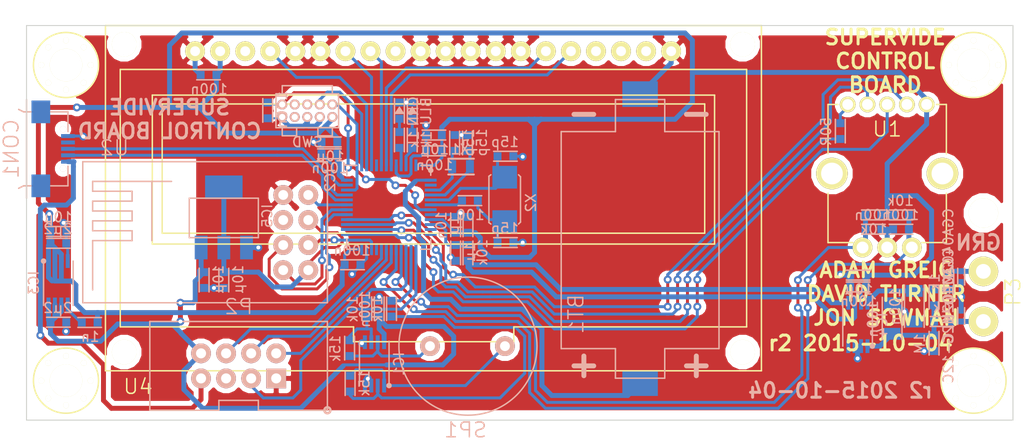
<source format=kicad_pcb>
(kicad_pcb (version 4) (host pcbnew 0.201508100901+6080~28~ubuntu14.04.1-product)

  (general
    (links 167)
    (no_connects 0)
    (area 49.949999 99.949999 150.050001 140.050001)
    (thickness 1.6)
    (drawings 17)
    (tracks 741)
    (zones 0)
    (modules 67)
    (nets 54)
  )

  (page A4)
  (layers
    (0 F.Cu signal)
    (31 B.Cu signal)
    (32 B.Adhes user)
    (33 F.Adhes user)
    (34 B.Paste user)
    (35 F.Paste user)
    (36 B.SilkS user)
    (37 F.SilkS user)
    (38 B.Mask user)
    (39 F.Mask user)
    (40 Dwgs.User user)
    (41 Cmts.User user)
    (42 Eco1.User user)
    (43 Eco2.User user)
    (44 Edge.Cuts user)
    (45 Margin user)
    (46 B.CrtYd user)
    (47 F.CrtYd user)
    (48 B.Fab user)
    (49 F.Fab user)
  )

  (setup
    (last_trace_width 0.5)
    (user_trace_width 0.2)
    (user_trace_width 0.3)
    (user_trace_width 0.4)
    (user_trace_width 0.5)
    (user_trace_width 1)
    (trace_clearance 0.17)
    (zone_clearance 0.5)
    (zone_45_only no)
    (trace_min 0.2)
    (segment_width 0.2)
    (edge_width 0.1)
    (via_size 0.8)
    (via_drill 0.4)
    (via_min_size 0.8)
    (via_min_drill 0.4)
    (user_via 0.8 0.4)
    (user_via 1.2 0.6)
    (user_via 1.4 0.8)
    (uvia_size 0.508)
    (uvia_drill 0.127)
    (uvias_allowed no)
    (uvia_min_size 0.508)
    (uvia_min_drill 0.127)
    (pcb_text_width 0.3)
    (pcb_text_size 1.5 1.5)
    (mod_edge_width 0.15)
    (mod_text_size 1 1)
    (mod_text_width 0.15)
    (pad_size 1.5 1.5)
    (pad_drill 0.6)
    (pad_to_mask_clearance 0)
    (aux_axis_origin 0 0)
    (visible_elements FFFFFF1F)
    (pcbplotparams
      (layerselection 0x010fc_80000001)
      (usegerberextensions true)
      (excludeedgelayer true)
      (linewidth 0.100000)
      (plotframeref false)
      (viasonmask false)
      (mode 1)
      (useauxorigin false)
      (hpglpennumber 1)
      (hpglpenspeed 20)
      (hpglpendiameter 15)
      (hpglpenoverlay 2)
      (psnegative false)
      (psa4output false)
      (plotreference false)
      (plotvalue false)
      (plotinvisibletext false)
      (padsonsilk false)
      (subtractmaskfromsilk true)
      (outputformat 1)
      (mirror false)
      (drillshape 0)
      (scaleselection 1)
      (outputdirectory gerbers/))
  )

  (net 0 "")
  (net 1 "Net-(BT1-Pad1)")
  (net 2 GND)
  (net 3 /ENC_A)
  (net 4 VDD)
  (net 5 /ENC_B)
  (net 6 /nRST)
  (net 7 "Net-(C12-Pad2)")
  (net 8 /THERMO)
  (net 9 VCC)
  (net 10 +5V)
  (net 11 /USB_DM)
  (net 12 /USB_DP)
  (net 13 "Net-(D1-Pad2)")
  (net 14 "Net-(D2-Pad1)")
  (net 15 "Net-(IC1-Pad6)")
  (net 16 /CURRENT)
  (net 17 /ENC_SW)
  (net 18 /OLED_D/C)
  (net 19 /ENC_RED)
  (net 20 /ENC_GRN)
  (net 21 /ENC_BLU)
  (net 22 /WIFI_RX)
  (net 23 /WIFI_TX)
  (net 24 /SWDIO)
  (net 25 /SWDCLK)
  (net 26 /TRIAC)
  (net 27 /~OLED_CS)
  (net 28 /~OLED_RST)
  (net 29 /M_RELAY)
  (net 30 /PH_RELAY)
  (net 31 /OLED_SCLK)
  (net 32 /OLED_MOSI)
  (net 33 "Net-(IC1-Pad2)")
  (net 34 "Net-(C11-Pad2)")
  (net 35 "Net-(C14-Pad1)")
  (net 36 "Net-(C15-Pad1)")
  (net 37 "Net-(C19-Pad2)")
  (net 38 "Net-(C22-Pad2)")
  (net 39 "Net-(C23-Pad2)")
  (net 40 "Net-(IC2-Pad6)")
  (net 41 /PIEZO_A)
  (net 42 /PIEZO_B)
  (net 43 "Net-(IC4-Pad5)")
  (net 44 "Net-(IC1-Pad1)")
  (net 45 "Net-(IC1-Pad7)")
  (net 46 /WIFI_RST)
  (net 47 /WIFI_GP0)
  (net 48 "Net-(R12-Pad2)")
  (net 49 "Net-(C28-Pad1)")
  (net 50 "Net-(D3-Pad2)")
  (net 51 "Net-(D4-Pad2)")
  (net 52 "Net-(IC2-Pad45)")
  (net 53 "Net-(IC2-Pad46)")

  (net_class Default "This is the default net class."
    (clearance 0.17)
    (trace_width 0.2)
    (via_dia 0.8)
    (via_drill 0.4)
    (uvia_dia 0.508)
    (uvia_drill 0.127)
    (add_net +5V)
    (add_net /CURRENT)
    (add_net /ENC_A)
    (add_net /ENC_B)
    (add_net /ENC_BLU)
    (add_net /ENC_GRN)
    (add_net /ENC_RED)
    (add_net /ENC_SW)
    (add_net /M_RELAY)
    (add_net /OLED_D/C)
    (add_net /OLED_MOSI)
    (add_net /OLED_SCLK)
    (add_net /PH_RELAY)
    (add_net /PIEZO_A)
    (add_net /PIEZO_B)
    (add_net /SWDCLK)
    (add_net /SWDIO)
    (add_net /THERMO)
    (add_net /TRIAC)
    (add_net /USB_DM)
    (add_net /USB_DP)
    (add_net /WIFI_GP0)
    (add_net /WIFI_RST)
    (add_net /WIFI_RX)
    (add_net /WIFI_TX)
    (add_net /nRST)
    (add_net /~OLED_CS)
    (add_net /~OLED_RST)
    (add_net GND)
    (add_net "Net-(BT1-Pad1)")
    (add_net "Net-(C11-Pad2)")
    (add_net "Net-(C12-Pad2)")
    (add_net "Net-(C14-Pad1)")
    (add_net "Net-(C15-Pad1)")
    (add_net "Net-(C19-Pad2)")
    (add_net "Net-(C22-Pad2)")
    (add_net "Net-(C23-Pad2)")
    (add_net "Net-(C28-Pad1)")
    (add_net "Net-(D1-Pad2)")
    (add_net "Net-(D2-Pad1)")
    (add_net "Net-(D3-Pad2)")
    (add_net "Net-(D4-Pad2)")
    (add_net "Net-(IC1-Pad1)")
    (add_net "Net-(IC1-Pad2)")
    (add_net "Net-(IC1-Pad6)")
    (add_net "Net-(IC1-Pad7)")
    (add_net "Net-(IC2-Pad45)")
    (add_net "Net-(IC2-Pad46)")
    (add_net "Net-(IC2-Pad6)")
    (add_net "Net-(IC4-Pad5)")
    (add_net "Net-(R12-Pad2)")
    (add_net VCC)
    (add_net VDD)
  )

  (module control:2032HOLDER_KS1060 (layer B.Cu) (tedit 54E67F16) (tstamp 54FF8586)
    (at 112.2 136.25 90)
    (path /54D56B94)
    (fp_text reference BT1 (at 7 -6.5 90) (layer B.SilkS)
      (effects (font (size 1.5 1.5) (thickness 0.15)) (justify mirror))
    )
    (fp_text value BATTERY (at 14.75 9.5 90) (layer B.Fab)
      (effects (font (size 1.5 1.5) (thickness 0.15)) (justify mirror))
    )
    (fp_line (start 3.5 -2.5) (end 0.5 -2.5) (layer B.SilkS) (width 0.15))
    (fp_line (start 25.5 -2.5) (end 28.75 -2.5) (layer B.SilkS) (width 0.15))
    (fp_line (start 25.5 2.5) (end 28.75 2.5) (layer B.SilkS) (width 0.15))
    (fp_line (start 3.5 8) (end 25.5 8) (layer B.SilkS) (width 0.15))
    (fp_line (start 0.5 2.5) (end 3.5 2.5) (layer B.SilkS) (width 0.15))
    (fp_line (start 25.5 8) (end 25.5 2.5) (layer B.SilkS) (width 0.15))
    (fp_line (start 28.75 2.5) (end 28.75 -2.5) (layer B.SilkS) (width 0.15))
    (fp_line (start 25.5 -2.5) (end 25.5 -8) (layer B.SilkS) (width 0.15))
    (fp_line (start 25.5 -8) (end 3.5 -8) (layer B.SilkS) (width 0.15))
    (fp_line (start 3.5 -8) (end 3.5 -2.5) (layer B.SilkS) (width 0.15))
    (fp_line (start 0.5 -2.5) (end 0.5 2.25) (layer B.SilkS) (width 0.15))
    (fp_line (start 0.5 2.25) (end 0.5 2.5) (layer B.SilkS) (width 0.15))
    (fp_line (start 3.5 2.5) (end 3.5 8) (layer B.SilkS) (width 0.15))
    (pad 1 smd rect (at 0 0 90) (size 2.6 3.6) (layers B.Cu B.Paste B.Mask)
      (net 1 "Net-(BT1-Pad1)"))
    (pad 2 smd rect (at 29.3 0 90) (size 2.6 3.6) (layers B.Cu B.Paste B.Mask)
      (net 2 GND))
  )

  (module control:C0603 (layer B.Cu) (tedit 53D8DBFD) (tstamp 54E69BD9)
    (at 135.05 120.65)
    (path /54D2A0F2)
    (fp_text reference C1 (at 0.7 1.35) (layer B.SilkS) hide
      (effects (font (size 1 1) (thickness 0.15)) (justify mirror))
    )
    (fp_text value 100n (at 0.75 -1.45) (layer B.SilkS)
      (effects (font (size 1 1) (thickness 0.15)) (justify mirror))
    )
    (fp_line (start -0.4 -0.5) (end 2 -0.5) (layer B.SilkS) (width 0.15))
    (fp_line (start -0.4 0.5) (end 2 0.5) (layer B.SilkS) (width 0.15))
    (pad 1 smd rect (at 0 0) (size 0.8 0.8) (layers B.Cu B.Paste B.Mask)
      (net 3 /ENC_A))
    (pad 2 smd rect (at 1.6 0) (size 0.8 0.8) (layers B.Cu B.Paste B.Mask)
      (net 2 GND))
  )

  (module control:C0603 (layer B.Cu) (tedit 53D8DBFD) (tstamp 54F8E6B2)
    (at 81.5 111.8 180)
    (path /54D1D963)
    (fp_text reference C3 (at 0.7 1.35 180) (layer B.SilkS) hide
      (effects (font (size 1 1) (thickness 0.15)) (justify mirror))
    )
    (fp_text value 10µ (at 0.75 -1.45 180) (layer B.SilkS)
      (effects (font (size 1 1) (thickness 0.15)) (justify mirror))
    )
    (fp_line (start -0.4 -0.5) (end 2 -0.5) (layer B.SilkS) (width 0.15))
    (fp_line (start -0.4 0.5) (end 2 0.5) (layer B.SilkS) (width 0.15))
    (pad 1 smd rect (at 0 0 180) (size 0.8 0.8) (layers B.Cu B.Paste B.Mask)
      (net 4 VDD))
    (pad 2 smd rect (at 1.6 0 180) (size 0.8 0.8) (layers B.Cu B.Paste B.Mask)
      (net 2 GND))
  )

  (module control:C0603 (layer B.Cu) (tedit 53D8DBFD) (tstamp 54E6AD52)
    (at 92.1 111.1 180)
    (path /54D055AB)
    (fp_text reference C4 (at 0.7 1.35 180) (layer B.SilkS) hide
      (effects (font (size 1 1) (thickness 0.15)) (justify mirror))
    )
    (fp_text value 10µ (at 0.75 -1.45 180) (layer B.SilkS)
      (effects (font (size 1 1) (thickness 0.15)) (justify mirror))
    )
    (fp_line (start -0.4 -0.5) (end 2 -0.5) (layer B.SilkS) (width 0.15))
    (fp_line (start -0.4 0.5) (end 2 0.5) (layer B.SilkS) (width 0.15))
    (pad 1 smd rect (at 0 0 180) (size 0.8 0.8) (layers B.Cu B.Paste B.Mask)
      (net 4 VDD))
    (pad 2 smd rect (at 1.6 0 180) (size 0.8 0.8) (layers B.Cu B.Paste B.Mask)
      (net 2 GND))
  )

  (module control:C0603 (layer B.Cu) (tedit 53D8DBFD) (tstamp 54E6AD49)
    (at 94.75 121 90)
    (path /54D0579F)
    (fp_text reference C5 (at 0.7 1.35 90) (layer B.SilkS) hide
      (effects (font (size 1 1) (thickness 0.15)) (justify mirror))
    )
    (fp_text value 1µ (at 0.75 -1.45 90) (layer B.SilkS)
      (effects (font (size 1 1) (thickness 0.15)) (justify mirror))
    )
    (fp_line (start -0.4 -0.5) (end 2 -0.5) (layer B.SilkS) (width 0.15))
    (fp_line (start -0.4 0.5) (end 2 0.5) (layer B.SilkS) (width 0.15))
    (pad 1 smd rect (at 0 0 90) (size 0.8 0.8) (layers B.Cu B.Paste B.Mask)
      (net 4 VDD))
    (pad 2 smd rect (at 1.6 0 90) (size 0.8 0.8) (layers B.Cu B.Paste B.Mask)
      (net 2 GND))
  )

  (module control:C0603 (layer B.Cu) (tedit 53D8DBFD) (tstamp 54E6AD40)
    (at 92.1 112.7 180)
    (path /54D1E2D0)
    (fp_text reference C7 (at 0.7 1.35 180) (layer B.SilkS) hide
      (effects (font (size 1 1) (thickness 0.15)) (justify mirror))
    )
    (fp_text value 100n (at 0.75 -1.45 180) (layer B.SilkS)
      (effects (font (size 1 1) (thickness 0.15)) (justify mirror))
    )
    (fp_line (start -0.4 -0.5) (end 2 -0.5) (layer B.SilkS) (width 0.15))
    (fp_line (start -0.4 0.5) (end 2 0.5) (layer B.SilkS) (width 0.15))
    (pad 1 smd rect (at 0 0 180) (size 0.8 0.8) (layers B.Cu B.Paste B.Mask)
      (net 4 VDD))
    (pad 2 smd rect (at 1.6 0 180) (size 0.8 0.8) (layers B.Cu B.Paste B.Mask)
      (net 2 GND))
  )

  (module control:C0603 (layer B.Cu) (tedit 53D8DBFD) (tstamp 54F8E6A9)
    (at 81.5 113 180)
    (path /54D057CF)
    (fp_text reference C8 (at 0.7 1.35 180) (layer B.SilkS) hide
      (effects (font (size 1 1) (thickness 0.15)) (justify mirror))
    )
    (fp_text value 100n (at 0.75 -1.45 180) (layer B.SilkS)
      (effects (font (size 1 1) (thickness 0.15)) (justify mirror))
    )
    (fp_line (start -0.4 -0.5) (end 2 -0.5) (layer B.SilkS) (width 0.15))
    (fp_line (start -0.4 0.5) (end 2 0.5) (layer B.SilkS) (width 0.15))
    (pad 1 smd rect (at 0 0 180) (size 0.8 0.8) (layers B.Cu B.Paste B.Mask)
      (net 4 VDD))
    (pad 2 smd rect (at 1.6 0 180) (size 0.8 0.8) (layers B.Cu B.Paste B.Mask)
      (net 2 GND))
  )

  (module control:C0603 (layer B.Cu) (tedit 53D8DBFD) (tstamp 54E6AD2E)
    (at 93.5 121 90)
    (path /54D05800)
    (fp_text reference C9 (at 0.7 1.35 90) (layer B.SilkS) hide
      (effects (font (size 1 1) (thickness 0.15)) (justify mirror))
    )
    (fp_text value 10n (at 0.75 -1.45 90) (layer B.SilkS)
      (effects (font (size 1 1) (thickness 0.15)) (justify mirror))
    )
    (fp_line (start -0.4 -0.5) (end 2 -0.5) (layer B.SilkS) (width 0.15))
    (fp_line (start -0.4 0.5) (end 2 0.5) (layer B.SilkS) (width 0.15))
    (pad 1 smd rect (at 0 0 90) (size 0.8 0.8) (layers B.Cu B.Paste B.Mask)
      (net 4 VDD))
    (pad 2 smd rect (at 1.6 0 90) (size 0.8 0.8) (layers B.Cu B.Paste B.Mask)
      (net 2 GND))
  )

  (module control:C0603 (layer B.Cu) (tedit 53D8DBFD) (tstamp 54E69C03)
    (at 137.85 120.65)
    (path /54D29F7C)
    (fp_text reference C2 (at 0.7 1.35) (layer B.SilkS) hide
      (effects (font (size 1 1) (thickness 0.15)) (justify mirror))
    )
    (fp_text value 100n (at 0.75 -1.45) (layer B.SilkS)
      (effects (font (size 1 1) (thickness 0.15)) (justify mirror))
    )
    (fp_line (start -0.4 -0.5) (end 2 -0.5) (layer B.SilkS) (width 0.15))
    (fp_line (start -0.4 0.5) (end 2 0.5) (layer B.SilkS) (width 0.15))
    (pad 1 smd rect (at 0 0) (size 0.8 0.8) (layers B.Cu B.Paste B.Mask)
      (net 2 GND))
    (pad 2 smd rect (at 1.6 0) (size 0.8 0.8) (layers B.Cu B.Paste B.Mask)
      (net 5 /ENC_B))
  )

  (module control:C0603 (layer B.Cu) (tedit 53D8DBFD) (tstamp 54E6AD25)
    (at 74.45 107.8 270)
    (path /54D064F7)
    (fp_text reference C10 (at 0.7 1.35 270) (layer B.SilkS) hide
      (effects (font (size 1 1) (thickness 0.15)) (justify mirror))
    )
    (fp_text value 100n (at 0.75 -1.45 270) (layer B.SilkS)
      (effects (font (size 1 1) (thickness 0.15)) (justify mirror))
    )
    (fp_line (start -0.4 -0.5) (end 2 -0.5) (layer B.SilkS) (width 0.15))
    (fp_line (start -0.4 0.5) (end 2 0.5) (layer B.SilkS) (width 0.15))
    (pad 1 smd rect (at 0 0 270) (size 0.8 0.8) (layers B.Cu B.Paste B.Mask)
      (net 6 /nRST))
    (pad 2 smd rect (at 1.6 0 270) (size 0.8 0.8) (layers B.Cu B.Paste B.Mask)
      (net 2 GND))
  )

  (module control:C0603 (layer B.Cu) (tedit 53D8DBFD) (tstamp 54E6AD1C)
    (at 97.75 113.25)
    (path /54D06F5C)
    (fp_text reference C14 (at 0.7 1.35) (layer B.SilkS) hide
      (effects (font (size 1 1) (thickness 0.15)) (justify mirror))
    )
    (fp_text value 15p (at 0.75 -1.45) (layer B.SilkS)
      (effects (font (size 1 1) (thickness 0.15)) (justify mirror))
    )
    (fp_line (start -0.4 -0.5) (end 2 -0.5) (layer B.SilkS) (width 0.15))
    (fp_line (start -0.4 0.5) (end 2 0.5) (layer B.SilkS) (width 0.15))
    (pad 1 smd rect (at 0 0) (size 0.8 0.8) (layers B.Cu B.Paste B.Mask)
      (net 35 "Net-(C14-Pad1)"))
    (pad 2 smd rect (at 1.6 0) (size 0.8 0.8) (layers B.Cu B.Paste B.Mask)
      (net 2 GND))
  )

  (module control:C0603 (layer B.Cu) (tedit 53D8DBFD) (tstamp 54E6AD13)
    (at 97.75 122)
    (path /54D06FE0)
    (fp_text reference C15 (at 0.7 1.35) (layer B.SilkS) hide
      (effects (font (size 1 1) (thickness 0.15)) (justify mirror))
    )
    (fp_text value 15p (at 0.75 -1.45) (layer B.SilkS)
      (effects (font (size 1 1) (thickness 0.15)) (justify mirror))
    )
    (fp_line (start -0.4 -0.5) (end 2 -0.5) (layer B.SilkS) (width 0.15))
    (fp_line (start -0.4 0.5) (end 2 0.5) (layer B.SilkS) (width 0.15))
    (pad 1 smd rect (at 0 0) (size 0.8 0.8) (layers B.Cu B.Paste B.Mask)
      (net 36 "Net-(C15-Pad1)"))
    (pad 2 smd rect (at 1.6 0) (size 0.8 0.8) (layers B.Cu B.Paste B.Mask)
      (net 2 GND))
  )

  (module control:C0603 (layer B.Cu) (tedit 53D8DBFD) (tstamp 54E6AD0A)
    (at 93.4 111.1 270)
    (path /54D57653)
    (fp_text reference C11 (at 0.7 1.35 270) (layer B.SilkS) hide
      (effects (font (size 1 1) (thickness 0.15)) (justify mirror))
    )
    (fp_text value 15p (at 0.75 -1.45 270) (layer B.SilkS)
      (effects (font (size 1 1) (thickness 0.15)) (justify mirror))
    )
    (fp_line (start -0.4 -0.5) (end 2 -0.5) (layer B.SilkS) (width 0.15))
    (fp_line (start -0.4 0.5) (end 2 0.5) (layer B.SilkS) (width 0.15))
    (pad 1 smd rect (at 0 0 270) (size 0.8 0.8) (layers B.Cu B.Paste B.Mask)
      (net 2 GND))
    (pad 2 smd rect (at 1.6 0 270) (size 0.8 0.8) (layers B.Cu B.Paste B.Mask)
      (net 34 "Net-(C11-Pad2)"))
  )

  (module control:C0603 (layer B.Cu) (tedit 53D8DBFD) (tstamp 54E6AD01)
    (at 94.7 111.1 270)
    (path /54D575FE)
    (fp_text reference C12 (at 0.7 1.35 270) (layer B.SilkS) hide
      (effects (font (size 1 1) (thickness 0.15)) (justify mirror))
    )
    (fp_text value 15p (at 0.75 -1.45 270) (layer B.SilkS)
      (effects (font (size 1 1) (thickness 0.15)) (justify mirror))
    )
    (fp_line (start -0.4 -0.5) (end 2 -0.5) (layer B.SilkS) (width 0.15))
    (fp_line (start -0.4 0.5) (end 2 0.5) (layer B.SilkS) (width 0.15))
    (pad 1 smd rect (at 0 0 270) (size 0.8 0.8) (layers B.Cu B.Paste B.Mask)
      (net 2 GND))
    (pad 2 smd rect (at 1.6 0 270) (size 0.8 0.8) (layers B.Cu B.Paste B.Mask)
      (net 7 "Net-(C12-Pad2)"))
  )

  (module control:C0603 (layer B.Cu) (tedit 53D8DBFD) (tstamp 54E69C27)
    (at 135.1 126.5 180)
    (path /54D0178D)
    (fp_text reference C16 (at 0.7 1.35 180) (layer B.SilkS) hide
      (effects (font (size 1 1) (thickness 0.15)) (justify mirror))
    )
    (fp_text value 100n (at 0.75 -1.45 180) (layer B.SilkS)
      (effects (font (size 1 1) (thickness 0.15)) (justify mirror))
    )
    (fp_line (start -0.4 -0.5) (end 2 -0.5) (layer B.SilkS) (width 0.15))
    (fp_line (start -0.4 0.5) (end 2 0.5) (layer B.SilkS) (width 0.15))
    (pad 1 smd rect (at 0 0 180) (size 0.8 0.8) (layers B.Cu B.Paste B.Mask)
      (net 4 VDD))
    (pad 2 smd rect (at 1.6 0 180) (size 0.8 0.8) (layers B.Cu B.Paste B.Mask)
      (net 2 GND))
  )

  (module control:C0603 (layer B.Cu) (tedit 53D8DBFD) (tstamp 54E69C2D)
    (at 135.1 125.3 180)
    (path /54D017E2)
    (fp_text reference C17 (at 0.7 1.35 180) (layer B.SilkS) hide
      (effects (font (size 1 1) (thickness 0.15)) (justify mirror))
    )
    (fp_text value 10µ (at 0.75 -1.45 180) (layer B.SilkS)
      (effects (font (size 1 1) (thickness 0.15)) (justify mirror))
    )
    (fp_line (start -0.4 -0.5) (end 2 -0.5) (layer B.SilkS) (width 0.15))
    (fp_line (start -0.4 0.5) (end 2 0.5) (layer B.SilkS) (width 0.15))
    (pad 1 smd rect (at 0 0 180) (size 0.8 0.8) (layers B.Cu B.Paste B.Mask)
      (net 4 VDD))
    (pad 2 smd rect (at 1.6 0 180) (size 0.8 0.8) (layers B.Cu B.Paste B.Mask)
      (net 2 GND))
  )

  (module control:C1206 (layer B.Cu) (tedit 53CD9DEC) (tstamp 54E69C33)
    (at 140 130 90)
    (path /54D0169F)
    (fp_text reference C22 (at 1.4 1.85 90) (layer B.SilkS) hide
      (effects (font (size 1 1) (thickness 0.15)) (justify mirror))
    )
    (fp_text value 100n (at 1.5 -1.95 90) (layer B.SilkS)
      (effects (font (size 1 1) (thickness 0.15)) (justify mirror))
    )
    (fp_line (start -0.6 -1) (end 3.7 -1) (layer B.SilkS) (width 0.15))
    (fp_line (start -0.6 1) (end 3.7 1) (layer B.SilkS) (width 0.15))
    (pad 1 smd rect (at 0 0 90) (size 1.2 1.7) (layers B.Cu B.Paste B.Mask)
      (net 2 GND))
    (pad 2 smd rect (at 3.1 0 90) (size 1.2 1.7) (layers B.Cu B.Paste B.Mask)
      (net 38 "Net-(C22-Pad2)"))
  )

  (module control:C0603 (layer B.Cu) (tedit 53D8DBFD) (tstamp 54E69C39)
    (at 142 126.75 270)
    (path /54D01666)
    (fp_text reference C23 (at 0.7 1.35 270) (layer B.SilkS) hide
      (effects (font (size 1 1) (thickness 0.15)) (justify mirror))
    )
    (fp_text value 1µ (at 0.75 -1.45 270) (layer B.SilkS)
      (effects (font (size 1 1) (thickness 0.15)) (justify mirror))
    )
    (fp_line (start -0.4 -0.5) (end 2 -0.5) (layer B.SilkS) (width 0.15))
    (fp_line (start -0.4 0.5) (end 2 0.5) (layer B.SilkS) (width 0.15))
    (pad 1 smd rect (at 0 0 270) (size 0.8 0.8) (layers B.Cu B.Paste B.Mask)
      (net 38 "Net-(C22-Pad2)"))
    (pad 2 smd rect (at 1.6 0 270) (size 0.8 0.8) (layers B.Cu B.Paste B.Mask)
      (net 39 "Net-(C23-Pad2)"))
  )

  (module control:C0603 (layer B.Cu) (tedit 53D8DBFD) (tstamp 54E69C3F)
    (at 93.5 122.25 270)
    (path /54D033E8)
    (fp_text reference C24 (at 0.7 1.35 270) (layer B.SilkS) hide
      (effects (font (size 1 1) (thickness 0.15)) (justify mirror))
    )
    (fp_text value 1µ (at 0.75 -1.45 270) (layer B.SilkS)
      (effects (font (size 1 1) (thickness 0.15)) (justify mirror))
    )
    (fp_line (start -0.4 -0.5) (end 2 -0.5) (layer B.SilkS) (width 0.15))
    (fp_line (start -0.4 0.5) (end 2 0.5) (layer B.SilkS) (width 0.15))
    (pad 1 smd rect (at 0 0 270) (size 0.8 0.8) (layers B.Cu B.Paste B.Mask)
      (net 8 /THERMO))
    (pad 2 smd rect (at 1.6 0 270) (size 0.8 0.8) (layers B.Cu B.Paste B.Mask)
      (net 2 GND))
  )

  (module control:C0603 (layer B.Cu) (tedit 53D8DBFD) (tstamp 54E69C45)
    (at 69.25 105 180)
    (path /54DF5EF1)
    (fp_text reference C13 (at 0.7 1.35 180) (layer B.SilkS) hide
      (effects (font (size 1 1) (thickness 0.15)) (justify mirror))
    )
    (fp_text value 100n (at 0.75 -1.45 180) (layer B.SilkS)
      (effects (font (size 1 1) (thickness 0.15)) (justify mirror))
    )
    (fp_line (start -0.4 -0.5) (end 2 -0.5) (layer B.SilkS) (width 0.15))
    (fp_line (start -0.4 0.5) (end 2 0.5) (layer B.SilkS) (width 0.15))
    (pad 1 smd rect (at 0 0 180) (size 0.8 0.8) (layers B.Cu B.Paste B.Mask)
      (net 4 VDD))
    (pad 2 smd rect (at 1.6 0 180) (size 0.8 0.8) (layers B.Cu B.Paste B.Mask)
      (net 2 GND))
  )

  (module control:C1206 (layer B.Cu) (tedit 53CD9DEC) (tstamp 54E69C4B)
    (at 137.75 131.25 90)
    (path /54D016D3)
    (fp_text reference C25 (at 1.4 1.85 90) (layer B.SilkS) hide
      (effects (font (size 1 1) (thickness 0.15)) (justify mirror))
    )
    (fp_text value 100n (at 1.5 -1.95 90) (layer B.SilkS)
      (effects (font (size 1 1) (thickness 0.15)) (justify mirror))
    )
    (fp_line (start -0.6 -1) (end 3.7 -1) (layer B.SilkS) (width 0.15))
    (fp_line (start -0.6 1) (end 3.7 1) (layer B.SilkS) (width 0.15))
    (pad 1 smd rect (at 0 0 90) (size 1.2 1.7) (layers B.Cu B.Paste B.Mask)
      (net 39 "Net-(C23-Pad2)"))
    (pad 2 smd rect (at 3.1 0 90) (size 1.2 1.7) (layers B.Cu B.Paste B.Mask)
      (net 2 GND))
  )

  (module control:C0603 (layer B.Cu) (tedit 53D8DBFD) (tstamp 54E7DDBC)
    (at 52.425 130.075)
    (path /54D25C39)
    (fp_text reference C18 (at 0.7 1.35) (layer B.SilkS) hide
      (effects (font (size 1 1) (thickness 0.15)) (justify mirror))
    )
    (fp_text value 2µ2 (at 0.75 -1.45) (layer B.SilkS)
      (effects (font (size 1 1) (thickness 0.15)) (justify mirror))
    )
    (fp_line (start -0.4 -0.5) (end 2 -0.5) (layer B.SilkS) (width 0.15))
    (fp_line (start -0.4 0.5) (end 2 0.5) (layer B.SilkS) (width 0.15))
    (pad 1 smd rect (at 0 0) (size 0.8 0.8) (layers B.Cu B.Paste B.Mask)
      (net 9 VCC))
    (pad 2 smd rect (at 1.6 0) (size 0.8 0.8) (layers B.Cu B.Paste B.Mask)
      (net 2 GND))
  )

  (module control:C0603 (layer B.Cu) (tedit 53D8DBFD) (tstamp 54E7DDB3)
    (at 57.2 130.1 180)
    (path /54D25D98)
    (fp_text reference C19 (at 0.7 1.35 180) (layer B.SilkS) hide
      (effects (font (size 1 1) (thickness 0.15)) (justify mirror))
    )
    (fp_text value 1n (at 0.75 -1.45 180) (layer B.SilkS)
      (effects (font (size 1 1) (thickness 0.15)) (justify mirror))
    )
    (fp_line (start -0.4 -0.5) (end 2 -0.5) (layer B.SilkS) (width 0.15))
    (fp_line (start -0.4 0.5) (end 2 0.5) (layer B.SilkS) (width 0.15))
    (pad 1 smd rect (at 0 0 180) (size 0.8 0.8) (layers B.Cu B.Paste B.Mask)
      (net 4 VDD))
    (pad 2 smd rect (at 1.6 0 180) (size 0.8 0.8) (layers B.Cu B.Paste B.Mask)
      (net 37 "Net-(C19-Pad2)"))
  )

  (module control:C0603 (layer B.Cu) (tedit 53D8DBFD) (tstamp 54E7DDAA)
    (at 52.425 122.075)
    (path /54D25FC3)
    (fp_text reference C20 (at 0.7 1.35) (layer B.SilkS) hide
      (effects (font (size 1 1) (thickness 0.15)) (justify mirror))
    )
    (fp_text value 2µ2 (at 0.75 -1.45) (layer B.SilkS)
      (effects (font (size 1 1) (thickness 0.15)) (justify mirror))
    )
    (fp_line (start -0.4 -0.5) (end 2 -0.5) (layer B.SilkS) (width 0.15))
    (fp_line (start -0.4 0.5) (end 2 0.5) (layer B.SilkS) (width 0.15))
    (pad 1 smd rect (at 0 0) (size 0.8 0.8) (layers B.Cu B.Paste B.Mask)
      (net 4 VDD))
    (pad 2 smd rect (at 1.6 0) (size 0.8 0.8) (layers B.Cu B.Paste B.Mask)
      (net 2 GND))
  )

  (module control:C0603 (layer B.Cu) (tedit 53D8DBFD) (tstamp 54E7DDA1)
    (at 52.425 120.875)
    (path /54D26038)
    (fp_text reference C21 (at 0.7 1.35) (layer B.SilkS) hide
      (effects (font (size 1 1) (thickness 0.15)) (justify mirror))
    )
    (fp_text value 10µ (at 0.75 -1.45) (layer B.SilkS)
      (effects (font (size 1 1) (thickness 0.15)) (justify mirror))
    )
    (fp_line (start -0.4 -0.5) (end 2 -0.5) (layer B.SilkS) (width 0.15))
    (fp_line (start -0.4 0.5) (end 2 0.5) (layer B.SilkS) (width 0.15))
    (pad 1 smd rect (at 0 0) (size 0.8 0.8) (layers B.Cu B.Paste B.Mask)
      (net 4 VDD))
    (pad 2 smd rect (at 1.6 0) (size 0.8 0.8) (layers B.Cu B.Paste B.Mask)
      (net 2 GND))
  )

  (module control:USB3065 (layer B.Cu) (tedit 54E68544) (tstamp 54E69C70)
    (at 51.45 112.5 90)
    (path /54CFFDE1)
    (fp_text reference CON1 (at 0 -3 90) (layer B.SilkS)
      (effects (font (size 1.5 1.5) (thickness 0.15)) (justify mirror))
    )
    (fp_text value USB-MICRO-B (at 0 4.75 90) (layer B.Fab)
      (effects (font (size 1.5 1.5) (thickness 0.15)) (justify mirror))
    )
    (fp_line (start 3.75 -1) (end 3.75 -1.75) (layer B.SilkS) (width 0.15))
    (fp_line (start 3.75 -1.75) (end 4 -2.25) (layer B.SilkS) (width 0.15))
    (fp_line (start -3.75 -1) (end -3.75 -1.75) (layer B.SilkS) (width 0.15))
    (fp_line (start -3.75 -1.75) (end -4 -2.25) (layer B.SilkS) (width 0.15))
    (fp_line (start 1.75 2.75) (end 3.75 2.75) (layer B.SilkS) (width 0.15))
    (fp_line (start 3.75 2.75) (end 3.75 1) (layer B.SilkS) (width 0.15))
    (fp_line (start -3.75 1) (end -3.75 2.75) (layer B.SilkS) (width 0.15))
    (fp_line (start -3.75 2.75) (end -1.75 2.75) (layer B.SilkS) (width 0.15))
    (fp_line (start -5 -1.45) (end 5 -1.45) (layer B.SilkS) (width 0.15))
    (pad 1 smd rect (at -1.3 2.75 90) (size 0.4 1.4) (layers B.Cu B.Paste B.Mask)
      (net 10 +5V))
    (pad 2 smd rect (at -0.65 2.75 90) (size 0.4 1.4) (layers B.Cu B.Paste B.Mask)
      (net 11 /USB_DM))
    (pad 3 smd rect (at 0 2.75 90) (size 0.4 1.4) (layers B.Cu B.Paste B.Mask)
      (net 12 /USB_DP))
    (pad 4 smd rect (at 0.65 2.75 90) (size 0.4 1.4) (layers B.Cu B.Paste B.Mask))
    (pad 5 smd rect (at 1.3 2.75 90) (size 0.4 1.4) (layers B.Cu B.Paste B.Mask)
      (net 2 GND))
    (pad "" np_thru_hole circle (at -2 2.25 90) (size 0.65 0.65) (drill 0.65) (layers *.Cu *.Mask B.SilkS))
    (pad "" np_thru_hole circle (at 2 2.25 90) (size 0.65 0.65) (drill 0.65) (layers *.Cu *.Mask B.SilkS))
    (pad 6 smd rect (at -3.75 0 90) (size 2.3 1.9) (layers B.Cu B.Paste B.Mask))
    (pad 7 smd rect (at 3.75 0 90) (size 2.3 1.9) (layers B.Cu B.Paste B.Mask))
  )

  (module control:R0402 (layer B.Cu) (tedit 53CDA370) (tstamp 54E69C76)
    (at 144.75 126 90)
    (path /54D01279)
    (fp_text reference D1 (at 0.4 1.25 90) (layer B.SilkS) hide
      (effects (font (size 1 1) (thickness 0.15)) (justify mirror))
    )
    (fp_text value CGA0402MLC-12G (at 0.6 -1.3 90) (layer B.SilkS)
      (effects (font (size 1 1) (thickness 0.15)) (justify mirror))
    )
    (fp_line (start -0.3 -0.35) (end 1.4 -0.35) (layer B.SilkS) (width 0.15))
    (fp_line (start -0.3 0.35) (end 1.4 0.35) (layer B.SilkS) (width 0.15))
    (pad 1 smd rect (at 0 0 90) (size 0.6 0.5) (layers B.Cu B.Paste B.Mask)
      (net 2 GND))
    (pad 2 smd rect (at 1.1 0 90) (size 0.6 0.5) (layers B.Cu B.Paste B.Mask)
      (net 13 "Net-(D1-Pad2)"))
  )

  (module control:R0402 (layer B.Cu) (tedit 53CDA370) (tstamp 54E7D9A7)
    (at 144.75 130 90)
    (path /54D013F6)
    (fp_text reference D2 (at 0.4 1.25 90) (layer B.SilkS) hide
      (effects (font (size 1 1) (thickness 0.15)) (justify mirror))
    )
    (fp_text value CGA0402MLC-12G (at 0.6 -1.3 90) (layer B.SilkS)
      (effects (font (size 1 1) (thickness 0.15)) (justify mirror))
    )
    (fp_line (start -0.3 -0.35) (end 1.4 -0.35) (layer B.SilkS) (width 0.15))
    (fp_line (start -0.3 0.35) (end 1.4 0.35) (layer B.SilkS) (width 0.15))
    (pad 1 smd rect (at 0 0 90) (size 0.6 0.5) (layers B.Cu B.Paste B.Mask)
      (net 14 "Net-(D2-Pad1)"))
    (pad 2 smd rect (at 1.1 0 90) (size 0.6 0.5) (layers B.Cu B.Paste B.Mask)
      (net 2 GND))
  )

  (module control:LQFP48 (layer B.Cu) (tedit 53CD8C93) (tstamp 54E6ACF8)
    (at 90.975 115.675 270)
    (path /54CFFCF5)
    (fp_text reference IC2 (at 0 10.2 270) (layer B.SilkS)
      (effects (font (size 1 1) (thickness 0.15)) (justify mirror))
    )
    (fp_text value STM32F072CBT6 (at 3 6.7 270) (layer B.SilkS) hide
      (effects (font (size 1 1) (thickness 0.15)) (justify mirror))
    )
    (fp_circle (center -1 0) (end -1 -0.2) (layer B.SilkS) (width 0.15))
    (fp_circle (center -1 0) (end -1 -0.1) (layer B.SilkS) (width 0.15))
    (fp_line (start -0.5 8.5) (end -1.5 8.5) (layer B.SilkS) (width 0.15))
    (fp_line (start -1.5 8.5) (end -1.5 7.5) (layer B.SilkS) (width 0.15))
    (fp_line (start 6 8.5) (end 7 8.5) (layer B.SilkS) (width 0.15))
    (fp_line (start 7 8.5) (end 7 7.5) (layer B.SilkS) (width 0.15))
    (fp_line (start 6 0) (end 7 0) (layer B.SilkS) (width 0.15))
    (fp_line (start 7 0) (end 7 1) (layer B.SilkS) (width 0.15))
    (fp_line (start -1.5 1) (end -1.5 0) (layer B.SilkS) (width 0.15))
    (fp_line (start -1.5 0) (end -0.5 0) (layer B.SilkS) (width 0.15))
    (pad 1 smd rect (at 0 0 270) (size 0.3 1.2) (layers B.Cu B.Paste B.Mask)
      (net 1 "Net-(BT1-Pad1)"))
    (pad 2 smd rect (at 0.5 0 270) (size 0.3 1.2) (layers B.Cu B.Paste B.Mask))
    (pad 3 smd rect (at 1 0 270) (size 0.3 1.2) (layers B.Cu B.Paste B.Mask)
      (net 34 "Net-(C11-Pad2)"))
    (pad 4 smd rect (at 1.5 0 270) (size 0.3 1.2) (layers B.Cu B.Paste B.Mask)
      (net 7 "Net-(C12-Pad2)"))
    (pad 5 smd rect (at 2 0 270) (size 0.3 1.2) (layers B.Cu B.Paste B.Mask)
      (net 35 "Net-(C14-Pad1)"))
    (pad 6 smd rect (at 2.5 0 270) (size 0.3 1.2) (layers B.Cu B.Paste B.Mask)
      (net 40 "Net-(IC2-Pad6)"))
    (pad 7 smd rect (at 3 0 270) (size 0.3 1.2) (layers B.Cu B.Paste B.Mask)
      (net 6 /nRST))
    (pad 8 smd rect (at 3.5 0 270) (size 0.3 1.2) (layers B.Cu B.Paste B.Mask)
      (net 2 GND))
    (pad 9 smd rect (at 4 0 270) (size 0.3 1.2) (layers B.Cu B.Paste B.Mask)
      (net 4 VDD))
    (pad 10 smd rect (at 4.5 0 270) (size 0.3 1.2) (layers B.Cu B.Paste B.Mask)
      (net 8 /THERMO))
    (pad 11 smd rect (at 5 0 270) (size 0.3 1.2) (layers B.Cu B.Paste B.Mask))
    (pad 12 smd rect (at 5.5 0 270) (size 0.3 1.2) (layers B.Cu B.Paste B.Mask))
    (pad 13 smd rect (at 7 1.5 270) (size 1.2 0.3) (layers B.Cu B.Paste B.Mask)
      (net 16 /CURRENT))
    (pad 14 smd rect (at 7 2 270) (size 1.2 0.3) (layers B.Cu B.Paste B.Mask)
      (net 41 /PIEZO_A))
    (pad 15 smd rect (at 7 2.5 270) (size 1.2 0.3) (layers B.Cu B.Paste B.Mask)
      (net 42 /PIEZO_B))
    (pad 16 smd rect (at 7 3 270) (size 1.2 0.3) (layers B.Cu B.Paste B.Mask)
      (net 3 /ENC_A))
    (pad 17 smd rect (at 7 3.5 270) (size 1.2 0.3) (layers B.Cu B.Paste B.Mask)
      (net 5 /ENC_B))
    (pad 18 smd rect (at 7 4 270) (size 1.2 0.3) (layers B.Cu B.Paste B.Mask)
      (net 29 /M_RELAY))
    (pad 19 smd rect (at 7 4.5 270) (size 1.2 0.3) (layers B.Cu B.Paste B.Mask)
      (net 30 /PH_RELAY))
    (pad 20 smd rect (at 7 5 270) (size 1.2 0.3) (layers B.Cu B.Paste B.Mask)
      (net 26 /TRIAC))
    (pad 21 smd rect (at 7 5.5 270) (size 1.2 0.3) (layers B.Cu B.Paste B.Mask))
    (pad 22 smd rect (at 7 6 270) (size 1.2 0.3) (layers B.Cu B.Paste B.Mask)
      (net 46 /WIFI_RST))
    (pad 23 smd rect (at 7 6.5 270) (size 1.2 0.3) (layers B.Cu B.Paste B.Mask)
      (net 2 GND))
    (pad 24 smd rect (at 7 7 270) (size 1.2 0.3) (layers B.Cu B.Paste B.Mask)
      (net 4 VDD))
    (pad 25 smd rect (at 5.5 8.5 270) (size 0.3 1.2) (layers B.Cu B.Paste B.Mask)
      (net 17 /ENC_SW))
    (pad 26 smd rect (at 5 8.5 270) (size 0.3 1.2) (layers B.Cu B.Paste B.Mask)
      (net 19 /ENC_RED))
    (pad 27 smd rect (at 4.5 8.5 270) (size 0.3 1.2) (layers B.Cu B.Paste B.Mask)
      (net 20 /ENC_GRN))
    (pad 28 smd rect (at 4 8.5 270) (size 0.3 1.2) (layers B.Cu B.Paste B.Mask)
      (net 21 /ENC_BLU))
    (pad 29 smd rect (at 3.5 8.5 270) (size 0.3 1.2) (layers B.Cu B.Paste B.Mask)
      (net 47 /WIFI_GP0))
    (pad 30 smd rect (at 3 8.5 270) (size 0.3 1.2) (layers B.Cu B.Paste B.Mask)
      (net 22 /WIFI_RX))
    (pad 31 smd rect (at 2.5 8.5 270) (size 0.3 1.2) (layers B.Cu B.Paste B.Mask)
      (net 23 /WIFI_TX))
    (pad 32 smd rect (at 2 8.5 270) (size 0.3 1.2) (layers B.Cu B.Paste B.Mask)
      (net 11 /USB_DM))
    (pad 33 smd rect (at 1.5 8.5 270) (size 0.3 1.2) (layers B.Cu B.Paste B.Mask)
      (net 12 /USB_DP))
    (pad 34 smd rect (at 1 8.5 270) (size 0.3 1.2) (layers B.Cu B.Paste B.Mask)
      (net 24 /SWDIO))
    (pad 35 smd rect (at 0.5 8.5 270) (size 0.3 1.2) (layers B.Cu B.Paste B.Mask)
      (net 2 GND))
    (pad 36 smd rect (at 0 8.5 270) (size 0.3 1.2) (layers B.Cu B.Paste B.Mask)
      (net 4 VDD))
    (pad 37 smd rect (at -1.5 7 270) (size 1.2 0.3) (layers B.Cu B.Paste B.Mask)
      (net 25 /SWDCLK))
    (pad 38 smd rect (at -1.5 6.5 270) (size 1.2 0.3) (layers B.Cu B.Paste B.Mask)
      (net 18 /OLED_D/C))
    (pad 39 smd rect (at -1.5 6 270) (size 1.2 0.3) (layers B.Cu B.Paste B.Mask)
      (net 31 /OLED_SCLK))
    (pad 40 smd rect (at -1.5 5.5 270) (size 1.2 0.3) (layers B.Cu B.Paste B.Mask))
    (pad 41 smd rect (at -1.5 5 270) (size 1.2 0.3) (layers B.Cu B.Paste B.Mask)
      (net 32 /OLED_MOSI))
    (pad 42 smd rect (at -1.5 4.5 270) (size 1.2 0.3) (layers B.Cu B.Paste B.Mask)
      (net 27 /~OLED_CS))
    (pad 43 smd rect (at -1.5 4 270) (size 1.2 0.3) (layers B.Cu B.Paste B.Mask)
      (net 28 /~OLED_RST))
    (pad 44 smd rect (at -1.5 3.5 270) (size 1.2 0.3) (layers B.Cu B.Paste B.Mask)
      (net 2 GND))
    (pad 45 smd rect (at -1.5 3 270) (size 1.2 0.3) (layers B.Cu B.Paste B.Mask)
      (net 52 "Net-(IC2-Pad45)"))
    (pad 46 smd rect (at -1.5 2.5 270) (size 1.2 0.3) (layers B.Cu B.Paste B.Mask)
      (net 53 "Net-(IC2-Pad46)"))
    (pad 47 smd rect (at -1.5 2 270) (size 1.2 0.3) (layers B.Cu B.Paste B.Mask)
      (net 2 GND))
    (pad 48 smd rect (at -1.5 1.5 270) (size 1.2 0.3) (layers B.Cu B.Paste B.Mask)
      (net 4 VDD))
  )

  (module control:MSOP8 (layer B.Cu) (tedit 53CD920E) (tstamp 54E69CBC)
    (at 135.25 132.5 90)
    (path /54CFFF5A)
    (fp_text reference IC4 (at 2.2 1.5 90) (layer B.SilkS)
      (effects (font (size 1 1) (thickness 0.15)) (justify mirror))
    )
    (fp_text value AD8495 (at 2.5 -3.5 90) (layer B.SilkS) hide
      (effects (font (size 1 1) (thickness 0.15)) (justify mirror))
    )
    (fp_circle (center 0 0.5) (end 0.2 0.5) (layer B.SilkS) (width 0.15))
    (fp_circle (center 0 0.5) (end 0.1 0.5) (layer B.SilkS) (width 0.15))
    (fp_line (start 0 -2.5) (end 4.5 -2.5) (layer B.SilkS) (width 0.15))
    (fp_line (start 0 0.5) (end 4.5 0.5) (layer B.SilkS) (width 0.15))
    (pad 1 smd rect (at 0 0 90) (size 1.4 0.4) (layers B.Cu B.Paste B.Mask)
      (net 39 "Net-(C23-Pad2)"))
    (pad 2 smd rect (at 0 -0.65 90) (size 1.4 0.4) (layers B.Cu B.Paste B.Mask)
      (net 2 GND))
    (pad 3 smd rect (at 0 -1.3 90) (size 1.4 0.4) (layers B.Cu B.Paste B.Mask)
      (net 2 GND))
    (pad 4 smd rect (at 0 -1.95 90) (size 1.4 0.4) (layers B.Cu B.Paste B.Mask))
    (pad 5 smd rect (at 4.4 -1.95 90) (size 1.4 0.4) (layers B.Cu B.Paste B.Mask)
      (net 43 "Net-(IC4-Pad5)"))
    (pad 6 smd rect (at 4.4 -1.3 90) (size 1.4 0.4) (layers B.Cu B.Paste B.Mask)
      (net 43 "Net-(IC4-Pad5)"))
    (pad 7 smd rect (at 4.4 -0.65 90) (size 1.4 0.4) (layers B.Cu B.Paste B.Mask)
      (net 4 VDD))
    (pad 8 smd rect (at 4.4 0 90) (size 1.4 0.4) (layers B.Cu B.Paste B.Mask)
      (net 38 "Net-(C22-Pad2)"))
  )

  (module control:MSOP8 (layer B.Cu) (tedit 53CD920E) (tstamp 54E7DD98)
    (at 52.225 123.875 270)
    (path /54D25BCE)
    (fp_text reference IC3 (at 2.2 1.5 270) (layer B.SilkS)
      (effects (font (size 1 1) (thickness 0.15)) (justify mirror))
    )
    (fp_text value ADP3335 (at 2.5 -3.5 270) (layer B.SilkS) hide
      (effects (font (size 1 1) (thickness 0.15)) (justify mirror))
    )
    (fp_circle (center 0 0.5) (end 0.2 0.5) (layer B.SilkS) (width 0.15))
    (fp_circle (center 0 0.5) (end 0.1 0.5) (layer B.SilkS) (width 0.15))
    (fp_line (start 0 -2.5) (end 4.5 -2.5) (layer B.SilkS) (width 0.15))
    (fp_line (start 0 0.5) (end 4.5 0.5) (layer B.SilkS) (width 0.15))
    (pad 1 smd rect (at 0 0 270) (size 1.4 0.4) (layers B.Cu B.Paste B.Mask)
      (net 4 VDD))
    (pad 2 smd rect (at 0 -0.65 270) (size 1.4 0.4) (layers B.Cu B.Paste B.Mask)
      (net 4 VDD))
    (pad 3 smd rect (at 0 -1.3 270) (size 1.4 0.4) (layers B.Cu B.Paste B.Mask)
      (net 4 VDD))
    (pad 4 smd rect (at 0 -1.95 270) (size 1.4 0.4) (layers B.Cu B.Paste B.Mask)
      (net 2 GND))
    (pad 5 smd rect (at 4.4 -1.95 270) (size 1.4 0.4) (layers B.Cu B.Paste B.Mask)
      (net 37 "Net-(C19-Pad2)"))
    (pad 6 smd rect (at 4.4 -1.3 270) (size 1.4 0.4) (layers B.Cu B.Paste B.Mask)
      (net 9 VCC))
    (pad 7 smd rect (at 4.4 -0.65 270) (size 1.4 0.4) (layers B.Cu B.Paste B.Mask)
      (net 9 VCC))
    (pad 8 smd rect (at 4.4 0 270) (size 1.4 0.4) (layers B.Cu B.Paste B.Mask)
      (net 9 VCC))
  )

  (module control:FTSH-105-01-F-D-K (layer B.Cu) (tedit 53CD9DFB) (tstamp 54E6ACB9)
    (at 81 108 180)
    (path /54CFFE52)
    (fp_text reference P1 (at 2.5 2.9 180) (layer B.SilkS) hide
      (effects (font (size 1 1) (thickness 0.15)) (justify mirror))
    )
    (fp_text value SWD (at 2.54 -3.81 180) (layer B.SilkS)
      (effects (font (size 1 1) (thickness 0.15)) (justify mirror))
    )
    (fp_line (start 5.08 -2.3495) (end 5.08 -3.175) (layer B.SilkS) (width 0.15))
    (fp_line (start 5.08 -3.175) (end 3.6195 -3.175) (layer B.SilkS) (width 0.15))
    (fp_line (start 3.6195 -3.175) (end 3.6195 -2.3495) (layer B.SilkS) (width 0.15))
    (fp_line (start 0 -2.3495) (end 0 -3.175) (layer B.SilkS) (width 0.15))
    (fp_line (start 0 -3.175) (end 1.4605 -3.175) (layer B.SilkS) (width 0.15))
    (fp_line (start 1.4605 -3.175) (end 1.4605 -2.3495) (layer B.SilkS) (width 0.15))
    (fp_line (start 0 1.0795) (end 0 1.905) (layer B.SilkS) (width 0.15))
    (fp_line (start 0 1.905) (end 5.08 1.905) (layer B.SilkS) (width 0.15))
    (fp_line (start 5.08 1.905) (end 5.08 1.0795) (layer B.SilkS) (width 0.15))
    (fp_line (start 2.54 1.0795) (end 5.715 1.0795) (layer B.SilkS) (width 0.15))
    (fp_line (start 5.715 1.0795) (end 5.715 -2.3495) (layer B.SilkS) (width 0.15))
    (fp_line (start 5.715 -2.3495) (end -0.635 -2.3495) (layer B.SilkS) (width 0.15))
    (fp_line (start -0.635 -2.3495) (end -0.635 1.0795) (layer B.SilkS) (width 0.15))
    (fp_line (start -0.635 1.0795) (end 2.54 1.0795) (layer B.SilkS) (width 0.15))
    (pad 1 thru_hole circle (at 0 -1.27 180) (size 1.016 1.016) (drill 0.635) (layers *.Cu *.Mask B.SilkS)
      (net 4 VDD))
    (pad 2 thru_hole circle (at 0 0 180) (size 1.016 1.016) (drill 0.635) (layers *.Cu *.Mask B.SilkS)
      (net 24 /SWDIO))
    (pad 3 thru_hole circle (at 1.27 -1.27 180) (size 1.016 1.016) (drill 0.635) (layers *.Cu *.Mask B.SilkS)
      (net 2 GND))
    (pad 4 thru_hole circle (at 1.27 0 180) (size 1.016 1.016) (drill 0.635) (layers *.Cu *.Mask B.SilkS)
      (net 25 /SWDCLK))
    (pad 5 thru_hole circle (at 2.54 -1.27 180) (size 1.016 1.016) (drill 0.635) (layers *.Cu *.Mask B.SilkS)
      (net 2 GND))
    (pad 6 thru_hole circle (at 2.54 0 180) (size 1.016 1.016) (drill 0.635) (layers *.Cu *.Mask B.SilkS))
    (pad 7 thru_hole circle (at 3.81 -1.27 180) (size 1.016 1.016) (drill 0.635) (layers *.Cu *.Mask B.SilkS))
    (pad 8 thru_hole circle (at 3.81 0 180) (size 1.016 1.016) (drill 0.635) (layers *.Cu *.Mask B.SilkS))
    (pad 9 thru_hole circle (at 5.08 -1.27 180) (size 1.016 1.016) (drill 0.635) (layers *.Cu *.Mask B.SilkS)
      (net 2 GND))
    (pad 10 thru_hole circle (at 5.08 0 180) (size 1.016 1.016) (drill 0.635) (layers *.Cu *.Mask B.SilkS)
      (net 6 /nRST))
  )

  (module control:R0603 (layer B.Cu) (tedit 53CDA429) (tstamp 54E69CF7)
    (at 136.65 119.2 180)
    (path /54D298B1)
    (fp_text reference R2 (at 0.7 1.35 180) (layer B.SilkS) hide
      (effects (font (size 1 1) (thickness 0.15)) (justify mirror))
    )
    (fp_text value 10k (at 0.75 -1.45 180) (layer B.SilkS)
      (effects (font (size 1 1) (thickness 0.15)) (justify mirror))
    )
    (fp_line (start -0.4 -0.5) (end 2 -0.5) (layer B.SilkS) (width 0.15))
    (fp_line (start -0.4 0.5) (end 2 0.5) (layer B.SilkS) (width 0.15))
    (pad 1 smd rect (at 0 0 180) (size 0.8 0.8) (layers B.Cu B.Paste B.Mask)
      (net 4 VDD))
    (pad 2 smd rect (at 1.6 0 180) (size 0.8 0.8) (layers B.Cu B.Paste B.Mask)
      (net 3 /ENC_A))
  )

  (module control:R0603 (layer B.Cu) (tedit 53CDA429) (tstamp 54E69D03)
    (at 137.85 119.2)
    (path /54D29E22)
    (fp_text reference R4 (at 0.7 1.35) (layer B.SilkS) hide
      (effects (font (size 1 1) (thickness 0.15)) (justify mirror))
    )
    (fp_text value 10k (at 0.75 -1.45) (layer B.SilkS)
      (effects (font (size 1 1) (thickness 0.15)) (justify mirror))
    )
    (fp_line (start -0.4 -0.5) (end 2 -0.5) (layer B.SilkS) (width 0.15))
    (fp_line (start -0.4 0.5) (end 2 0.5) (layer B.SilkS) (width 0.15))
    (pad 1 smd rect (at 0 0) (size 0.8 0.8) (layers B.Cu B.Paste B.Mask)
      (net 4 VDD))
    (pad 2 smd rect (at 1.6 0) (size 0.8 0.8) (layers B.Cu B.Paste B.Mask)
      (net 5 /ENC_B))
  )

  (module control:R0603 (layer B.Cu) (tedit 53CDA429) (tstamp 54E6AC9C)
    (at 95.75 117.75 180)
    (path /54D0713C)
    (fp_text reference R7 (at 0.7 1.35 180) (layer B.SilkS) hide
      (effects (font (size 1 1) (thickness 0.15)) (justify mirror))
    )
    (fp_text value 100 (at 0.75 -1.45 180) (layer B.SilkS)
      (effects (font (size 1 1) (thickness 0.15)) (justify mirror))
    )
    (fp_line (start -0.4 -0.5) (end 2 -0.5) (layer B.SilkS) (width 0.15))
    (fp_line (start -0.4 0.5) (end 2 0.5) (layer B.SilkS) (width 0.15))
    (pad 1 smd rect (at 0 0 180) (size 0.8 0.8) (layers B.Cu B.Paste B.Mask)
      (net 36 "Net-(C15-Pad1)"))
    (pad 2 smd rect (at 1.6 0 180) (size 0.8 0.8) (layers B.Cu B.Paste B.Mask)
      (net 40 "Net-(IC2-Pad6)"))
  )

  (module control:R0603 (layer B.Cu) (tedit 53CDA429) (tstamp 54E69D0F)
    (at 143.5 126.75 90)
    (path /54D015F8)
    (fp_text reference R8 (at 0.7 1.35 90) (layer B.SilkS) hide
      (effects (font (size 1 1) (thickness 0.15)) (justify mirror))
    )
    (fp_text value 1k (at 0.75 -1.45 90) (layer B.SilkS)
      (effects (font (size 1 1) (thickness 0.15)) (justify mirror))
    )
    (fp_line (start -0.4 -0.5) (end 2 -0.5) (layer B.SilkS) (width 0.15))
    (fp_line (start -0.4 0.5) (end 2 0.5) (layer B.SilkS) (width 0.15))
    (pad 1 smd rect (at 0 0 90) (size 0.8 0.8) (layers B.Cu B.Paste B.Mask)
      (net 38 "Net-(C22-Pad2)"))
    (pad 2 smd rect (at 1.6 0 90) (size 0.8 0.8) (layers B.Cu B.Paste B.Mask)
      (net 13 "Net-(D1-Pad2)"))
  )

  (module control:R0603 (layer B.Cu) (tedit 53CDA429) (tstamp 54E69D15)
    (at 94.75 122.25 270)
    (path /54D032F8)
    (fp_text reference R9 (at 0.7 1.35 270) (layer B.SilkS) hide
      (effects (font (size 1 1) (thickness 0.15)) (justify mirror))
    )
    (fp_text value 10k (at 0.75 -1.45 270) (layer B.SilkS)
      (effects (font (size 1 1) (thickness 0.15)) (justify mirror))
    )
    (fp_line (start -0.4 -0.5) (end 2 -0.5) (layer B.SilkS) (width 0.15))
    (fp_line (start -0.4 0.5) (end 2 0.5) (layer B.SilkS) (width 0.15))
    (pad 1 smd rect (at 0 0 270) (size 0.8 0.8) (layers B.Cu B.Paste B.Mask)
      (net 8 /THERMO))
    (pad 2 smd rect (at 1.6 0 270) (size 0.8 0.8) (layers B.Cu B.Paste B.Mask)
      (net 43 "Net-(IC4-Pad5)"))
  )

  (module control:R0603 (layer B.Cu) (tedit 53CDA429) (tstamp 54E69D1B)
    (at 142 130)
    (path /54D01636)
    (fp_text reference R10 (at 0.7 1.35) (layer B.SilkS) hide
      (effects (font (size 1 1) (thickness 0.15)) (justify mirror))
    )
    (fp_text value 1k (at 0.75 -1.45) (layer B.SilkS)
      (effects (font (size 1 1) (thickness 0.15)) (justify mirror))
    )
    (fp_line (start -0.4 -0.5) (end 2 -0.5) (layer B.SilkS) (width 0.15))
    (fp_line (start -0.4 0.5) (end 2 0.5) (layer B.SilkS) (width 0.15))
    (pad 1 smd rect (at 0 0) (size 0.8 0.8) (layers B.Cu B.Paste B.Mask)
      (net 39 "Net-(C23-Pad2)"))
    (pad 2 smd rect (at 1.6 0) (size 0.8 0.8) (layers B.Cu B.Paste B.Mask)
      (net 14 "Net-(D2-Pad1)"))
  )

  (module control:R0603 (layer B.Cu) (tedit 53CDA429) (tstamp 54E69D21)
    (at 142 133 90)
    (path /54D0171F)
    (fp_text reference R11 (at 0.7 1.35 90) (layer B.SilkS) hide
      (effects (font (size 1 1) (thickness 0.15)) (justify mirror))
    )
    (fp_text value 1M (at 0.75 -1.45 90) (layer B.SilkS)
      (effects (font (size 1 1) (thickness 0.15)) (justify mirror))
    )
    (fp_line (start -0.4 -0.5) (end 2 -0.5) (layer B.SilkS) (width 0.15))
    (fp_line (start -0.4 0.5) (end 2 0.5) (layer B.SilkS) (width 0.15))
    (pad 1 smd rect (at 0 0 90) (size 0.8 0.8) (layers B.Cu B.Paste B.Mask)
      (net 2 GND))
    (pad 2 smd rect (at 1.6 0 90) (size 0.8 0.8) (layers B.Cu B.Paste B.Mask)
      (net 39 "Net-(C23-Pad2)"))
  )

  (module control:ABT-402-RC (layer B.Cu) (tedit 54E68D86) (tstamp 54F50290)
    (at 98.5 132.5 180)
    (path /54D000AD)
    (fp_text reference SP1 (at 4 -8.5 180) (layer B.SilkS)
      (effects (font (size 1.5 1.5) (thickness 0.15)) (justify mirror))
    )
    (fp_text value SPEAKER (at 3.5 8.25 180) (layer B.Fab)
      (effects (font (size 1.5 1.5) (thickness 0.15)) (justify mirror))
    )
    (fp_circle (center 3.75 0) (end 10.75 0) (layer B.SilkS) (width 0.15))
    (pad 1 thru_hole circle (at 0 0 180) (size 2 2) (drill 1) (layers *.Cu *.Mask B.SilkS)
      (net 44 "Net-(IC1-Pad1)"))
    (pad 2 thru_hole circle (at 7.6 0 180) (size 2 2) (drill 1) (layers *.Cu *.Mask B.SilkS)
      (net 45 "Net-(IC1-Pad7)"))
  )

  (module control:SF_ROTENC (layer F.Cu) (tedit 54E6910D) (tstamp 54E69D35)
    (at 137.25 108)
    (path /54D00B8D)
    (fp_text reference U1 (at 0 2.5) (layer F.SilkS)
      (effects (font (size 1.5 1.5) (thickness 0.15)))
    )
    (fp_text value ROTENC (at 0 -2) (layer F.Fab)
      (effects (font (size 1.5 1.5) (thickness 0.15)))
    )
    (fp_line (start 3.5 14) (end 6 14) (layer F.SilkS) (width 0.15))
    (fp_line (start 6 14) (end 6 9) (layer F.SilkS) (width 0.15))
    (fp_line (start -6 9) (end -6 14) (layer F.SilkS) (width 0.15))
    (fp_line (start -6 14) (end -3.5 14) (layer F.SilkS) (width 0.15))
    (fp_line (start 6 5) (end 6 0) (layer F.SilkS) (width 0.15))
    (fp_line (start 6 0) (end 5 0) (layer F.SilkS) (width 0.15))
    (fp_line (start -5 0) (end -6 0) (layer F.SilkS) (width 0.15))
    (fp_line (start -6 0) (end -6 5) (layer F.SilkS) (width 0.15))
    (pad 3 thru_hole circle (at 0 0) (size 1.6 1.6) (drill 1.1) (layers *.Cu *.Mask F.SilkS)
      (net 17 /ENC_SW))
    (pad 4 thru_hole circle (at 2 0) (size 1.6 1.6) (drill 1.1) (layers *.Cu *.Mask F.SilkS)
      (net 21 /ENC_BLU))
    (pad 5 thru_hole circle (at 4 0) (size 1.6 1.6) (drill 1.1) (layers *.Cu *.Mask F.SilkS)
      (net 4 VDD))
    (pad 1 thru_hole circle (at -4 0) (size 1.6 1.6) (drill 1.1) (layers *.Cu *.Mask F.SilkS)
      (net 48 "Net-(R12-Pad2)"))
    (pad 2 thru_hole circle (at -2 0) (size 1.6 1.6) (drill 1.1) (layers *.Cu *.Mask F.SilkS)
      (net 20 /ENC_GRN))
    (pad C thru_hole circle (at 0 14.5) (size 2 2) (drill 1.2) (layers *.Cu *.Mask F.SilkS)
      (net 2 GND))
    (pad B thru_hole circle (at 2.5 14.5) (size 2 2) (drill 1.2) (layers *.Cu *.Mask F.SilkS)
      (net 5 /ENC_B))
    (pad A thru_hole circle (at -2.5 14.5) (size 2 2) (drill 1.2) (layers *.Cu *.Mask F.SilkS)
      (net 3 /ENC_A))
    (pad "" thru_hole circle (at -5.6 7) (size 3.2 3.2) (drill 2.2) (layers *.Cu *.Mask F.SilkS))
    (pad "" thru_hole circle (at 5.6 7) (size 3.2 3.2) (drill 2.2) (layers *.Cu *.Mask F.SilkS))
  )

  (module control:XTAL50x32 (layer B.Cu) (tedit 53D91710) (tstamp 54E6AC93)
    (at 98.475 119.675 90)
    (path /54D06E14)
    (fp_text reference X2 (at 1.7 2.65 90) (layer B.SilkS)
      (effects (font (size 1 1) (thickness 0.15)) (justify mirror))
    )
    (fp_text value 8MHz (at 2.5 -2.6 90) (layer B.SilkS) hide
      (effects (font (size 1 1) (thickness 0.15)) (justify mirror))
    )
    (fp_line (start -0.25 1.6) (end 4.35 1.6) (layer B.SilkS) (width 0.15))
    (fp_line (start 4.55 1.4) (end 4.35 1.6) (layer B.SilkS) (width 0.15))
    (fp_line (start -0.45 1.4) (end -0.25 1.6) (layer B.SilkS) (width 0.15))
    (fp_line (start -0.3 -1.6) (end 4.4 -1.6) (layer B.SilkS) (width 0.15))
    (fp_line (start -0.45 -1.4) (end -0.3 -1.6) (layer B.SilkS) (width 0.15))
    (fp_line (start 4.55 -1.4) (end 4.4 -1.6) (layer B.SilkS) (width 0.15))
    (pad 1 smd rect (at 0 0 90) (size 2.3 2.5) (drill (offset -0.2 0)) (layers B.Cu B.Paste B.Mask)
      (net 36 "Net-(C15-Pad1)"))
    (pad 2 smd rect (at 4.1 0 90) (size 2.3 2.5) (drill (offset 0.2 0)) (layers B.Cu B.Paste B.Mask)
      (net 35 "Net-(C14-Pad1)"))
  )

  (module control:M3_MOUNT locked (layer F.Cu) (tedit 53DC1522) (tstamp 54E7D6C1)
    (at 54 104)
    (path /54E7E226)
    (fp_text reference U5 (at 0 -4) (layer F.SilkS) hide
      (effects (font (size 1 1) (thickness 0.15)))
    )
    (fp_text value M3_HOLE (at 0 4) (layer F.SilkS) hide
      (effects (font (size 1 1) (thickness 0.15)))
    )
    (fp_circle (center 0 0) (end 3.3 0) (layer F.SilkS) (width 0.15))
    (pad "" np_thru_hole circle (at 0 0) (size 3.3 3.3) (drill 3.3) (layers *.Cu *.Mask F.Paste F.SilkS)
      (solder_mask_margin 1.5) (clearance 1.65))
    (pad "" np_thru_hole circle (at 0 -2.5) (size 0.6 0.6) (drill 0.6) (layers *.Cu *.Mask F.SilkS))
    (pad "" np_thru_hole circle (at 2.5 0) (size 0.6 0.6) (drill 0.6) (layers *.Cu *.Mask F.SilkS))
    (pad "" np_thru_hole circle (at 0 2.5) (size 0.6 0.6) (drill 0.6) (layers *.Cu *.Mask F.SilkS))
    (pad "" np_thru_hole circle (at -2.5 0) (size 0.6 0.6) (drill 0.6) (layers *.Cu *.Mask F.SilkS))
    (pad "" np_thru_hole circle (at -1.8 -1.8) (size 0.6 0.6) (drill 0.6) (layers *.Cu *.Mask F.SilkS))
    (pad "" np_thru_hole circle (at 1.8 -1.8) (size 0.6 0.6) (drill 0.6) (layers *.Cu *.Mask F.SilkS))
    (pad "" np_thru_hole circle (at -1.8 1.8) (size 0.6 0.6) (drill 0.6) (layers *.Cu *.Mask F.SilkS))
    (pad "" np_thru_hole circle (at 1.8 1.8) (size 0.6 0.6) (drill 0.6) (layers *.Cu *.Mask F.SilkS))
  )

  (module control:M3_MOUNT locked (layer F.Cu) (tedit 53DC1522) (tstamp 54E7D6CF)
    (at 146 136)
    (path /54E7E816)
    (fp_text reference U6 (at 0 -4) (layer F.SilkS) hide
      (effects (font (size 1 1) (thickness 0.15)))
    )
    (fp_text value M3_HOLE (at 0 4) (layer F.SilkS) hide
      (effects (font (size 1 1) (thickness 0.15)))
    )
    (fp_circle (center 0 0) (end 3.3 0) (layer F.SilkS) (width 0.15))
    (pad "" np_thru_hole circle (at 0 0) (size 3.3 3.3) (drill 3.3) (layers *.Cu *.Mask F.Paste F.SilkS)
      (solder_mask_margin 1.5) (clearance 1.65))
    (pad "" np_thru_hole circle (at 0 -2.5) (size 0.6 0.6) (drill 0.6) (layers *.Cu *.Mask F.SilkS))
    (pad "" np_thru_hole circle (at 2.5 0) (size 0.6 0.6) (drill 0.6) (layers *.Cu *.Mask F.SilkS))
    (pad "" np_thru_hole circle (at 0 2.5) (size 0.6 0.6) (drill 0.6) (layers *.Cu *.Mask F.SilkS))
    (pad "" np_thru_hole circle (at -2.5 0) (size 0.6 0.6) (drill 0.6) (layers *.Cu *.Mask F.SilkS))
    (pad "" np_thru_hole circle (at -1.8 -1.8) (size 0.6 0.6) (drill 0.6) (layers *.Cu *.Mask F.SilkS))
    (pad "" np_thru_hole circle (at 1.8 -1.8) (size 0.6 0.6) (drill 0.6) (layers *.Cu *.Mask F.SilkS))
    (pad "" np_thru_hole circle (at -1.8 1.8) (size 0.6 0.6) (drill 0.6) (layers *.Cu *.Mask F.SilkS))
    (pad "" np_thru_hole circle (at 1.8 1.8) (size 0.6 0.6) (drill 0.6) (layers *.Cu *.Mask F.SilkS))
  )

  (module control:M3_MOUNT locked (layer F.Cu) (tedit 53DC1522) (tstamp 54E7D6DD)
    (at 54 136)
    (path /54E7E8AE)
    (fp_text reference U7 (at 0 -4) (layer F.SilkS) hide
      (effects (font (size 1 1) (thickness 0.15)))
    )
    (fp_text value M3_HOLE (at 0 4) (layer F.SilkS) hide
      (effects (font (size 1 1) (thickness 0.15)))
    )
    (fp_circle (center 0 0) (end 3.3 0) (layer F.SilkS) (width 0.15))
    (pad "" np_thru_hole circle (at 0 0) (size 3.3 3.3) (drill 3.3) (layers *.Cu *.Mask F.Paste F.SilkS)
      (solder_mask_margin 1.5) (clearance 1.65))
    (pad "" np_thru_hole circle (at 0 -2.5) (size 0.6 0.6) (drill 0.6) (layers *.Cu *.Mask F.SilkS))
    (pad "" np_thru_hole circle (at 2.5 0) (size 0.6 0.6) (drill 0.6) (layers *.Cu *.Mask F.SilkS))
    (pad "" np_thru_hole circle (at 0 2.5) (size 0.6 0.6) (drill 0.6) (layers *.Cu *.Mask F.SilkS))
    (pad "" np_thru_hole circle (at -2.5 0) (size 0.6 0.6) (drill 0.6) (layers *.Cu *.Mask F.SilkS))
    (pad "" np_thru_hole circle (at -1.8 -1.8) (size 0.6 0.6) (drill 0.6) (layers *.Cu *.Mask F.SilkS))
    (pad "" np_thru_hole circle (at 1.8 -1.8) (size 0.6 0.6) (drill 0.6) (layers *.Cu *.Mask F.SilkS))
    (pad "" np_thru_hole circle (at -1.8 1.8) (size 0.6 0.6) (drill 0.6) (layers *.Cu *.Mask F.SilkS))
    (pad "" np_thru_hole circle (at 1.8 1.8) (size 0.6 0.6) (drill 0.6) (layers *.Cu *.Mask F.SilkS))
  )

  (module control:M3_MOUNT locked (layer F.Cu) (tedit 53DC1522) (tstamp 54E7D6EB)
    (at 146 104)
    (path /54E7E91D)
    (fp_text reference U8 (at 0 -4) (layer F.SilkS) hide
      (effects (font (size 1 1) (thickness 0.15)))
    )
    (fp_text value M3_HOLE (at 0 4) (layer F.SilkS) hide
      (effects (font (size 1 1) (thickness 0.15)))
    )
    (fp_circle (center 0 0) (end 3.3 0) (layer F.SilkS) (width 0.15))
    (pad "" np_thru_hole circle (at 0 0) (size 3.3 3.3) (drill 3.3) (layers *.Cu *.Mask F.Paste F.SilkS)
      (solder_mask_margin 1.5) (clearance 1.65))
    (pad "" np_thru_hole circle (at 0 -2.5) (size 0.6 0.6) (drill 0.6) (layers *.Cu *.Mask F.SilkS))
    (pad "" np_thru_hole circle (at 2.5 0) (size 0.6 0.6) (drill 0.6) (layers *.Cu *.Mask F.SilkS))
    (pad "" np_thru_hole circle (at 0 2.5) (size 0.6 0.6) (drill 0.6) (layers *.Cu *.Mask F.SilkS))
    (pad "" np_thru_hole circle (at -2.5 0) (size 0.6 0.6) (drill 0.6) (layers *.Cu *.Mask F.SilkS))
    (pad "" np_thru_hole circle (at -1.8 -1.8) (size 0.6 0.6) (drill 0.6) (layers *.Cu *.Mask F.SilkS))
    (pad "" np_thru_hole circle (at 1.8 -1.8) (size 0.6 0.6) (drill 0.6) (layers *.Cu *.Mask F.SilkS))
    (pad "" np_thru_hole circle (at -1.8 1.8) (size 0.6 0.6) (drill 0.6) (layers *.Cu *.Mask F.SilkS))
    (pad "" np_thru_hole circle (at 1.8 1.8) (size 0.6 0.6) (drill 0.6) (layers *.Cu *.Mask F.SilkS))
  )

  (module control:TC_K_PM locked (layer F.Cu) (tedit 54E7D1F6) (tstamp 54E7D83A)
    (at 147 130 90)
    (path /54CFFEEF)
    (fp_text reference P3 (at 3 3 90) (layer F.SilkS)
      (effects (font (size 1.5 1.5) (thickness 0.15)))
    )
    (fp_text value CONN_01X02 (at 3 -3 90) (layer F.Fab)
      (effects (font (size 1.5 1.5) (thickness 0.15)))
    )
    (pad 1 thru_hole circle (at 0 0 90) (size 3 3) (drill 1.5) (layers *.Cu *.Mask F.SilkS)
      (net 14 "Net-(D2-Pad1)"))
    (pad 2 thru_hole circle (at 5.08 0 90) (size 3 3) (drill 1.5) (layers *.Cu *.Mask F.SilkS)
      (net 13 "Net-(D1-Pad2)"))
  )

  (module control:C0603 (layer B.Cu) (tedit 53D8DBFD) (tstamp 54E8A058)
    (at 82.25 124.25)
    (path /54E8BB79)
    (fp_text reference C6 (at 0.7 1.35) (layer B.SilkS) hide
      (effects (font (size 1 1) (thickness 0.15)) (justify mirror))
    )
    (fp_text value 100n (at 0.75 -1.45) (layer B.SilkS)
      (effects (font (size 1 1) (thickness 0.15)) (justify mirror))
    )
    (fp_line (start -0.4 -0.5) (end 2 -0.5) (layer B.SilkS) (width 0.15))
    (fp_line (start -0.4 0.5) (end 2 0.5) (layer B.SilkS) (width 0.15))
    (pad 1 smd rect (at 0 0) (size 0.8 0.8) (layers B.Cu B.Paste B.Mask)
      (net 4 VDD))
    (pad 2 smd rect (at 1.6 0) (size 0.8 0.8) (layers B.Cu B.Paste B.Mask)
      (net 2 GND))
  )

  (module control:2x4_100 (layer B.Cu) (tedit 54F4F007) (tstamp 54E69CE2)
    (at 71.5 134.5)
    (path /54D06BFB)
    (fp_text reference P2 (at 0 -6) (layer B.SilkS)
      (effects (font (size 1.5 1.5) (thickness 0.15)) (justify mirror))
    )
    (fp_text value CONN_02X04 (at 0 6) (layer B.Fab)
      (effects (font (size 1.5 1.5) (thickness 0.15)) (justify mirror))
    )
    (fp_circle (center 9 4.5) (end 9.25 4.75) (layer B.SilkS) (width 0.15))
    (fp_circle (center 9 4.5) (end 9.25 4.5) (layer B.SilkS) (width 0.15))
    (fp_line (start 2 4.5) (end 9 4.5) (layer B.SilkS) (width 0.15))
    (fp_line (start -9 4.5) (end -2 4.5) (layer B.SilkS) (width 0.15))
    (fp_line (start -2 4.5) (end -2 3.5) (layer B.SilkS) (width 0.15))
    (fp_line (start -2 3.5) (end 2 3.5) (layer B.SilkS) (width 0.15))
    (fp_line (start 2 3.5) (end 2 4.5) (layer B.SilkS) (width 0.15))
    (fp_line (start 9 4.5) (end 9 -4.5) (layer B.SilkS) (width 0.15))
    (fp_line (start 9 -4.5) (end -9 -4.5) (layer B.SilkS) (width 0.15))
    (fp_line (start -9 -4.5) (end -9 4.5) (layer B.SilkS) (width 0.15))
    (pad 7 thru_hole circle (at -3.81 1.27) (size 2 2) (drill 1.02) (layers *.Cu *.Mask B.SilkS)
      (net 10 +5V))
    (pad 8 thru_hole circle (at -3.81 -1.27) (size 2 2) (drill 1.02) (layers *.Cu *.Mask B.SilkS)
      (net 9 VCC))
    (pad 5 thru_hole circle (at -1.27 1.27) (size 2 2) (drill 1.02) (layers *.Cu *.Mask B.SilkS))
    (pad 6 thru_hole circle (at -1.27 -1.27) (size 2 2) (drill 1.02) (layers *.Cu *.Mask B.SilkS)
      (net 26 /TRIAC))
    (pad 3 thru_hole circle (at 1.27 1.27) (size 2 2) (drill 1.02) (layers *.Cu *.Mask B.SilkS)
      (net 16 /CURRENT))
    (pad 4 thru_hole circle (at 1.27 -1.27) (size 2 2) (drill 1.02) (layers *.Cu *.Mask B.SilkS)
      (net 30 /PH_RELAY))
    (pad 1 thru_hole rect (at 3.81 1.27) (size 2 2) (drill 1.02) (layers *.Cu *.Mask B.SilkS)
      (net 2 GND))
    (pad 2 thru_hole circle (at 3.81 -1.27) (size 2 2) (drill 1.02) (layers *.Cu *.Mask B.SilkS)
      (net 29 /M_RELAY))
  )

  (module control:R0603 (layer B.Cu) (tedit 53CDA429) (tstamp 54F4FB80)
    (at 82.8 135.5 270)
    (path /54F54D54)
    (fp_text reference R1 (at 0.7 1.35 270) (layer B.SilkS) hide
      (effects (font (size 1 1) (thickness 0.15)) (justify mirror))
    )
    (fp_text value 15k (at 0.75 -1.45 270) (layer B.SilkS)
      (effects (font (size 1 1) (thickness 0.15)) (justify mirror))
    )
    (fp_line (start -0.4 -0.5) (end 2 -0.5) (layer B.SilkS) (width 0.15))
    (fp_line (start -0.4 0.5) (end 2 0.5) (layer B.SilkS) (width 0.15))
    (pad 1 smd rect (at 0 0 270) (size 0.8 0.8) (layers B.Cu B.Paste B.Mask)
      (net 44 "Net-(IC1-Pad1)"))
    (pad 2 smd rect (at 1.6 0 270) (size 0.8 0.8) (layers B.Cu B.Paste B.Mask)
      (net 33 "Net-(IC1-Pad2)"))
  )

  (module control:R0603 (layer B.Cu) (tedit 53CDA429) (tstamp 54F4FB88)
    (at 87 129.5 90)
    (path /54F54B30)
    (fp_text reference R3 (at 0.7 1.35 90) (layer B.SilkS) hide
      (effects (font (size 1 1) (thickness 0.15)) (justify mirror))
    )
    (fp_text value 10k (at 0.75 -1.45 90) (layer B.SilkS)
      (effects (font (size 1 1) (thickness 0.15)) (justify mirror))
    )
    (fp_line (start -0.4 -0.5) (end 2 -0.5) (layer B.SilkS) (width 0.15))
    (fp_line (start -0.4 0.5) (end 2 0.5) (layer B.SilkS) (width 0.15))
    (pad 1 smd rect (at 0 0 90) (size 0.8 0.8) (layers B.Cu B.Paste B.Mask)
      (net 33 "Net-(IC1-Pad2)"))
    (pad 2 smd rect (at 1.6 0 90) (size 0.8 0.8) (layers B.Cu B.Paste B.Mask)
      (net 41 /PIEZO_A))
  )

  (module control:R0603 (layer B.Cu) (tedit 53CDA429) (tstamp 54F4FB90)
    (at 82.75 133.5 90)
    (path /54F56093)
    (fp_text reference R5 (at 0.7 1.35 90) (layer B.SilkS) hide
      (effects (font (size 1 1) (thickness 0.15)) (justify mirror))
    )
    (fp_text value 15k (at 0.75 -1.45 90) (layer B.SilkS)
      (effects (font (size 1 1) (thickness 0.15)) (justify mirror))
    )
    (fp_line (start -0.4 -0.5) (end 2 -0.5) (layer B.SilkS) (width 0.15))
    (fp_line (start -0.4 0.5) (end 2 0.5) (layer B.SilkS) (width 0.15))
    (pad 1 smd rect (at 0 0 90) (size 0.8 0.8) (layers B.Cu B.Paste B.Mask)
      (net 45 "Net-(IC1-Pad7)"))
    (pad 2 smd rect (at 1.6 0 90) (size 0.8 0.8) (layers B.Cu B.Paste B.Mask)
      (net 15 "Net-(IC1-Pad6)"))
  )

  (module control:R0603 (layer B.Cu) (tedit 53CDA429) (tstamp 54F4FB98)
    (at 84.5 129.5 90)
    (path /54F54B8D)
    (fp_text reference R6 (at 0.7 1.35 90) (layer B.SilkS) hide
      (effects (font (size 1 1) (thickness 0.15)) (justify mirror))
    )
    (fp_text value 10k (at 0.75 -1.45 90) (layer B.SilkS)
      (effects (font (size 1 1) (thickness 0.15)) (justify mirror))
    )
    (fp_line (start -0.4 -0.5) (end 2 -0.5) (layer B.SilkS) (width 0.15))
    (fp_line (start -0.4 0.5) (end 2 0.5) (layer B.SilkS) (width 0.15))
    (pad 1 smd rect (at 0 0 90) (size 0.8 0.8) (layers B.Cu B.Paste B.Mask)
      (net 15 "Net-(IC1-Pad6)"))
    (pad 2 smd rect (at 1.6 0 90) (size 0.8 0.8) (layers B.Cu B.Paste B.Mask)
      (net 42 /PIEZO_B))
  )

  (module control:MSOP8 (layer B.Cu) (tedit 53CD920E) (tstamp 54F50288)
    (at 86.25 136.5 90)
    (path /54F51250)
    (fp_text reference IC1 (at 2.2 1.5 90) (layer B.SilkS)
      (effects (font (size 1 1) (thickness 0.15)) (justify mirror))
    )
    (fp_text value AD8542 (at 2.5 -3.5 90) (layer B.SilkS) hide
      (effects (font (size 1 1) (thickness 0.15)) (justify mirror))
    )
    (fp_circle (center 0 0.5) (end 0.2 0.5) (layer B.SilkS) (width 0.15))
    (fp_circle (center 0 0.5) (end 0.1 0.5) (layer B.SilkS) (width 0.15))
    (fp_line (start 0 -2.5) (end 4.5 -2.5) (layer B.SilkS) (width 0.15))
    (fp_line (start 0 0.5) (end 4.5 0.5) (layer B.SilkS) (width 0.15))
    (pad 1 smd rect (at 0 0 90) (size 1.4 0.4) (layers B.Cu B.Paste B.Mask)
      (net 44 "Net-(IC1-Pad1)"))
    (pad 2 smd rect (at 0 -0.65 90) (size 1.4 0.4) (layers B.Cu B.Paste B.Mask)
      (net 33 "Net-(IC1-Pad2)"))
    (pad 3 smd rect (at 0 -1.3 90) (size 1.4 0.4) (layers B.Cu B.Paste B.Mask)
      (net 2 GND))
    (pad 4 smd rect (at 0 -1.95 90) (size 1.4 0.4) (layers B.Cu B.Paste B.Mask)
      (net 2 GND))
    (pad 5 smd rect (at 4.4 -1.95 90) (size 1.4 0.4) (layers B.Cu B.Paste B.Mask)
      (net 2 GND))
    (pad 6 smd rect (at 4.4 -1.3 90) (size 1.4 0.4) (layers B.Cu B.Paste B.Mask)
      (net 15 "Net-(IC1-Pad6)"))
    (pad 7 smd rect (at 4.4 -0.65 90) (size 1.4 0.4) (layers B.Cu B.Paste B.Mask)
      (net 45 "Net-(IC1-Pad7)"))
    (pad 8 smd rect (at 4.4 0 90) (size 1.4 0.4) (layers B.Cu B.Paste B.Mask)
      (net 9 VCC))
  )

  (module control:C0603 (layer B.Cu) (tedit 53D8DBFD) (tstamp 54F77B2D)
    (at 85.75 129.5 90)
    (path /54F78010)
    (fp_text reference C26 (at 0.7 1.35 90) (layer B.SilkS) hide
      (effects (font (size 1 1) (thickness 0.15)) (justify mirror))
    )
    (fp_text value 100n (at 0.75 -1.45 90) (layer B.SilkS)
      (effects (font (size 1 1) (thickness 0.15)) (justify mirror))
    )
    (fp_line (start -0.4 -0.5) (end 2 -0.5) (layer B.SilkS) (width 0.15))
    (fp_line (start -0.4 0.5) (end 2 0.5) (layer B.SilkS) (width 0.15))
    (pad 1 smd rect (at 0 0 90) (size 0.8 0.8) (layers B.Cu B.Paste B.Mask)
      (net 9 VCC))
    (pad 2 smd rect (at 1.6 0 90) (size 0.8 0.8) (layers B.Cu B.Paste B.Mask)
      (net 2 GND))
  )

  (module control:ESP8266-ESP01 (layer B.Cu) (tedit 54F8DEAE) (tstamp 54F8E5DD)
    (at 55.7 113.8)
    (path /54F941C0)
    (fp_text reference U2 (at 3.2 -1.4) (layer B.SilkS)
      (effects (font (size 1.5 1.5) (thickness 0.15)) (justify mirror))
    )
    (fp_text value ESP8266-ESP01 (at 15.5 15.6) (layer B.Fab)
      (effects (font (size 1.5 1.5) (thickness 0.15)) (justify mirror))
    )
    (fp_line (start 7 2) (end 7 8) (layer B.SilkS) (width 0.15))
    (fp_line (start 1 13) (end 1 8) (layer B.SilkS) (width 0.15))
    (fp_line (start 1 8) (end 5 8) (layer B.SilkS) (width 0.15))
    (fp_line (start 5 8) (end 5 7) (layer B.SilkS) (width 0.15))
    (fp_line (start 5 7) (end 1 7) (layer B.SilkS) (width 0.15))
    (fp_line (start 1 7) (end 1 6) (layer B.SilkS) (width 0.15))
    (fp_line (start 1 6) (end 5 6) (layer B.SilkS) (width 0.15))
    (fp_line (start 5 6) (end 5 5) (layer B.SilkS) (width 0.15))
    (fp_line (start 5 5) (end 1 5) (layer B.SilkS) (width 0.15))
    (fp_line (start 1 5) (end 1 4) (layer B.SilkS) (width 0.15))
    (fp_line (start 1 4) (end 5 4) (layer B.SilkS) (width 0.15))
    (fp_line (start 5 4) (end 5 3) (layer B.SilkS) (width 0.15))
    (fp_line (start 5 3) (end 1 3) (layer B.SilkS) (width 0.15))
    (fp_line (start 1 3) (end 1 2) (layer B.SilkS) (width 0.15))
    (fp_line (start 1 2) (end 9 2) (layer B.SilkS) (width 0.15))
    (fp_line (start 0 0) (end 24.8 0) (layer B.SilkS) (width 0.15))
    (fp_line (start 24.8 0) (end 24.8 14.3) (layer B.SilkS) (width 0.15))
    (fp_line (start 24.8 14.3) (end 0 14.3) (layer B.SilkS) (width 0.15))
    (fp_line (start 0 14.3) (end 0 0) (layer B.SilkS) (width 0.15))
    (pad 1 thru_hole circle (at 20.32 10.995) (size 2 2) (drill 1) (layers *.Cu *.Mask B.SilkS)
      (net 22 /WIFI_RX))
    (pad 2 thru_hole circle (at 20.32 8.455) (size 2 2) (drill 1) (layers *.Cu *.Mask B.SilkS)
      (net 47 /WIFI_GP0))
    (pad 3 thru_hole circle (at 20.32 5.915) (size 2 2) (drill 1) (layers *.Cu *.Mask B.SilkS))
    (pad 4 thru_hole circle (at 20.32 3.375) (size 2 2) (drill 1) (layers *.Cu *.Mask B.SilkS)
      (net 2 GND))
    (pad 5 thru_hole circle (at 22.86 3.375) (size 2 2) (drill 1) (layers *.Cu *.Mask B.SilkS)
      (net 23 /WIFI_TX))
    (pad 6 thru_hole circle (at 22.86 5.915) (size 2 2) (drill 1) (layers *.Cu *.Mask B.SilkS)
      (net 49 "Net-(C28-Pad1)"))
    (pad 7 thru_hole circle (at 22.86 8.455) (size 2 2) (drill 1) (layers *.Cu *.Mask B.SilkS)
      (net 46 /WIFI_RST))
    (pad 8 thru_hole circle (at 22.86 10.995) (size 2 2) (drill 1) (layers *.Cu *.Mask B.SilkS)
      (net 49 "Net-(C28-Pad1)"))
  )

  (module control:ER-OLEDM023-1 (layer F.Cu) (tedit 5518A023) (tstamp 54E7C470)
    (at 58 100)
    (path /54E7BB9B)
    (fp_text reference U4 (at 3.3 36.6) (layer F.SilkS)
      (effects (font (size 1.5 1.5) (thickness 0.15)))
    )
    (fp_text value ER-OLEDM023-1 (at 10.05 -1.45) (layer F.Fab)
      (effects (font (size 1.5 1.5) (thickness 0.15)))
    )
    (fp_line (start 5.75 7.95) (end 5.75 21.05) (layer F.SilkS) (width 0.15))
    (fp_line (start 5.75 21.05) (end 60.75 21.05) (layer F.SilkS) (width 0.15))
    (fp_line (start 60.75 21.05) (end 60.75 7.95) (layer F.SilkS) (width 0.15))
    (fp_line (start 60.75 7.95) (end 5.75 7.95) (layer F.SilkS) (width 0.15))
    (fp_line (start 4.75 7.05) (end 4.75 22.15) (layer F.SilkS) (width 0.15))
    (fp_line (start 4.75 22.15) (end 61.75 22.15) (layer F.SilkS) (width 0.15))
    (fp_line (start 61.75 22.15) (end 61.75 7.05) (layer F.SilkS) (width 0.15))
    (fp_line (start 61.75 7.05) (end 4.75 7.05) (layer F.SilkS) (width 0.15))
    (fp_line (start 41.4 30.55) (end 65 30.55) (layer F.SilkS) (width 0.15))
    (fp_line (start 25.15 30.55) (end 1.5 30.55) (layer F.SilkS) (width 0.15))
    (fp_line (start 25.15 30.55) (end 25.15 32.05) (layer F.SilkS) (width 0.15))
    (fp_line (start 25.15 32.05) (end 41.4 32.05) (layer F.SilkS) (width 0.15))
    (fp_line (start 41.4 32.05) (end 41.4 30.55) (layer F.SilkS) (width 0.15))
    (fp_line (start 1.5 4.45) (end 1.5 30.55) (layer F.SilkS) (width 0.15))
    (fp_line (start 65 30.55) (end 65 4.45) (layer F.SilkS) (width 0.15))
    (fp_line (start 65 4.45) (end 1.5 4.45) (layer F.SilkS) (width 0.15))
    (fp_line (start 0 0) (end 66.5 0) (layer F.SilkS) (width 0.15))
    (fp_line (start 66.5 0) (end 66.5 35) (layer F.SilkS) (width 0.15))
    (fp_line (start 66.5 35) (end 0 35) (layer F.SilkS) (width 0.15))
    (fp_line (start 0 35) (end 0 0) (layer F.SilkS) (width 0.15))
    (pad 1 thru_hole circle (at 9.09 2.6) (size 2 2) (drill 1) (layers *.Cu *.Mask F.SilkS)
      (net 2 GND))
    (pad 2 thru_hole circle (at 11.63 2.6) (size 2 2) (drill 1) (layers *.Cu *.Mask F.SilkS)
      (net 4 VDD))
    (pad 3 thru_hole circle (at 14.17 2.6) (size 2 2) (drill 1) (layers *.Cu *.Mask F.SilkS))
    (pad 4 thru_hole circle (at 16.71 2.6) (size 2 2) (drill 1) (layers *.Cu *.Mask F.SilkS)
      (net 18 /OLED_D/C))
    (pad 5 thru_hole circle (at 19.25 2.6) (size 2 2) (drill 1) (layers *.Cu *.Mask F.SilkS)
      (net 2 GND))
    (pad 6 thru_hole circle (at 21.79 2.6) (size 2 2) (drill 1) (layers *.Cu *.Mask F.SilkS)
      (net 2 GND))
    (pad 7 thru_hole circle (at 24.33 2.6) (size 2 2) (drill 1) (layers *.Cu *.Mask F.SilkS)
      (net 31 /OLED_SCLK))
    (pad 8 thru_hole circle (at 26.87 2.6) (size 2 2) (drill 1) (layers *.Cu *.Mask F.SilkS)
      (net 32 /OLED_MOSI))
    (pad 9 thru_hole circle (at 29.41 2.6) (size 2 2) (drill 1) (layers *.Cu *.Mask F.SilkS))
    (pad 10 thru_hole circle (at 31.95 2.6) (size 2 2) (drill 1) (layers *.Cu *.Mask F.SilkS)
      (net 2 GND))
    (pad 11 thru_hole circle (at 34.49 2.6) (size 2 2) (drill 1) (layers *.Cu *.Mask F.SilkS)
      (net 2 GND))
    (pad 12 thru_hole circle (at 37.03 2.6) (size 2 2) (drill 1) (layers *.Cu *.Mask F.SilkS)
      (net 2 GND))
    (pad 13 thru_hole circle (at 39.57 2.6) (size 2 2) (drill 1) (layers *.Cu *.Mask F.SilkS)
      (net 2 GND))
    (pad 14 thru_hole circle (at 42.11 2.6) (size 2 2) (drill 1) (layers *.Cu *.Mask F.SilkS)
      (net 2 GND))
    (pad 15 thru_hole circle (at 44.65 2.6) (size 2 2) (drill 1) (layers *.Cu *.Mask F.SilkS)
      (net 27 /~OLED_CS))
    (pad 16 thru_hole circle (at 47.19 2.6) (size 2 2) (drill 1) (layers *.Cu *.Mask F.SilkS)
      (net 28 /~OLED_RST))
    (pad 17 thru_hole circle (at 49.73 2.6) (size 2 2) (drill 1) (layers *.Cu *.Mask F.SilkS))
    (pad 18 thru_hole circle (at 52.27 2.6) (size 2 2) (drill 1) (layers *.Cu *.Mask F.SilkS))
    (pad 19 thru_hole circle (at 54.81 2.6) (size 2 2) (drill 1) (layers *.Cu *.Mask F.SilkS))
    (pad 20 thru_hole circle (at 57.35 2.6) (size 2 2) (drill 1) (layers *.Cu *.Mask F.SilkS)
      (net 2 GND))
    (pad "" np_thru_hole circle (at 1.9 33.1) (size 2.5 2.5) (drill 2.5) (layers *.Cu *.Mask F.SilkS))
    (pad "" np_thru_hole circle (at 1.9 1.9) (size 2.5 2.5) (drill 2.5) (layers *.Cu *.Mask F.SilkS))
    (pad "" np_thru_hole circle (at 64.6 1.9) (size 2.5 2.5) (drill 2.5) (layers *.Cu *.Mask F.SilkS))
    (pad "" np_thru_hole circle (at 64.6 33.1) (size 2.5 2.5) (drill 2.5) (layers *.Cu *.Mask F.SilkS))
  )

  (module control:R0603 (layer B.Cu) (tedit 53CDA429) (tstamp 56115976)
    (at 132.5 111.5 90)
    (path /56116BC9)
    (fp_text reference R12 (at 0.7 1.35 90) (layer B.SilkS) hide
      (effects (font (size 1 1) (thickness 0.15)) (justify mirror))
    )
    (fp_text value 50R (at 0.75 -1.45 90) (layer B.SilkS)
      (effects (font (size 1 1) (thickness 0.15)) (justify mirror))
    )
    (fp_line (start -0.4 -0.5) (end 2 -0.5) (layer B.SilkS) (width 0.15))
    (fp_line (start -0.4 0.5) (end 2 0.5) (layer B.SilkS) (width 0.15))
    (pad 1 smd rect (at 0 0 90) (size 0.8 0.8) (layers B.Cu B.Paste B.Mask)
      (net 19 /ENC_RED))
    (pad 2 smd rect (at 1.6 0 90) (size 0.8 0.8) (layers B.Cu B.Paste B.Mask)
      (net 48 "Net-(R12-Pad2)"))
  )

  (module control:HOLE (layer F.Cu) (tedit 561159AD) (tstamp 5611613B)
    (at 147 119)
    (fp_text reference REF** (at 0 0.5) (layer F.SilkS) hide
      (effects (font (size 1 1) (thickness 0.15)))
    )
    (fp_text value HOLE (at 0 -0.5) (layer F.Fab) hide
      (effects (font (size 1 1) (thickness 0.15)))
    )
    (pad "" np_thru_hole circle (at 0 0) (size 3 3) (drill 3) (layers *.Cu *.Mask F.SilkS))
  )

  (module control:C0603 (layer B.Cu) (tedit 53D8DBFD) (tstamp 561161E1)
    (at 68 125 270)
    (path /5611B207)
    (fp_text reference C27 (at 0.7 1.35 270) (layer B.SilkS) hide
      (effects (font (size 1 1) (thickness 0.15)) (justify mirror))
    )
    (fp_text value 10µ (at 0.75 -1.45 270) (layer B.SilkS)
      (effects (font (size 1 1) (thickness 0.15)) (justify mirror))
    )
    (fp_line (start -0.4 -0.5) (end 2 -0.5) (layer B.SilkS) (width 0.15))
    (fp_line (start -0.4 0.5) (end 2 0.5) (layer B.SilkS) (width 0.15))
    (pad 1 smd rect (at 0 0 270) (size 0.8 0.8) (layers B.Cu B.Paste B.Mask)
      (net 9 VCC))
    (pad 2 smd rect (at 1.6 0 270) (size 0.8 0.8) (layers B.Cu B.Paste B.Mask)
      (net 2 GND))
  )

  (module control:C0603 (layer B.Cu) (tedit 53D8DBFD) (tstamp 561161E9)
    (at 70 125 270)
    (path /5611B8A7)
    (fp_text reference C28 (at 0.7 1.35 270) (layer B.SilkS) hide
      (effects (font (size 1 1) (thickness 0.15)) (justify mirror))
    )
    (fp_text value 10µ (at 0.75 -1.45 270) (layer B.SilkS)
      (effects (font (size 1 1) (thickness 0.15)) (justify mirror))
    )
    (fp_line (start -0.4 -0.5) (end 2 -0.5) (layer B.SilkS) (width 0.15))
    (fp_line (start -0.4 0.5) (end 2 0.5) (layer B.SilkS) (width 0.15))
    (pad 1 smd rect (at 0 0 270) (size 0.8 0.8) (layers B.Cu B.Paste B.Mask)
      (net 49 "Net-(C28-Pad1)"))
    (pad 2 smd rect (at 1.6 0 270) (size 0.8 0.8) (layers B.Cu B.Paste B.Mask)
      (net 2 GND))
  )

  (module control:SOT223 (layer B.Cu) (tedit 53CE5F5A) (tstamp 56116248)
    (at 70 122.5 180)
    (path /56118AB3)
    (fp_text reference IC5 (at -4.4 3.2 450) (layer B.SilkS)
      (effects (font (size 1 1) (thickness 0.15)) (justify mirror))
    )
    (fp_text value NCP1117 (at 4.4 3.1 450) (layer B.SilkS) hide
      (effects (font (size 1 1) (thickness 0.15)) (justify mirror))
    )
    (fp_line (start -3.5 1) (end -3.5 5) (layer B.SilkS) (width 0.15))
    (fp_line (start -3.5 5) (end 3.5 5) (layer B.SilkS) (width 0.15))
    (fp_line (start 3.5 5) (end 3.5 1) (layer B.SilkS) (width 0.15))
    (fp_line (start 3.5 1) (end -3.5 1) (layer B.SilkS) (width 0.15))
    (pad 2 smd rect (at 0 0 180) (size 1.3 2.4) (layers B.Cu B.Paste B.Mask)
      (net 49 "Net-(C28-Pad1)"))
    (pad 1 smd rect (at -2.3 0 180) (size 1.3 2.4) (layers B.Cu B.Paste B.Mask)
      (net 2 GND))
    (pad 3 smd rect (at 2.3 0 180) (size 1.3 2.4) (layers B.Cu B.Paste B.Mask)
      (net 9 VCC))
    (pad 2 smd rect (at 0 6.1 180) (size 3.8 2.4) (layers B.Cu B.Paste B.Mask)
      (net 49 "Net-(C28-Pad1)"))
  )

  (module control:R0805 (layer B.Cu) (tedit 559F19EA) (tstamp 561165D3)
    (at 93.15 114.3)
    (path /54D57457)
    (fp_text reference X1 (at 0.8 -1.75) (layer B.SilkS)
      (effects (font (size 1 1) (thickness 0.15)) (justify mirror))
    )
    (fp_text value 32k768 (at 0.75 1.65) (layer B.Fab)
      (effects (font (size 1 1) (thickness 0.15)) (justify mirror))
    )
    (fp_line (start -0.4 -0.8) (end 2.2 -0.8) (layer B.SilkS) (width 0.2))
    (fp_line (start -0.4 0.8) (end 2.2 0.8) (layer B.SilkS) (width 0.2))
    (pad 1 smd rect (at 0 0) (size 0.8 1.3) (layers B.Cu B.Paste B.Mask)
      (net 34 "Net-(C11-Pad2)"))
    (pad 2 smd rect (at 1.8 0) (size 0.8 1.3) (layers B.Cu B.Paste B.Mask)
      (net 7 "Net-(C12-Pad2)"))
  )

  (module control:R0603 (layer B.Cu) (tedit 53CDA429) (tstamp 561181D3)
    (at 87.8 110.8 270)
    (path /56117B3C)
    (fp_text reference R13 (at 0.7 1.35 270) (layer B.SilkS) hide
      (effects (font (size 1 1) (thickness 0.15)) (justify mirror))
    )
    (fp_text value 1k (at 0.75 -1.45 270) (layer B.SilkS)
      (effects (font (size 1 1) (thickness 0.15)) (justify mirror))
    )
    (fp_line (start -0.4 -0.5) (end 2 -0.5) (layer B.SilkS) (width 0.15))
    (fp_line (start -0.4 0.5) (end 2 0.5) (layer B.SilkS) (width 0.15))
    (pad 1 smd rect (at 0 0 270) (size 0.8 0.8) (layers B.Cu B.Paste B.Mask)
      (net 50 "Net-(D3-Pad2)"))
    (pad 2 smd rect (at 1.6 0 270) (size 0.8 0.8) (layers B.Cu B.Paste B.Mask)
      (net 52 "Net-(IC2-Pad45)"))
  )

  (module control:R0603 (layer B.Cu) (tedit 53CDA429) (tstamp 561181DB)
    (at 89.1 110.8 270)
    (path /56117F84)
    (fp_text reference R14 (at 0.7 1.35 270) (layer B.SilkS) hide
      (effects (font (size 1 1) (thickness 0.15)) (justify mirror))
    )
    (fp_text value 1k (at 0.75 -1.45 270) (layer B.SilkS)
      (effects (font (size 1 1) (thickness 0.15)) (justify mirror))
    )
    (fp_line (start -0.4 -0.5) (end 2 -0.5) (layer B.SilkS) (width 0.15))
    (fp_line (start -0.4 0.5) (end 2 0.5) (layer B.SilkS) (width 0.15))
    (pad 1 smd rect (at 0 0 270) (size 0.8 0.8) (layers B.Cu B.Paste B.Mask)
      (net 51 "Net-(D4-Pad2)"))
    (pad 2 smd rect (at 1.6 0 270) (size 0.8 0.8) (layers B.Cu B.Paste B.Mask)
      (net 53 "Net-(IC2-Pad46)"))
  )

  (module control:LED0603 (layer B.Cu) (tedit 55A29F0A) (tstamp 561181CB)
    (at 89.1 107.8 270)
    (path /56117AA6)
    (fp_text reference D4 (at 0.8 1.3 270) (layer B.SilkS) hide
      (effects (font (size 1 1) (thickness 0.15)) (justify mirror))
    )
    (fp_text value BLU (at 0.9 -1.4 270) (layer B.SilkS)
      (effects (font (size 1 1) (thickness 0.15)) (justify mirror))
    )
    (fp_line (start 0.9 -0.2) (end 1 -0.2) (layer B.SilkS) (width 0.15))
    (fp_line (start 0.7 -0.1) (end 1 -0.1) (layer B.SilkS) (width 0.15))
    (fp_line (start 0.9 0.2) (end 1 0.2) (layer B.SilkS) (width 0.15))
    (fp_line (start 0.8 0.1) (end 1 0.1) (layer B.SilkS) (width 0.15))
    (fp_line (start 0.6 0) (end 1 0) (layer B.SilkS) (width 0.15))
    (fp_line (start 1.1 0.4) (end 1.1 -0.4) (layer B.SilkS) (width 0.15))
    (fp_line (start 1.1 -0.4) (end 0.5 0) (layer B.SilkS) (width 0.15))
    (fp_line (start 0.5 0) (end 1.1 0.4) (layer B.SilkS) (width 0.15))
    (fp_line (start -0.4 -0.5) (end 2.1 -0.5) (layer B.SilkS) (width 0.15))
    (fp_line (start -0.4 0.5) (end 2.1 0.5) (layer B.SilkS) (width 0.15))
    (pad 1 smd rect (at 0 0 270) (size 0.8 0.8) (layers B.Cu B.Paste B.Mask)
      (net 2 GND))
    (pad 2 smd rect (at 1.65 0 270) (size 0.8 0.8) (layers B.Cu B.Paste B.Mask)
      (net 51 "Net-(D4-Pad2)"))
  )

  (module control:LED0603 (layer B.Cu) (tedit 55A29F0A) (tstamp 561181BB)
    (at 87.8 107.8 270)
    (path /56117821)
    (fp_text reference D3 (at 0.8 1.3 270) (layer B.SilkS) hide
      (effects (font (size 1 1) (thickness 0.15)) (justify mirror))
    )
    (fp_text value GRN (at 0.9 -1.4 270) (layer B.SilkS)
      (effects (font (size 1 1) (thickness 0.15)) (justify mirror))
    )
    (fp_line (start 0.9 -0.2) (end 1 -0.2) (layer B.SilkS) (width 0.15))
    (fp_line (start 0.7 -0.1) (end 1 -0.1) (layer B.SilkS) (width 0.15))
    (fp_line (start 0.9 0.2) (end 1 0.2) (layer B.SilkS) (width 0.15))
    (fp_line (start 0.8 0.1) (end 1 0.1) (layer B.SilkS) (width 0.15))
    (fp_line (start 0.6 0) (end 1 0) (layer B.SilkS) (width 0.15))
    (fp_line (start 1.1 0.4) (end 1.1 -0.4) (layer B.SilkS) (width 0.15))
    (fp_line (start 1.1 -0.4) (end 0.5 0) (layer B.SilkS) (width 0.15))
    (fp_line (start 0.5 0) (end 1.1 0.4) (layer B.SilkS) (width 0.15))
    (fp_line (start -0.4 -0.5) (end 2.1 -0.5) (layer B.SilkS) (width 0.15))
    (fp_line (start -0.4 0.5) (end 2.1 0.5) (layer B.SilkS) (width 0.15))
    (pad 1 smd rect (at 0 0 270) (size 0.8 0.8) (layers B.Cu B.Paste B.Mask)
      (net 2 GND))
    (pad 2 smd rect (at 1.65 0 270) (size 0.8 0.8) (layers B.Cu B.Paste B.Mask)
      (net 50 "Net-(D3-Pad2)"))
  )

  (gr_line (start 105.5 109) (end 107.5 109) (angle 90) (layer B.SilkS) (width 0.5) (tstamp 5611633F))
  (gr_line (start 116.9 134.5) (end 118.9 134.5) (angle 90) (layer B.SilkS) (width 0.5) (tstamp 56116335))
  (gr_line (start 117.9 133.5) (end 117.9 135.5) (angle 90) (layer B.SilkS) (width 0.5) (tstamp 56116333))
  (gr_text "r2 2015-10-04" (at 132.5 137) (layer B.SilkS)
    (effects (font (size 1.5 1.5) (thickness 0.3)) (justify mirror))
  )
  (gr_text "SUPERVIDE\nCONTROL BOARD" (at 64.5 109.5) (layer B.SilkS)
    (effects (font (size 1.5 1.5) (thickness 0.3)) (justify mirror))
  )
  (gr_text GRN (at 146.5 122) (layer B.SilkS)
    (effects (font (size 1.5 1.5) (thickness 0.3)) (justify mirror))
  )
  (gr_line (start 116.9 109) (end 118.9 109) (angle 90) (layer B.SilkS) (width 0.5))
  (gr_line (start 105.5 134.5) (end 107.5 134.5) (angle 90) (layer B.SilkS) (width 0.5))
  (gr_line (start 106.5 133.5) (end 106.5 135.5) (angle 90) (layer B.SilkS) (width 0.5))
  (gr_text "r2 2015-10-04" (at 134.55 132.2) (layer F.SilkS)
    (effects (font (size 1.5 1.5) (thickness 0.3)))
  )
  (gr_text "ADAM GREIG\nDAVID TURNER\nJON SOWMAN" (at 137.15 127.2) (layer F.SilkS)
    (effects (font (size 1.5 1.5) (thickness 0.3)))
  )
  (gr_text "SUPERVIDE\nCONTROL\nBOARD" (at 137.05 103.6) (layer F.SilkS)
    (effects (font (size 1.5 1.5) (thickness 0.3)))
  )
  (gr_line (start 150 140) (end 150 100) (angle 90) (layer Edge.Cuts) (width 0.1))
  (gr_line (start 50 140) (end 150 140) (angle 90) (layer Edge.Cuts) (width 0.1))
  (gr_line (start 50 100) (end 50 140) (angle 90) (layer Edge.Cuts) (width 0.1))
  (gr_line (start 106 100) (end 150 100) (angle 90) (layer Edge.Cuts) (width 0.1))
  (gr_line (start 50 100) (end 106 100) (angle 90) (layer Edge.Cuts) (width 0.1))

  (segment (start 94.5 128.75) (end 94 128.75) (width 0.5) (layer B.Cu) (net 1))
  (segment (start 90.25 122) (end 90.25 124.5) (width 0.5) (layer B.Cu) (net 1))
  (segment (start 88.4 118.15) (end 89.75 119.5) (width 0.5) (layer B.Cu) (net 1) (tstamp 54F76D2F))
  (segment (start 89.75 119.5) (end 89.75 121.5) (width 0.5) (layer B.Cu) (net 1) (tstamp 54F76D31))
  (segment (start 89.75 121.5) (end 90.25 122) (width 0.5) (layer B.Cu) (net 1) (tstamp 54F76D32))
  (segment (start 89.2 116) (end 88.4 116.8) (width 0.5) (layer B.Cu) (net 1) (tstamp 54F767B7))
  (segment (start 88.4 116.8) (end 88.4 118.15) (width 0.5) (layer B.Cu) (net 1))
  (segment (start 103.25 137.5) (end 110.95 137.5) (width 0.5) (layer B.Cu) (net 1) (tstamp 54F76D7E) (status 20))
  (segment (start 102.25 136.5) (end 103.25 137.5) (width 0.5) (layer B.Cu) (net 1) (tstamp 54F76D7D))
  (segment (start 102.25 130.75) (end 102.25 136.5) (width 0.5) (layer B.Cu) (net 1) (tstamp 54F76D7B))
  (segment (start 100.25 128.75) (end 102.25 130.75) (width 0.5) (layer B.Cu) (net 1) (tstamp 54F76D7A))
  (segment (start 94.5 128.75) (end 100.25 128.75) (width 0.5) (layer B.Cu) (net 1) (tstamp 54F76D78))
  (segment (start 90.25 127) (end 90.25 124.5) (width 0.5) (layer B.Cu) (net 1) (tstamp 54F77100))
  (segment (start 91 127.75) (end 90.25 127) (width 0.5) (layer B.Cu) (net 1) (tstamp 54F770FD))
  (segment (start 93 127.75) (end 91 127.75) (width 0.5) (layer B.Cu) (net 1) (tstamp 54F770FB))
  (segment (start 94 128.75) (end 93 127.75) (width 0.5) (layer B.Cu) (net 1) (tstamp 54F770FA))
  (segment (start 90.975 115.675) (end 89.525 115.675) (width 0.3) (layer B.Cu) (net 1))
  (segment (start 89.525 115.675) (end 89.2 116) (width 0.3) (layer B.Cu) (net 1) (tstamp 54F767CA))
  (segment (start 89.2 116) (end 89.4 115.8) (width 0.5) (layer B.Cu) (net 1) (tstamp 54F767CD))
  (segment (start 110.95 137.5) (end 112.2 136.25) (width 0.5) (layer B.Cu) (net 1) (tstamp 54F76D7F) (status 30))
  (segment (start 90.5 111.1) (end 90.5 110.1) (width 0.3) (layer B.Cu) (net 2))
  (via (at 90.5 110.1) (size 0.8) (drill 0.4) (layers F.Cu B.Cu) (net 2))
  (via (at 88.5 107.8) (size 0.8) (drill 0.4) (layers F.Cu B.Cu) (net 2))
  (via (at 94.1 111.1) (size 0.8) (drill 0.4) (layers F.Cu B.Cu) (net 2))
  (segment (start 94.7 111.1) (end 94.1 111.1) (width 0.3) (layer B.Cu) (net 2))
  (segment (start 94.1 111.1) (end 93.4 111.1) (width 0.3) (layer B.Cu) (net 2) (tstamp 5611855F))
  (segment (start 87.8 107.8) (end 88.5 107.8) (width 0.3) (layer B.Cu) (net 2))
  (segment (start 88.5 107.8) (end 89.1 107.8) (width 0.3) (layer B.Cu) (net 2) (tstamp 56118565))
  (segment (start 90.5 111.1) (end 90.5 112.7) (width 0.3) (layer B.Cu) (net 2))
  (segment (start 88.975 114.175) (end 88.975 113.425) (width 0.3) (layer B.Cu) (net 2))
  (segment (start 90 113.2) (end 90.5 112.7) (width 0.3) (layer B.Cu) (net 2) (tstamp 561184FA))
  (segment (start 89.2 113.2) (end 90 113.2) (width 0.3) (layer B.Cu) (net 2) (tstamp 561184F9))
  (segment (start 88.975 113.425) (end 89.2 113.2) (width 0.3) (layer B.Cu) (net 2) (tstamp 561184F8))
  (segment (start 72.3 122.5) (end 73.5 122.5) (width 0.5) (layer B.Cu) (net 2))
  (via (at 73.5 122.5) (size 0.8) (drill 0.4) (layers F.Cu B.Cu) (net 2))
  (via (at 69 126.6) (size 0.8) (drill 0.4) (layers F.Cu B.Cu) (net 2))
  (segment (start 68 126.6) (end 69 126.6) (width 0.5) (layer B.Cu) (net 2))
  (segment (start 69 126.6) (end 70 126.6) (width 0.5) (layer B.Cu) (net 2) (tstamp 56116300))
  (segment (start 115.35 102.6) (end 115.35 103.8) (width 0.5) (layer B.Cu) (net 2))
  (segment (start 115.35 103.8) (end 112.2 106.95) (width 0.5) (layer B.Cu) (net 2) (tstamp 54FF8587))
  (segment (start 79.9 113) (end 81 114.1) (width 0.3) (layer B.Cu) (net 2))
  (segment (start 81.675 116.175) (end 82.475 116.175) (width 0.3) (layer B.Cu) (net 2) (tstamp 54F8E76B))
  (segment (start 81 115.5) (end 81.675 116.175) (width 0.3) (layer B.Cu) (net 2) (tstamp 54F8E76A))
  (segment (start 81 114.1) (end 81 115.5) (width 0.3) (layer B.Cu) (net 2) (tstamp 54F8E769))
  (segment (start 79.9 111.8) (end 79.1 111.8) (width 0.3) (layer B.Cu) (net 2))
  (via (at 79.1 111.8) (size 0.8) (layers F.Cu B.Cu) (net 2))
  (segment (start 79.9 111.8) (end 79.9 113) (width 0.5) (layer B.Cu) (net 2))
  (segment (start 78.46 109.84) (end 78.46 110.06) (width 0.5) (layer B.Cu) (net 2))
  (segment (start 79.3 110.2) (end 79.73 109.77) (width 0.5) (layer B.Cu) (net 2) (tstamp 54F8E67E))
  (segment (start 78.6 110.2) (end 79.3 110.2) (width 0.5) (layer B.Cu) (net 2) (tstamp 54F8E67D))
  (segment (start 78.46 110.06) (end 78.6 110.2) (width 0.5) (layer B.Cu) (net 2) (tstamp 54F8E67C))
  (segment (start 79.73 109.77) (end 79.73 109.27) (width 0.5) (layer B.Cu) (net 2) (tstamp 54F8E67F))
  (segment (start 75.92 109.27) (end 75.92 109.52) (width 0.5) (layer B.Cu) (net 2))
  (segment (start 75.92 109.52) (end 76.6 110.2) (width 0.5) (layer B.Cu) (net 2) (tstamp 54F8E676))
  (segment (start 78.46 109.84) (end 78.46 109.27) (width 0.5) (layer B.Cu) (net 2) (tstamp 54F8E679))
  (segment (start 78.1 110.2) (end 78.46 109.84) (width 0.5) (layer B.Cu) (net 2) (tstamp 54F8E678))
  (segment (start 76.6 110.2) (end 78.1 110.2) (width 0.5) (layer B.Cu) (net 2) (tstamp 54F8E677))
  (segment (start 85.75 127.9) (end 85.75 127.5) (width 0.3) (layer B.Cu) (net 2))
  (via (at 85.75 127.5) (size 0.8) (layers F.Cu B.Cu) (net 2))
  (segment (start 93.5 123.85) (end 93.35 123.85) (width 0.3) (layer B.Cu) (net 2))
  (segment (start 93.35 123.85) (end 93 123.5) (width 0.3) (layer B.Cu) (net 2) (tstamp 54F770C9))
  (via (at 93 123.5) (size 0.8) (layers F.Cu B.Cu) (net 2))
  (segment (start 93 123.5) (end 93.25 123.25) (width 0.3) (layer F.Cu) (net 2) (tstamp 54F770D0))
  (via (at 144.75 127.5) (size 0.8) (layers F.Cu B.Cu) (net 2))
  (segment (start 144.75 126) (end 144.75 127.5) (width 0.5) (layer B.Cu) (net 2))
  (segment (start 144.75 127.5) (end 144.75 128.9) (width 0.5) (layer B.Cu) (net 2) (tstamp 54E8A0AC))
  (segment (start 133.5 125.3) (end 132.55 125.3) (width 0.5) (layer B.Cu) (net 2))
  (via (at 132.5 125.25) (size 0.8) (layers F.Cu B.Cu) (net 2))
  (segment (start 132.55 125.3) (end 132.5 125.25) (width 0.3) (layer B.Cu) (net 2) (tstamp 54E8A090))
  (segment (start 134.25 132.5) (end 134.25 133.75) (width 0.5) (layer B.Cu) (net 2))
  (via (at 134.25 133.75) (size 0.8) (layers F.Cu B.Cu) (net 2))
  (segment (start 133.95 132.5) (end 134.25 132.5) (width 0.3) (layer B.Cu) (net 2))
  (segment (start 134.25 132.5) (end 134.6 132.5) (width 0.3) (layer B.Cu) (net 2) (tstamp 54E8A08A))
  (via (at 139 129) (size 0.8) (layers F.Cu B.Cu) (net 2))
  (segment (start 137.75 128.15) (end 138.15 128.15) (width 0.3) (layer B.Cu) (net 2))
  (segment (start 138.15 128.15) (end 139 129) (width 0.5) (layer B.Cu) (net 2) (tstamp 54E8A080))
  (segment (start 139 129) (end 140 130) (width 0.5) (layer B.Cu) (net 2) (tstamp 54E8A083))
  (segment (start 142 133) (end 141 133) (width 0.3) (layer B.Cu) (net 2))
  (via (at 141 133) (size 0.8) (layers F.Cu B.Cu) (net 2))
  (segment (start 74.45 109.4) (end 75.79 109.4) (width 0.2) (layer B.Cu) (net 2))
  (segment (start 75.79 109.4) (end 75.92 109.27) (width 0.2) (layer B.Cu) (net 2) (tstamp 54E89E28))
  (segment (start 54.025 120.875) (end 54.025 122.075) (width 0.3) (layer B.Cu) (net 2))
  (segment (start 54.025 122.425) (end 54.025 122.075) (width 0.3) (layer B.Cu) (net 2) (tstamp 54E897DC))
  (segment (start 54.175 122.575) (end 54.025 122.425) (width 0.3) (layer B.Cu) (net 2) (tstamp 54E897DB))
  (segment (start 54.175 123.875) (end 54.175 122.575) (width 0.3) (layer B.Cu) (net 2))
  (segment (start 133.5 125.3) (end 133.5 126.5) (width 0.5) (layer B.Cu) (net 2))
  (segment (start 137.25 120.65) (end 137.85 120.65) (width 0.5) (layer B.Cu) (net 2) (tstamp 54E89830))
  (segment (start 136.65 120.65) (end 137.25 120.65) (width 0.5) (layer B.Cu) (net 2))
  (segment (start 137.25 120.65) (end 137.25 122.5) (width 0.5) (layer B.Cu) (net 2))
  (segment (start 55.7 111.2) (end 55.75 111.25) (width 0.3) (layer B.Cu) (net 2) (tstamp 54E8A077))
  (via (at 55.75 111.25) (size 0.8) (layers F.Cu B.Cu) (net 2))
  (segment (start 54.2 111.2) (end 55.7 111.2) (width 0.3) (layer B.Cu) (net 2) (status 10))
  (segment (start 54.025 120.275) (end 53.75 120) (width 0.3) (layer B.Cu) (net 2) (tstamp 54E8A07B))
  (via (at 53.75 120) (size 0.8) (layers F.Cu B.Cu) (net 2))
  (segment (start 54.025 120.875) (end 54.025 120.275) (width 0.3) (layer B.Cu) (net 2))
  (segment (start 54.025 130.975) (end 54 131) (width 0.3) (layer B.Cu) (net 2) (tstamp 54E8A082))
  (via (at 54 131) (size 0.8) (layers F.Cu B.Cu) (net 2))
  (segment (start 54.025 130.075) (end 54.025 130.975) (width 0.3) (layer B.Cu) (net 2))
  (segment (start 87.475 114.175) (end 87.475 114.975) (width 0.3) (layer B.Cu) (net 2))
  (segment (start 88.975 115.025) (end 88.975 114.175) (width 0.3) (layer B.Cu) (net 2) (tstamp 54E89E53))
  (segment (start 88.75 115.25) (end 88.975 115.025) (width 0.3) (layer B.Cu) (net 2) (tstamp 54E89E52))
  (segment (start 87.75 115.25) (end 88.75 115.25) (width 0.3) (layer B.Cu) (net 2) (tstamp 54E89E51))
  (segment (start 87.475 114.975) (end 87.75 115.25) (width 0.3) (layer B.Cu) (net 2) (tstamp 54E89E50))
  (segment (start 94 119.4) (end 94 119) (width 0.2) (layer B.Cu) (net 2))
  (via (at 94 119) (size 0.8) (layers F.Cu B.Cu) (net 2))
  (segment (start 93.5 119.4) (end 94 119.4) (width 0.3) (layer B.Cu) (net 2))
  (segment (start 94 119.4) (end 94.75 119.4) (width 0.5) (layer B.Cu) (net 2) (tstamp 54E89E47))
  (segment (start 93.275 119.175) (end 93.5 119.4) (width 0.3) (layer B.Cu) (net 2) (tstamp 54E896AB))
  (segment (start 90.975 119.175) (end 93.275 119.175) (width 0.3) (layer B.Cu) (net 2))
  (segment (start 84.475 123.625) (end 83.85 124.25) (width 0.3) (layer B.Cu) (net 2) (tstamp 54F5047E))
  (segment (start 84.475 122.675) (end 84.475 123.625) (width 0.3) (layer B.Cu) (net 2))
  (segment (start 84.6 136.5) (end 84.3 136.5) (width 0.3) (layer B.Cu) (net 2) (tstamp 54F50929))
  (segment (start 84.95 136.5) (end 84.6 136.5) (width 0.3) (layer B.Cu) (net 2))
  (via (at 84.6 135.8) (size 0.8) (layers F.Cu B.Cu) (net 2))
  (segment (start 84.6 136.5) (end 84.6 135.8) (width 0.3) (layer B.Cu) (net 2))
  (via (at 84 132.2) (size 0.8) (layers F.Cu B.Cu) (net 2))
  (segment (start 84.1 132.1) (end 84 132.2) (width 0.3) (layer B.Cu) (net 2) (tstamp 54F50930))
  (segment (start 84.3 132.1) (end 84.1 132.1) (width 0.3) (layer B.Cu) (net 2))
  (via (at 83 125.2) (size 0.8) (layers F.Cu B.Cu) (net 2))
  (segment (start 83.85 124.35) (end 83 125.2) (width 0.3) (layer B.Cu) (net 2) (tstamp 54F50945))
  (segment (start 83.85 124.25) (end 83.85 124.35) (width 0.3) (layer B.Cu) (net 2))
  (via (at 100.3 122) (size 0.8) (layers F.Cu B.Cu) (net 2))
  (segment (start 99.35 122) (end 100.3 122) (width 0.3) (layer B.Cu) (net 2))
  (segment (start 100.25 113.25) (end 100.3 113.3) (width 0.3) (layer B.Cu) (net 2) (tstamp 54F50AF0))
  (via (at 100.3 113.3) (size 0.8) (layers F.Cu B.Cu) (net 2))
  (segment (start 99.35 113.25) (end 100.25 113.25) (width 0.3) (layer B.Cu) (net 2))
  (segment (start 67.09 104.44) (end 67.65 105) (width 0.5) (layer B.Cu) (net 2) (tstamp 54F8FAB3))
  (segment (start 67.09 102.6) (end 67.09 104.44) (width 0.5) (layer B.Cu) (net 2))
  (segment (start 94 129.4) (end 93.65 129.4) (width 0.3) (layer B.Cu) (net 3))
  (segment (start 128.6 129) (end 128.2 128.6) (width 0.3) (layer B.Cu) (net 3) (tstamp 54F769F2))
  (via (at 128.2 128.6) (size 0.8) (layers F.Cu B.Cu) (net 3))
  (segment (start 128.2 128.6) (end 128.2 125.8) (width 0.3) (layer F.Cu) (net 3) (tstamp 54F769F6))
  (via (at 128.2 125.8) (size 0.8) (layers F.Cu B.Cu) (net 3))
  (segment (start 128.2 125.8) (end 128.2 125.6) (width 0.3) (layer B.Cu) (net 3) (tstamp 54F769F9))
  (segment (start 128.2 125.6) (end 131.3 122.5) (width 0.3) (layer B.Cu) (net 3) (tstamp 54F769FA))
  (segment (start 134.75 122.5) (end 131.3 122.5) (width 0.3) (layer B.Cu) (net 3) (tstamp 54F769FB))
  (segment (start 87.975 125.425) (end 87.4 126) (width 0.3) (layer B.Cu) (net 3) (tstamp 54F76954))
  (via (at 87.4 126) (size 0.8) (layers F.Cu B.Cu) (net 3))
  (segment (start 87.975 125.425) (end 87.975 122.675) (width 0.3) (layer B.Cu) (net 3))
  (segment (start 128.6 135.4) (end 128.6 129.2) (width 0.3) (layer B.Cu) (net 3) (tstamp 54F769A2))
  (segment (start 125.8 138.2) (end 128.6 135.4) (width 0.3) (layer B.Cu) (net 3) (tstamp 54F769A0))
  (segment (start 102.8 138.2) (end 125.8 138.2) (width 0.3) (layer B.Cu) (net 3) (tstamp 54F7699E))
  (segment (start 101.6 137) (end 102.8 138.2) (width 0.3) (layer B.Cu) (net 3) (tstamp 54F7699C))
  (segment (start 101.6 131) (end 101.6 137) (width 0.3) (layer B.Cu) (net 3) (tstamp 54F7699A))
  (segment (start 100 129.4) (end 101.6 131) (width 0.3) (layer B.Cu) (net 3) (tstamp 54F76998))
  (segment (start 94 129.4) (end 100 129.4) (width 0.3) (layer B.Cu) (net 3) (tstamp 54F76996))
  (segment (start 128.6 129.2) (end 128.6 129) (width 0.3) (layer B.Cu) (net 3))
  (segment (start 87.5 126) (end 87.4 126) (width 0.3) (layer F.Cu) (net 3) (tstamp 54F7707E))
  (segment (start 89.5 128) (end 87.5 126) (width 0.3) (layer F.Cu) (net 3) (tstamp 54F7707D))
  (segment (start 90 128) (end 89.5 128) (width 0.3) (layer F.Cu) (net 3) (tstamp 54F7707C))
  (via (at 90 128) (size 0.8) (layers F.Cu B.Cu) (net 3))
  (segment (start 90.5 128.5) (end 90 128) (width 0.3) (layer B.Cu) (net 3) (tstamp 54F77078))
  (segment (start 92.75 128.5) (end 90.5 128.5) (width 0.3) (layer B.Cu) (net 3) (tstamp 54F77077))
  (segment (start 93.65 129.4) (end 92.75 128.5) (width 0.3) (layer B.Cu) (net 3) (tstamp 54F77075))
  (segment (start 135.05 119.2) (end 135.05 120.65) (width 0.5) (layer B.Cu) (net 3))
  (segment (start 135.05 122.2) (end 134.75 122.5) (width 0.3) (layer B.Cu) (net 3) (tstamp 54E89826))
  (segment (start 135.05 120.65) (end 135.05 122.2) (width 0.5) (layer B.Cu) (net 3))
  (segment (start 100.9 109.5) (end 92.9 109.5) (width 0.5) (layer B.Cu) (net 4))
  (segment (start 92.1 110.3) (end 92.1 111.1) (width 0.5) (layer B.Cu) (net 4) (tstamp 5611856F))
  (segment (start 92.9 109.5) (end 92.1 110.3) (width 0.5) (layer B.Cu) (net 4) (tstamp 5611856E))
  (segment (start 92.1 112.7) (end 92.1 111.1) (width 0.3) (layer B.Cu) (net 4))
  (segment (start 89.475 114.175) (end 91.325 114.175) (width 0.3) (layer B.Cu) (net 4))
  (segment (start 92.1 113.4) (end 92.1 112.7) (width 0.3) (layer B.Cu) (net 4) (tstamp 56118500))
  (segment (start 91.325 114.175) (end 92.1 113.4) (width 0.3) (layer B.Cu) (net 4) (tstamp 561184FF))
  (segment (start 102.2 109.5) (end 102.1 109.5) (width 0.5) (layer B.Cu) (net 4))
  (segment (start 102.1 109.5) (end 101.5 110.1) (width 0.5) (layer B.Cu) (net 4) (tstamp 5611664D))
  (segment (start 100.9 109.5) (end 101.5 110.1) (width 0.5) (layer B.Cu) (net 4))
  (segment (start 101.5 110.1) (end 101.5 110) (width 0.5) (layer B.Cu) (net 4) (tstamp 56116643))
  (segment (start 101.5 109.5) (end 100.9 109.5) (width 0.5) (layer B.Cu) (net 4))
  (segment (start 53.525 123.875) (end 53.525 125.9) (width 0.5) (layer B.Cu) (net 4))
  (segment (start 53.5 125.8) (end 53.5 125.9) (width 0.5) (layer B.Cu) (net 4) (tstamp 54F8E7DF))
  (segment (start 53.5 125.875) (end 53.5 125.8) (width 0.5) (layer B.Cu) (net 4) (tstamp 54F8E7DE))
  (segment (start 53.525 125.9) (end 53.5 125.875) (width 0.5) (layer B.Cu) (net 4) (tstamp 54F8E7DD))
  (segment (start 52.225 123.875) (end 52.225 125.525) (width 0.5) (layer B.Cu) (net 4))
  (segment (start 52.575 125.875) (end 52.875 125.875) (width 0.5) (layer B.Cu) (net 4) (tstamp 54F8E7D7))
  (segment (start 52.225 125.525) (end 52.575 125.875) (width 0.5) (layer B.Cu) (net 4) (tstamp 54F8E7D6))
  (segment (start 55 128.2) (end 55 126.3) (width 0.5) (layer B.Cu) (net 4))
  (segment (start 55 126.3) (end 54.6 125.9) (width 0.5) (layer B.Cu) (net 4) (tstamp 54F8E7D0))
  (segment (start 54.6 125.9) (end 53.5 125.9) (width 0.5) (layer B.Cu) (net 4) (tstamp 54F8E7D1))
  (segment (start 55 128.2) (end 55.9 129.1) (width 0.5) (layer B.Cu) (net 4) (tstamp 54F8D932))
  (segment (start 57.2 129.1) (end 55.9 129.1) (width 0.5) (layer B.Cu) (net 4) (tstamp 54F8D933))
  (segment (start 53.5 125.9) (end 52.9 125.9) (width 0.5) (layer B.Cu) (net 4) (tstamp 54F8E7E0))
  (segment (start 52.9 125.9) (end 52.875 125.875) (width 0.5) (layer B.Cu) (net 4) (tstamp 54F8E7D2))
  (segment (start 52.875 125.875) (end 52.875 123.875) (width 0.5) (layer B.Cu) (net 4) (tstamp 54F8E7D3))
  (segment (start 82.475 115.675) (end 82.275 115.675) (width 0.3) (layer B.Cu) (net 4))
  (segment (start 81 109.27) (end 81 109.5) (width 0.5) (layer B.Cu) (net 4))
  (segment (start 81 109.5) (end 80.3 110.2) (width 0.5) (layer B.Cu) (net 4) (tstamp 54F8E687))
  (segment (start 80.3 110.2) (end 79.6 110.9) (width 0.5) (layer B.Cu) (net 4) (tstamp 54F8E760))
  (segment (start 82 124.6) (end 82 126.3) (width 0.5) (layer B.Cu) (net 4) (tstamp 54F8D88D))
  (segment (start 82 126.3) (end 79.5 128.8) (width 0.5) (layer B.Cu) (net 4) (tstamp 54F8D88E))
  (segment (start 76.6 129.1) (end 57.2 129.1) (width 0.5) (layer B.Cu) (net 4) (tstamp 54F8D93E))
  (segment (start 57.2 130.1) (end 57.2 129.1) (width 0.5) (layer B.Cu) (net 4))
  (segment (start 57.2 129.1) (end 57.2 129.3) (width 0.5) (layer B.Cu) (net 4) (tstamp 54F8D93B))
  (segment (start 57.2 129.3) (end 57.2 129.1) (width 0.5) (layer B.Cu) (net 4) (tstamp 54F8D93D))
  (segment (start 82.25 124.25) (end 82.25 124.35) (width 0.5) (layer B.Cu) (net 4))
  (segment (start 82.25 124.35) (end 82 124.6) (width 0.5) (layer B.Cu) (net 4) (tstamp 54F8D88C))
  (segment (start 96 122.5) (end 96 121.5) (width 0.5) (layer B.Cu) (net 4))
  (segment (start 96 121.5) (end 95.5 121) (width 0.5) (layer B.Cu) (net 4) (tstamp 54F77BCC))
  (segment (start 95.5 121) (end 94.75 121) (width 0.5) (layer B.Cu) (net 4) (tstamp 54F77BCD))
  (segment (start 101.5 110) (end 101.5 123) (width 0.5) (layer B.Cu) (net 4) (tstamp 56116646))
  (segment (start 97 123.5) (end 96 122.5) (width 0.5) (layer B.Cu) (net 4) (tstamp 54F65560))
  (segment (start 101 123.5) (end 97 123.5) (width 0.5) (layer B.Cu) (net 4) (tstamp 54F6555D))
  (segment (start 101.5 123) (end 101 123.5) (width 0.5) (layer B.Cu) (net 4) (tstamp 54F6555B))
  (segment (start 101.5 109.5) (end 101.5 110) (width 0.5) (layer B.Cu) (net 4))
  (segment (start 141.25 108) (end 141.25 107.5) (width 0.5) (layer B.Cu) (net 4))
  (segment (start 141.25 107.5) (end 138.5 104.75) (width 0.5) (layer B.Cu) (net 4) (tstamp 54F7766D))
  (segment (start 138.5 104.75) (end 117.5 104.75) (width 0.5) (layer B.Cu) (net 4) (tstamp 54F77673))
  (segment (start 135.1 125.3) (end 139.95 125.3) (width 0.5) (layer B.Cu) (net 4))
  (segment (start 140.25 117.25) (end 137.25 117.25) (width 0.5) (layer B.Cu) (net 4) (tstamp 54E8A0B7))
  (segment (start 141.75 118.75) (end 140.25 117.25) (width 0.5) (layer B.Cu) (net 4) (tstamp 54E8A0B5))
  (segment (start 141.75 123.5) (end 141.75 118.75) (width 0.5) (layer B.Cu) (net 4) (tstamp 54E8A0B3))
  (segment (start 139.95 125.3) (end 141.75 123.5) (width 0.5) (layer B.Cu) (net 4) (tstamp 54E8A0B1))
  (segment (start 137.25 119.2) (end 137.25 117.25) (width 0.5) (layer B.Cu) (net 4))
  (segment (start 137.25 117.25) (end 137.25 114) (width 0.5) (layer B.Cu) (net 4) (tstamp 54E8A0BB))
  (segment (start 141.25 110) (end 141.25 108) (width 0.5) (layer B.Cu) (net 4) (tstamp 54E8A098))
  (segment (start 137.25 114) (end 141.25 110) (width 0.5) (layer B.Cu) (net 4) (tstamp 54E8A096))
  (segment (start 52.225 122.275) (end 52.425 122.075) (width 0.3) (layer B.Cu) (net 4) (tstamp 54E897CE))
  (segment (start 52.225 123.875) (end 52.225 122.275) (width 0.5) (layer B.Cu) (net 4))
  (segment (start 52.875 122.525) (end 52.425 122.075) (width 0.3) (layer B.Cu) (net 4) (tstamp 54E897D1))
  (segment (start 52.875 123.875) (end 52.875 122.525) (width 0.5) (layer B.Cu) (net 4))
  (segment (start 53.525 123.175) (end 52.425 122.075) (width 0.5) (layer B.Cu) (net 4) (tstamp 54E897D4))
  (segment (start 53.525 123.875) (end 53.525 123.175) (width 0.5) (layer B.Cu) (net 4))
  (segment (start 52.425 122.075) (end 52.425 120.875) (width 0.5) (layer B.Cu) (net 4))
  (segment (start 135.1 125.3) (end 135.1 126.5) (width 0.5) (layer B.Cu) (net 4))
  (segment (start 134.6 127) (end 135.1 126.5) (width 0.3) (layer B.Cu) (net 4) (tstamp 54E89811))
  (segment (start 134.6 128.1) (end 134.6 127) (width 0.3) (layer B.Cu) (net 4))
  (segment (start 137.85 119.2) (end 137.25 119.2) (width 0.5) (layer B.Cu) (net 4))
  (segment (start 137.25 119.2) (end 136.65 119.2) (width 0.5) (layer B.Cu) (net 4) (tstamp 54E8A094))
  (segment (start 92.175 119.675) (end 93.5 121) (width 0.3) (layer B.Cu) (net 4) (tstamp 54E896A6))
  (segment (start 90.975 119.675) (end 92.175 119.675) (width 0.3) (layer B.Cu) (net 4))
  (segment (start 93.5 121) (end 94.75 121) (width 0.5) (layer B.Cu) (net 4))
  (segment (start 82.25 123.25) (end 82.25 124.25) (width 0.3) (layer B.Cu) (net 4) (tstamp 54F5047B))
  (segment (start 82.825 122.675) (end 82.25 123.25) (width 0.3) (layer B.Cu) (net 4) (tstamp 54F5047A))
  (segment (start 83.975 122.675) (end 82.825 122.675) (width 0.3) (layer B.Cu) (net 4))
  (segment (start 117.5 104.75) (end 117.5 107.75) (width 0.5) (layer B.Cu) (net 4) (tstamp 54F77677))
  (segment (start 117.5 107.75) (end 115.75 109.5) (width 0.5) (layer B.Cu) (net 4) (tstamp 54F65459))
  (segment (start 115.75 109.5) (end 102.2 109.5) (width 0.5) (layer B.Cu) (net 4) (tstamp 54F6545A))
  (segment (start 102.2 109.5) (end 101.5 109.5) (width 0.5) (layer B.Cu) (net 4) (tstamp 5611664B))
  (segment (start 94.75 121) (end 94.775 121) (width 0.2) (layer B.Cu) (net 4))
  (segment (start 81.5 111.4) (end 80.3 110.2) (width 0.5) (layer B.Cu) (net 4) (tstamp 54F8E899))
  (segment (start 81.5 111.8) (end 81.5 111.4) (width 0.5) (layer B.Cu) (net 4))
  (segment (start 81.5 111.8) (end 81.5 113) (width 0.5) (layer B.Cu) (net 4))
  (segment (start 81.5 113.7) (end 81.7 113.9) (width 0.5) (layer B.Cu) (net 4) (tstamp 54F8E89F))
  (segment (start 81.7 113.9) (end 81.7 115.15) (width 0.5) (layer B.Cu) (net 4) (tstamp 54F8E8A0))
  (segment (start 81.7 115.15) (end 81.95 115.4) (width 0.5) (layer B.Cu) (net 4) (tstamp 54F8E8A1))
  (segment (start 81.5 113) (end 81.5 113.7) (width 0.5) (layer B.Cu) (net 4))
  (segment (start 82.225 115.675) (end 81.95 115.4) (width 0.3) (layer B.Cu) (net 4) (tstamp 54F8E8A7))
  (segment (start 82.475 115.675) (end 82.225 115.675) (width 0.3) (layer B.Cu) (net 4))
  (segment (start 51.2 118) (end 51.2 109.3) (width 0.5) (layer F.Cu) (net 4) (tstamp 54F77C6A))
  (segment (start 52.3 119.1) (end 51.2 118) (width 0.5) (layer F.Cu) (net 4) (tstamp 54F77C69))
  (segment (start 52.425 119.225) (end 52.425 120.875) (width 0.5) (layer B.Cu) (net 4) (tstamp 54F8E8B3))
  (segment (start 52.3 119.1) (end 52.425 119.225) (width 0.5) (layer B.Cu) (net 4) (tstamp 54F8E8B2))
  (via (at 52.3 119.1) (size 0.8) (layers F.Cu B.Cu) (net 4))
  (segment (start 69.63 104.62) (end 69.25 105) (width 0.5) (layer B.Cu) (net 4) (tstamp 54F8FAB6))
  (segment (start 69.63 102.6) (end 69.63 104.62) (width 0.5) (layer B.Cu) (net 4))
  (segment (start 69.25 105) (end 69.25 106.55) (width 0.5) (layer B.Cu) (net 4))
  (segment (start 117.5 101.5) (end 117.5 104.75) (width 0.5) (layer B.Cu) (net 4) (tstamp 54F7778E))
  (segment (start 76.6 129.1) (end 78.6 129.1) (width 0.5) (layer B.Cu) (net 4))
  (segment (start 79.2 129.1) (end 79.5 128.8) (width 0.5) (layer B.Cu) (net 4) (tstamp 54F8E648))
  (segment (start 78.6 129.1) (end 79.2 129.1) (width 0.5) (layer B.Cu) (net 4) (tstamp 54F8E7AD))
  (segment (start 70.1 110.9) (end 67.5 108.3) (width 0.5) (layer B.Cu) (net 4) (tstamp 54F8E689))
  (segment (start 79.6 110.9) (end 70.1 110.9) (width 0.5) (layer B.Cu) (net 4) (tstamp 54F8E688))
  (segment (start 51.7 108.3) (end 55.1 108.3) (width 0.5) (layer F.Cu) (net 4))
  (segment (start 51.2 108.8) (end 51.7 108.3) (width 0.5) (layer F.Cu) (net 4) (tstamp 54F77C9D))
  (segment (start 51.2 109.3) (end 51.2 108.8) (width 0.5) (layer F.Cu) (net 4))
  (segment (start 64.5 108.3) (end 55.1 108.3) (width 0.5) (layer B.Cu) (net 4) (tstamp 54F8FABC))
  (segment (start 67.5 108.3) (end 64.5 108.3) (width 0.5) (layer B.Cu) (net 4) (tstamp 54F8E7F6))
  (via (at 55.1 108.3) (size 0.8) (layers F.Cu B.Cu) (net 4))
  (segment (start 69.25 106.55) (end 67.5 108.3) (width 0.5) (layer B.Cu) (net 4) (tstamp 54F8FAB9))
  (segment (start 64.5 102) (end 65.75 100.75) (width 0.5) (layer B.Cu) (net 4) (tstamp 54F8FABE))
  (segment (start 65.75 100.75) (end 116.75 100.75) (width 0.5) (layer B.Cu) (net 4) (tstamp 54F8FABF))
  (segment (start 116.75 100.75) (end 117.5 101.5) (width 0.5) (layer B.Cu) (net 4) (tstamp 54F7778A))
  (segment (start 64.5 108.3) (end 64.5 102) (width 0.5) (layer B.Cu) (net 4))
  (segment (start 93.6 130) (end 93.5 130) (width 0.3) (layer B.Cu) (net 5))
  (via (at 129.2 128.6) (size 0.8) (layers F.Cu B.Cu) (net 5))
  (segment (start 129.2 128.6) (end 129.2 125.8) (width 0.3) (layer F.Cu) (net 5) (tstamp 54F769D5))
  (via (at 129.2 125.8) (size 0.8) (layers F.Cu B.Cu) (net 5))
  (segment (start 129.2 125.8) (end 130.8 124.2) (width 0.3) (layer B.Cu) (net 5) (tstamp 54F769D9))
  (segment (start 130.8 124.2) (end 138.05 124.2) (width 0.3) (layer B.Cu) (net 5) (tstamp 54F769DA))
  (segment (start 139.75 122.5) (end 138.05 124.2) (width 0.3) (layer B.Cu) (net 5) (tstamp 54F769DC))
  (segment (start 87.475 124.725) (end 86.2 126) (width 0.3) (layer B.Cu) (net 5) (tstamp 54F7695F))
  (via (at 86.2 126) (size 0.8) (layers F.Cu B.Cu) (net 5))
  (segment (start 86.2 126) (end 87 126.8) (width 0.3) (layer F.Cu) (net 5) (tstamp 54F76965))
  (segment (start 87.475 124.725) (end 87.475 122.675) (width 0.3) (layer B.Cu) (net 5))
  (segment (start 129.2 135.8) (end 129.2 129) (width 0.3) (layer B.Cu) (net 5) (tstamp 54F76991))
  (segment (start 126.2 138.8) (end 129.2 135.8) (width 0.3) (layer B.Cu) (net 5) (tstamp 54F7698C))
  (segment (start 102.6 138.8) (end 126.2 138.8) (width 0.3) (layer B.Cu) (net 5) (tstamp 54F7698A))
  (segment (start 101 137.2) (end 102.6 138.8) (width 0.3) (layer B.Cu) (net 5) (tstamp 54F76988))
  (segment (start 101 131.2) (end 101 137.2) (width 0.3) (layer B.Cu) (net 5) (tstamp 54F76984))
  (segment (start 99.8 130) (end 101 131.2) (width 0.3) (layer B.Cu) (net 5) (tstamp 54F76981))
  (segment (start 93.6 130) (end 99.8 130) (width 0.3) (layer B.Cu) (net 5) (tstamp 54F7697F))
  (segment (start 129.2 129) (end 129.2 128.6) (width 0.3) (layer B.Cu) (net 5))
  (segment (start 87.05 126.8) (end 87 126.8) (width 0.3) (layer F.Cu) (net 5) (tstamp 54F77068))
  (segment (start 89 128.75) (end 87.05 126.8) (width 0.3) (layer F.Cu) (net 5) (tstamp 54F77065))
  (segment (start 89.25 128.75) (end 89 128.75) (width 0.3) (layer F.Cu) (net 5) (tstamp 54F77064))
  (via (at 89.25 128.75) (size 0.8) (layers F.Cu B.Cu) (net 5))
  (segment (start 89.5 129) (end 89.25 128.75) (width 0.3) (layer B.Cu) (net 5) (tstamp 54F7705F))
  (segment (start 92.5 129) (end 89.5 129) (width 0.3) (layer B.Cu) (net 5) (tstamp 54F7705D))
  (segment (start 93.5 130) (end 92.5 129) (width 0.3) (layer B.Cu) (net 5) (tstamp 54F7705C))
  (segment (start 139.75 122.5) (end 139.75 122.75) (width 0.3) (layer B.Cu) (net 5))
  (segment (start 139.45 119.2) (end 139.45 120.65) (width 0.5) (layer B.Cu) (net 5))
  (segment (start 139.45 122.2) (end 139.75 122.5) (width 0.3) (layer B.Cu) (net 5) (tstamp 54E8982B))
  (segment (start 139.45 120.65) (end 139.45 122.2) (width 0.5) (layer B.Cu) (net 5))
  (segment (start 90.975 118.675) (end 89.875 118.675) (width 0.3) (layer B.Cu) (net 6))
  (segment (start 77.12 106.8) (end 75.92 108) (width 0.3) (layer F.Cu) (net 6) (tstamp 54F76804))
  (segment (start 81.4 106.8) (end 77.12 106.8) (width 0.3) (layer F.Cu) (net 6) (tstamp 54F767FD))
  (segment (start 82.6 108) (end 81.4 106.8) (width 0.3) (layer F.Cu) (net 6) (tstamp 54F767FA))
  (segment (start 82.6 110.4) (end 82.6 108) (width 0.3) (layer F.Cu) (net 6) (tstamp 54F767F9))
  (via (at 82.6 110.4) (size 0.8) (layers F.Cu B.Cu) (net 6))
  (segment (start 82.6 114.4) (end 82.6 110.4) (width 0.3) (layer B.Cu) (net 6) (tstamp 54F767EE))
  (via (at 82.6 114.4) (size 0.8) (layers F.Cu B.Cu) (net 6))
  (segment (start 83.2 114.4) (end 82.6 114.4) (width 0.3) (layer F.Cu) (net 6) (tstamp 54F767EB))
  (segment (start 84.4 115.6) (end 83.2 114.4) (width 0.3) (layer F.Cu) (net 6) (tstamp 54F767EA))
  (via (at 84.4 115.6) (size 0.8) (layers F.Cu B.Cu) (net 6))
  (segment (start 86.8 115.6) (end 84.4 115.6) (width 0.3) (layer B.Cu) (net 6) (tstamp 54F767E4))
  (segment (start 87.4 116.2) (end 86.8 115.6) (width 0.3) (layer B.Cu) (net 6) (tstamp 54F767E3))
  (via (at 87.4 116.2) (size 0.8) (layers F.Cu B.Cu) (net 6))
  (segment (start 88.4 116.2) (end 87.4 116.2) (width 0.3) (layer F.Cu) (net 6) (tstamp 54F767DE))
  (segment (start 89.4 117.2) (end 88.4 116.2) (width 0.3) (layer F.Cu) (net 6) (tstamp 54F767DD))
  (via (at 89.4 117.2) (size 0.8) (layers F.Cu B.Cu) (net 6))
  (segment (start 89.4 118.2) (end 89.4 117.2) (width 0.3) (layer B.Cu) (net 6) (tstamp 54F767D9))
  (segment (start 89.875 118.675) (end 89.4 118.2) (width 0.3) (layer B.Cu) (net 6) (tstamp 54F767D7))
  (segment (start 75.92 108) (end 74.65 108) (width 0.2) (layer B.Cu) (net 6))
  (segment (start 74.65 108) (end 74.45 107.8) (width 0.2) (layer B.Cu) (net 6) (tstamp 54E89D85))
  (segment (start 94.95 114.3) (end 94.95 112.95) (width 0.3) (layer B.Cu) (net 7))
  (segment (start 94.95 112.95) (end 94.7 112.7) (width 0.3) (layer B.Cu) (net 7) (tstamp 56118559))
  (segment (start 90.975 117.175) (end 92.425 117.175) (width 0.3) (layer B.Cu) (net 7))
  (segment (start 92.425 117.175) (end 94.95 114.65) (width 0.3) (layer B.Cu) (net 7) (tstamp 5611854E))
  (segment (start 94.95 114.65) (end 94.95 114.3) (width 0.3) (layer B.Cu) (net 7) (tstamp 56118550))
  (segment (start 94.75 122.25) (end 93.5 122.25) (width 0.5) (layer B.Cu) (net 8))
  (segment (start 91.925 120.175) (end 92.5 120.75) (width 0.3) (layer B.Cu) (net 8) (tstamp 54E897E9))
  (segment (start 92.5 120.75) (end 92.5 122) (width 0.3) (layer B.Cu) (net 8) (tstamp 54E897EA))
  (segment (start 92.5 122) (end 92.75 122.25) (width 0.3) (layer B.Cu) (net 8) (tstamp 54E897EB))
  (segment (start 92.75 122.25) (end 93.5 122.25) (width 0.3) (layer B.Cu) (net 8) (tstamp 54E897EC))
  (segment (start 90.975 120.175) (end 91.925 120.175) (width 0.3) (layer B.Cu) (net 8))
  (segment (start 67.55 125.45) (end 67.55 124.85) (width 0.5) (layer B.Cu) (net 9))
  (segment (start 67.55 124.85) (end 67.7 124.7) (width 0.5) (layer B.Cu) (net 9) (tstamp 5611631D))
  (segment (start 67.7 124.7) (end 68 125) (width 0.5) (layer B.Cu) (net 9) (tstamp 5611631F))
  (segment (start 64.7 130.25) (end 65.35 130.25) (width 0.5) (layer B.Cu) (net 9))
  (segment (start 67.1 125.9) (end 67.55 125.45) (width 0.5) (layer B.Cu) (net 9) (tstamp 56116317))
  (segment (start 67.55 125.45) (end 68 125) (width 0.5) (layer B.Cu) (net 9) (tstamp 5611631B))
  (segment (start 67.1 127.9) (end 67.1 125.9) (width 0.5) (layer B.Cu) (net 9) (tstamp 56116316))
  (segment (start 66.9 128.1) (end 67.1 127.9) (width 0.5) (layer B.Cu) (net 9) (tstamp 56116315))
  (segment (start 65.6 128.1) (end 66.9 128.1) (width 0.5) (layer B.Cu) (net 9) (tstamp 56116314))
  (via (at 65.6 128.1) (size 0.8) (drill 0.4) (layers F.Cu B.Cu) (net 9))
  (segment (start 65.6 130) (end 65.6 128.1) (width 0.5) (layer F.Cu) (net 9) (tstamp 56116311))
  (via (at 65.6 130) (size 0.8) (drill 0.4) (layers F.Cu B.Cu) (net 9))
  (segment (start 65.35 130.25) (end 65.6 130) (width 0.5) (layer B.Cu) (net 9) (tstamp 5611630F))
  (segment (start 67.7 122.5) (end 67.7 124.7) (width 0.5) (layer B.Cu) (net 9))
  (segment (start 67.7 124.7) (end 68 125) (width 0.5) (layer B.Cu) (net 9) (tstamp 561162FB))
  (segment (start 65.66 131.2) (end 65.66 131.16) (width 0.5) (layer B.Cu) (net 9))
  (segment (start 56 132) (end 53.2 132) (width 0.5) (layer B.Cu) (net 9) (tstamp 54F509EC))
  (segment (start 53.2 132) (end 52.425 131.225) (width 0.5) (layer B.Cu) (net 9) (tstamp 54F509EE))
  (segment (start 52.425 130.075) (end 52.425 131.225) (width 0.5) (layer B.Cu) (net 9) (tstamp 54F509EF))
  (segment (start 65.66 131.2) (end 67.69 133.23) (width 0.5) (layer B.Cu) (net 9) (tstamp 54F76579))
  (segment (start 57.5 132) (end 56 132) (width 0.5) (layer B.Cu) (net 9) (tstamp 5518A32F))
  (segment (start 59.25 130.25) (end 57.5 132) (width 0.5) (layer B.Cu) (net 9) (tstamp 5518A32E))
  (segment (start 64.75 130.25) (end 64.7 130.25) (width 0.5) (layer B.Cu) (net 9) (tstamp 5518A32D))
  (segment (start 64.7 130.25) (end 59.25 130.25) (width 0.5) (layer B.Cu) (net 9) (tstamp 5611630D))
  (segment (start 65.66 131.16) (end 64.75 130.25) (width 0.5) (layer B.Cu) (net 9) (tstamp 5518A32C))
  (segment (start 85.75 129.75) (end 85.75 129.5) (width 0.5) (layer B.Cu) (net 9) (tstamp 54F77B78))
  (segment (start 85.75 129.5) (end 85.75 130.75) (width 0.5) (layer B.Cu) (net 9))
  (segment (start 85.75 130.75) (end 86.25 131.25) (width 0.5) (layer B.Cu) (net 9) (tstamp 54F77B72))
  (segment (start 86.25 132.1) (end 86.25 131.25) (width 0.5) (layer B.Cu) (net 9) (tstamp 54F50A71))
  (segment (start 52.225 129.875) (end 52.425 130.075) (width 0.3) (layer B.Cu) (net 9) (tstamp 54E897AE))
  (segment (start 52.225 128.275) (end 52.225 129.875) (width 0.5) (layer B.Cu) (net 9))
  (segment (start 52.875 129.625) (end 52.425 130.075) (width 0.3) (layer B.Cu) (net 9) (tstamp 54E897B1))
  (segment (start 52.875 128.275) (end 52.875 129.625) (width 0.5) (layer B.Cu) (net 9))
  (segment (start 53.525 128.975) (end 52.425 130.075) (width 0.5) (layer B.Cu) (net 9) (tstamp 54E897B4))
  (segment (start 53.525 128.275) (end 53.525 128.975) (width 0.5) (layer B.Cu) (net 9))
  (segment (start 67.85 138.8) (end 65.95 136.9) (width 0.5) (layer B.Cu) (net 9) (tstamp 54F8E8DA))
  (segment (start 77.8 138.8) (end 67.85 138.8) (width 0.5) (layer B.Cu) (net 9))
  (segment (start 87 130.5) (end 86.5 130.5) (width 0.5) (layer B.Cu) (net 9))
  (segment (start 84.5 134.4) (end 86.5 134.4) (width 0.3) (layer B.Cu) (net 9))
  (segment (start 92.2 134.4) (end 93.3 133.3) (width 0.5) (layer B.Cu) (net 9) (tstamp 54F50A65))
  (segment (start 86.5 134.4) (end 92.2 134.4) (width 0.5) (layer B.Cu) (net 9))
  (segment (start 93.3 131.5) (end 92.3 130.5) (width 0.5) (layer B.Cu) (net 9) (tstamp 54F50A6D))
  (segment (start 93.3 133.3) (end 93.3 131.5) (width 0.5) (layer B.Cu) (net 9) (tstamp 54F50A6B))
  (segment (start 92.3 130.5) (end 87 130.5) (width 0.5) (layer B.Cu) (net 9) (tstamp 54F50A6E))
  (segment (start 85.75 129.75) (end 86.5 130.5) (width 0.5) (layer B.Cu) (net 9) (tstamp 54F77B76))
  (segment (start 82.1 134.5) (end 82.2 134.4) (width 0.3) (layer B.Cu) (net 9) (tstamp 54F50A5F))
  (segment (start 82.2 134.4) (end 84.5 134.4) (width 0.3) (layer B.Cu) (net 9) (tstamp 54F50A60))
  (segment (start 81.4 135.2) (end 82.1 134.5) (width 0.5) (layer B.Cu) (net 9))
  (segment (start 77.8 138.8) (end 81.4 135.2) (width 0.5) (layer B.Cu) (net 9) (tstamp 54F50A30))
  (segment (start 65.95 134.97) (end 67.69 133.23) (width 0.5) (layer B.Cu) (net 9) (tstamp 54F8E8DC))
  (segment (start 65.95 136.9) (end 65.95 134.97) (width 0.5) (layer B.Cu) (net 9) (tstamp 54F8E8DB))
  (segment (start 51.4 119.4) (end 51.4 118.6) (width 0.5) (layer B.Cu) (net 10))
  (segment (start 67.69 137.91) (end 66.8 138.8) (width 0.5) (layer F.Cu) (net 10) (tstamp 54F765A1))
  (segment (start 66.8 138.8) (end 58.6 138.8) (width 0.5) (layer F.Cu) (net 10) (tstamp 54F765A2))
  (segment (start 58.6 138.8) (end 57.8 138) (width 0.5) (layer F.Cu) (net 10) (tstamp 54F765A5))
  (segment (start 57.8 138) (end 57.8 134.4) (width 0.5) (layer F.Cu) (net 10) (tstamp 54F765A6))
  (segment (start 57.8 134.4) (end 55.6 132.2) (width 0.5) (layer F.Cu) (net 10) (tstamp 54F765A9))
  (segment (start 55.6 132.2) (end 52.2 132.2) (width 0.5) (layer F.Cu) (net 10) (tstamp 54F765AD))
  (segment (start 52.2 132.2) (end 51.4 131.4) (width 0.5) (layer F.Cu) (net 10) (tstamp 54F765AF))
  (via (at 51.4 131.4) (size 0.8) (layers F.Cu B.Cu) (net 10))
  (segment (start 51.4 131.4) (end 51.4 125.6) (width 0.5) (layer B.Cu) (net 10) (tstamp 54F765B4))
  (segment (start 51.4 119.4) (end 51.4 125.6) (width 0.5) (layer B.Cu) (net 10) (tstamp 54F50A0F))
  (segment (start 67.69 137.91) (end 67.69 135.77) (width 0.5) (layer F.Cu) (net 10))
  (segment (start 51.8 118.2) (end 52.5 118.2) (width 0.5) (layer B.Cu) (net 10) (tstamp 54F77C5B))
  (segment (start 52.5 118.2) (end 52.6 118.2) (width 0.5) (layer B.Cu) (net 10) (tstamp 54F8D8A6))
  (segment (start 51.4 118.6) (end 51.8 118.2) (width 0.5) (layer B.Cu) (net 10) (tstamp 54F77C59))
  (segment (start 54.2 113.8) (end 54.75 113.8) (width 0.3) (layer B.Cu) (net 10) (status 30))
  (segment (start 54.75 117.5) (end 54.75 114.3) (width 0.5) (layer B.Cu) (net 10) (tstamp 54F8D8A9))
  (segment (start 54.05 118.2) (end 54.75 117.5) (width 0.5) (layer B.Cu) (net 10) (tstamp 54F8D8A8))
  (segment (start 52.5 118.2) (end 54.05 118.2) (width 0.5) (layer B.Cu) (net 10))
  (segment (start 54.75 113.85) (end 54.75 114.3) (width 0.5) (layer B.Cu) (net 10) (tstamp 54F8FC8C))
  (segment (start 54.8 113.8) (end 54.75 113.85) (width 0.5) (layer B.Cu) (net 10) (tstamp 54F8FC8B))
  (segment (start 54.2 113.8) (end 54.8 113.8) (width 0.5) (layer B.Cu) (net 10))
  (segment (start 82.475 117.675) (end 81.310316 117.675) (width 0.3) (layer B.Cu) (net 11))
  (segment (start 75.4 113.15) (end 54.2 113.15) (width 0.3) (layer B.Cu) (net 11) (status 20))
  (segment (start 77.95 113.15) (end 75.4 113.15) (width 0.3) (layer B.Cu) (net 11) (tstamp 54F8E77A))
  (segment (start 80 115.2) (end 77.95 113.15) (width 0.3) (layer B.Cu) (net 11) (tstamp 54F8E779))
  (segment (start 80 116.364684) (end 80 115.2) (width 0.3) (layer B.Cu) (net 11) (tstamp 54F8E778))
  (segment (start 81.310316 117.675) (end 80 116.364684) (width 0.3) (layer B.Cu) (net 11) (tstamp 54F8E777))
  (segment (start 82.475 117.175) (end 81.475 117.175) (width 0.3) (layer B.Cu) (net 12))
  (segment (start 75.5 112.5) (end 54.2 112.5) (width 0.3) (layer B.Cu) (net 12) (tstamp 54F50497) (status 20))
  (segment (start 78 112.5) (end 75.5 112.5) (width 0.3) (layer B.Cu) (net 12) (tstamp 54F8E773))
  (segment (start 80.5 115) (end 78 112.5) (width 0.3) (layer B.Cu) (net 12) (tstamp 54F8E771))
  (segment (start 80.5 116.2) (end 80.5 115) (width 0.3) (layer B.Cu) (net 12) (tstamp 54F8E770))
  (segment (start 81.475 117.175) (end 80.5 116.2) (width 0.3) (layer B.Cu) (net 12) (tstamp 54F8E76F))
  (segment (start 144.77 124.92) (end 144.75 124.9) (width 0.3) (layer B.Cu) (net 13) (tstamp 54E897FA))
  (segment (start 147 124.92) (end 144.77 124.92) (width 0.5) (layer B.Cu) (net 13))
  (segment (start 143.75 124.9) (end 143.5 125.15) (width 0.3) (layer B.Cu) (net 13) (tstamp 54E897FE))
  (segment (start 144.75 124.9) (end 143.75 124.9) (width 0.5) (layer B.Cu) (net 13))
  (segment (start 147 130) (end 144.75 130) (width 0.5) (layer B.Cu) (net 14))
  (segment (start 144.75 130) (end 143.6 130) (width 0.5) (layer B.Cu) (net 14))
  (segment (start 84.5 129.5) (end 84.5 130.75) (width 0.3) (layer B.Cu) (net 15))
  (segment (start 84.95 132.1) (end 84.95 130.75) (width 0.3) (layer B.Cu) (net 15))
  (segment (start 83.5 130.75) (end 84.5 130.75) (width 0.3) (layer B.Cu) (net 15) (tstamp 54F50919))
  (segment (start 84.5 130.75) (end 84.95 130.75) (width 0.3) (layer B.Cu) (net 15) (tstamp 54F77B6C))
  (segment (start 82.75 131.5) (end 83.5 130.75) (width 0.3) (layer B.Cu) (net 15) (tstamp 54F50917))
  (segment (start 82.75 131.9) (end 82.75 131.5) (width 0.3) (layer B.Cu) (net 15))
  (segment (start 89.475 123.225) (end 89.475 122.675) (width 0.3) (layer B.Cu) (net 16) (tstamp 54E89CC6))
  (segment (start 74 137.75) (end 77 137.75) (width 0.3) (layer B.Cu) (net 16) (tstamp 54F508B7))
  (segment (start 77 137.75) (end 77.8 136.95) (width 0.3) (layer B.Cu) (net 16) (tstamp 54F508B9))
  (segment (start 77.8 136.95) (end 77.8 133.95) (width 0.3) (layer B.Cu) (net 16) (tstamp 54F508BA))
  (segment (start 77.8 133.95) (end 83 128.75) (width 0.3) (layer B.Cu) (net 16) (tstamp 54F508BF))
  (segment (start 83 128.75) (end 88 128.75) (width 0.3) (layer B.Cu) (net 16) (tstamp 54F508CE))
  (segment (start 88 128.75) (end 89.475 127.275) (width 0.3) (layer B.Cu) (net 16) (tstamp 54F508D0))
  (segment (start 89.475 127.275) (end 89.475 122.675) (width 0.3) (layer B.Cu) (net 16) (tstamp 54F508D1))
  (segment (start 72.77 136.52) (end 74 137.75) (width 0.3) (layer B.Cu) (net 16) (tstamp 54F508B6))
  (segment (start 72.77 135.77) (end 72.77 136.52) (width 0.3) (layer B.Cu) (net 16))
  (segment (start 137.25 108) (end 137.25 110.75) (width 0.3) (layer B.Cu) (net 17))
  (segment (start 103.5 130.75) (end 116.75 130.75) (width 0.3) (layer B.Cu) (net 17) (tstamp 5518A3F8))
  (segment (start 116.75 130.75) (end 118 129.5) (width 0.3) (layer B.Cu) (net 17) (tstamp 5518A3F9))
  (segment (start 118 129.5) (end 118 128.5) (width 0.3) (layer B.Cu) (net 17) (tstamp 5518A3FB))
  (segment (start 89.3 121.5) (end 88.75 121.5) (width 0.3) (layer F.Cu) (net 17))
  (segment (start 91.25 125) (end 91.25 126.5) (width 0.3) (layer B.Cu) (net 17))
  (via (at 91.25 125) (size 0.8) (layers F.Cu B.Cu) (net 17))
  (segment (start 94.25 128) (end 100 128) (width 0.3) (layer B.Cu) (net 17) (tstamp 54F771BD))
  (segment (start 93.25 127) (end 94.25 128) (width 0.3) (layer B.Cu) (net 17) (tstamp 54F771BC))
  (segment (start 91.75 127) (end 93.25 127) (width 0.3) (layer B.Cu) (net 17) (tstamp 54F771BB))
  (segment (start 91.25 126.5) (end 91.75 127) (width 0.3) (layer B.Cu) (net 17) (tstamp 54F771B7))
  (segment (start 100 128) (end 100.75 128) (width 0.3) (layer B.Cu) (net 17))
  (segment (start 90.279998 124.029998) (end 91.25 125) (width 0.3) (layer F.Cu) (net 17) (tstamp 54F77589))
  (segment (start 90.279998 122.479998) (end 90.279998 124.029998) (width 0.3) (layer F.Cu) (net 17) (tstamp 54F77587))
  (segment (start 89.3 121.5) (end 90.279998 122.479998) (width 0.3) (layer F.Cu) (net 17) (tstamp 54F77585))
  (segment (start 118 125.25) (end 118 125.75) (width 0.3) (layer B.Cu) (net 17) (tstamp 5518A3A8))
  (via (at 118 125.75) (size 0.8) (layers F.Cu B.Cu) (net 17))
  (segment (start 118 125.75) (end 118 128.5) (width 0.3) (layer F.Cu) (net 17) (tstamp 5518A3AB))
  (via (at 118 128.5) (size 0.8) (layers F.Cu B.Cu) (net 17))
  (segment (start 124.5 118.75) (end 118 125.25) (width 0.3) (layer B.Cu) (net 17))
  (segment (start 100.75 128) (end 103.5 130.75) (width 0.3) (layer B.Cu) (net 17))
  (segment (start 130.7 112.55) (end 124.5 118.75) (width 0.3) (layer B.Cu) (net 17) (tstamp 561159BF))
  (segment (start 135.45 112.55) (end 130.7 112.55) (width 0.3) (layer B.Cu) (net 17) (tstamp 561159BD))
  (segment (start 137.25 110.75) (end 135.45 112.55) (width 0.3) (layer B.Cu) (net 17) (tstamp 561159BB))
  (segment (start 88.75 121.5) (end 88.75 121.75) (width 0.3) (layer F.Cu) (net 17))
  (segment (start 87.375 121.175) (end 87.7 121.5) (width 0.3) (layer B.Cu) (net 17) (tstamp 54F8C9AB))
  (segment (start 87.7 121.5) (end 88.75 121.5) (width 0.3) (layer B.Cu) (net 17) (tstamp 54F8C9AC))
  (via (at 88.75 121.5) (size 0.8) (layers F.Cu B.Cu) (net 17))
  (segment (start 82.475 121.175) (end 87.375 121.175) (width 0.3) (layer B.Cu) (net 17))
  (segment (start 84.475 107.975) (end 81.75 105.25) (width 0.3) (layer B.Cu) (net 18) (tstamp 54F50529))
  (segment (start 81.75 105.25) (end 77.36 105.25) (width 0.3) (layer B.Cu) (net 18) (tstamp 54F5052B))
  (segment (start 77.36 105.25) (end 74.71 102.6) (width 0.3) (layer B.Cu) (net 18) (tstamp 54F5052D))
  (segment (start 84.475 114.175) (end 84.475 107.975) (width 0.3) (layer B.Cu) (net 18))
  (segment (start 132.5 111.5) (end 130.75 111.5) (width 0.3) (layer B.Cu) (net 19))
  (segment (start 103.5 130) (end 116.25 130) (width 0.3) (layer B.Cu) (net 19) (tstamp 5518A3F3))
  (segment (start 116.25 130) (end 117 129.25) (width 0.3) (layer B.Cu) (net 19) (tstamp 5518A3F4))
  (segment (start 117 129.25) (end 117 128.5) (width 0.3) (layer B.Cu) (net 19) (tstamp 5518A3F5))
  (segment (start 97 127.5) (end 101 127.5) (width 0.3) (layer B.Cu) (net 19))
  (segment (start 92 126) (end 92.5 126.5) (width 0.3) (layer B.Cu) (net 19) (tstamp 54F771CF))
  (segment (start 92.5 126.5) (end 93.5 126.5) (width 0.3) (layer B.Cu) (net 19) (tstamp 54F771D1))
  (segment (start 93.5 126.5) (end 94.5 127.5) (width 0.3) (layer B.Cu) (net 19) (tstamp 54F771D3))
  (segment (start 94.5 127.5) (end 97 127.5) (width 0.3) (layer B.Cu) (net 19) (tstamp 54F771D5))
  (segment (start 117 125.25) (end 117 125.75) (width 0.3) (layer B.Cu) (net 19) (tstamp 5518A3B0))
  (via (at 117 125.75) (size 0.8) (layers F.Cu B.Cu) (net 19))
  (segment (start 117 125.75) (end 117 128.5) (width 0.3) (layer F.Cu) (net 19) (tstamp 5518A3B3))
  (via (at 117 128.5) (size 0.8) (layers F.Cu B.Cu) (net 19))
  (segment (start 123.5 118.75) (end 117 125.25) (width 0.3) (layer B.Cu) (net 19))
  (segment (start 101 127.5) (end 103.5 130) (width 0.3) (layer B.Cu) (net 19))
  (segment (start 91.25 123.75) (end 92 124.5) (width 0.3) (layer B.Cu) (net 19) (tstamp 54F771CC))
  (segment (start 92 124.5) (end 92 126) (width 0.3) (layer B.Cu) (net 19) (tstamp 54F771CD))
  (segment (start 87.925 120.675) (end 88 120.75) (width 0.3) (layer B.Cu) (net 19) (tstamp 54F8C9A8))
  (segment (start 90.75 123.25) (end 91.25 123.75) (width 0.3) (layer F.Cu) (net 19) (tstamp 54F771C5))
  (via (at 91.25 123.75) (size 0.8) (layers F.Cu B.Cu) (net 19))
  (segment (start 88 120.75) (end 89.25 120.75) (width 0.3) (layer F.Cu) (net 19))
  (via (at 88 120.75) (size 0.8) (layers F.Cu B.Cu) (net 19))
  (segment (start 90.75 122.25) (end 90.75 123) (width 0.3) (layer F.Cu) (net 19) (tstamp 54F77011))
  (segment (start 90 121.5) (end 90.75 122.25) (width 0.3) (layer F.Cu) (net 19) (tstamp 54F77010))
  (segment (start 89.25 120.75) (end 90 121.5) (width 0.3) (layer F.Cu) (net 19) (tstamp 54F7700E))
  (segment (start 90.75 123) (end 90.75 123.25) (width 0.3) (layer F.Cu) (net 19))
  (segment (start 87.925 120.675) (end 82.475 120.675) (width 0.3) (layer B.Cu) (net 19))
  (segment (start 130.75 111.5) (end 123.5 118.75) (width 0.3) (layer B.Cu) (net 19) (tstamp 561159B7))
  (segment (start 101.25 127) (end 103.5 129.25) (width 0.3) (layer B.Cu) (net 20))
  (segment (start 122.5 118.75) (end 116 125.25) (width 0.3) (layer B.Cu) (net 20))
  (segment (start 135.25 108) (end 135.25 106.75) (width 0.3) (layer B.Cu) (net 20) (tstamp 54F7742C))
  (segment (start 134.75 106.25) (end 135.25 106.75) (width 0.3) (layer B.Cu) (net 20) (tstamp 54F7742B))
  (segment (start 132.5 106.25) (end 134.75 106.25) (width 0.3) (layer B.Cu) (net 20) (tstamp 54F7742A))
  (segment (start 131.5 107.25) (end 132.5 106.25) (width 0.3) (layer B.Cu) (net 20) (tstamp 54F77429))
  (segment (start 131.5 109.75) (end 131.5 107.25) (width 0.3) (layer B.Cu) (net 20) (tstamp 54F77427))
  (segment (start 122.5 118.75) (end 131.5 109.75) (width 0.3) (layer B.Cu) (net 20) (tstamp 54F77425))
  (via (at 116 128.5) (size 0.8) (layers F.Cu B.Cu) (net 20))
  (segment (start 116 125.75) (end 116 128.5) (width 0.3) (layer F.Cu) (net 20) (tstamp 5518A3BB))
  (via (at 116 125.75) (size 0.8) (layers F.Cu B.Cu) (net 20))
  (segment (start 116 125.25) (end 116 125.75) (width 0.3) (layer B.Cu) (net 20) (tstamp 5518A3B8))
  (segment (start 92 123.25) (end 92 123.835316) (width 0.3) (layer B.Cu) (net 20) (tstamp 54F775CD))
  (segment (start 91.5 122.75) (end 92 123.25) (width 0.3) (layer B.Cu) (net 20) (tstamp 54F775CC))
  (via (at 91.5 122.75) (size 0.8) (layers F.Cu B.Cu) (net 20))
  (segment (start 91.5 122.25) (end 91.5 122.75) (width 0.3) (layer F.Cu) (net 20))
  (segment (start 96.25 127) (end 101.25 127) (width 0.3) (layer B.Cu) (net 20))
  (segment (start 92 123.835316) (end 92.5 124.335316) (width 0.3) (layer B.Cu) (net 20) (tstamp 54F771E5))
  (segment (start 92.5 124.335316) (end 92.5 125.75) (width 0.3) (layer B.Cu) (net 20) (tstamp 54F771E6))
  (segment (start 92.5 125.75) (end 92.75 126) (width 0.3) (layer B.Cu) (net 20) (tstamp 54F771E7))
  (segment (start 92.75 126) (end 93.75 126) (width 0.3) (layer B.Cu) (net 20) (tstamp 54F771E8))
  (segment (start 93.75 126) (end 94.75 127) (width 0.3) (layer B.Cu) (net 20) (tstamp 54F771E9))
  (segment (start 94.75 127) (end 96.25 127) (width 0.3) (layer B.Cu) (net 20) (tstamp 54F771EA))
  (segment (start 88.75 120) (end 89.25 120) (width 0.3) (layer F.Cu) (net 20))
  (segment (start 87.325 120.175) (end 87.5 120) (width 0.3) (layer B.Cu) (net 20) (tstamp 54F76F12))
  (segment (start 87.5 120) (end 88.75 120) (width 0.3) (layer B.Cu) (net 20) (tstamp 54F76F1E))
  (via (at 88.75 120) (size 0.8) (layers F.Cu B.Cu) (net 20))
  (segment (start 87.325 120.175) (end 82.475 120.175) (width 0.3) (layer B.Cu) (net 20))
  (segment (start 89.25 120) (end 91.5 122.25) (width 0.3) (layer F.Cu) (net 20) (tstamp 54F76F80))
  (segment (start 116 128.75) (end 116 128.5) (width 0.3) (layer B.Cu) (net 20) (tstamp 5518A3ED))
  (segment (start 115.5 129.25) (end 116 128.75) (width 0.3) (layer B.Cu) (net 20) (tstamp 5518A3EC))
  (segment (start 103.5 129.25) (end 115.5 129.25) (width 0.3) (layer B.Cu) (net 20) (tstamp 5518A3EB))
  (segment (start 115 128.5) (end 103.5 128.5) (width 0.3) (layer B.Cu) (net 21))
  (segment (start 92.25 122.25) (end 91.5 121.5) (width 0.3) (layer F.Cu) (net 21) (tstamp 54F775F8))
  (segment (start 96.25 126.5) (end 101.5 126.5) (width 0.3) (layer B.Cu) (net 21))
  (segment (start 92.25 124.5) (end 93 125.25) (width 0.3) (layer F.Cu) (net 21) (tstamp 54F77205))
  (segment (start 93 125.25) (end 93.25 125.25) (width 0.3) (layer F.Cu) (net 21) (tstamp 54F77208))
  (via (at 93.25 125.25) (size 0.8) (layers F.Cu B.Cu) (net 21))
  (segment (start 93.25 125.25) (end 94.25 125.25) (width 0.3) (layer B.Cu) (net 21) (tstamp 54F7720C))
  (segment (start 94.25 125.25) (end 95.5 126.5) (width 0.3) (layer B.Cu) (net 21) (tstamp 54F7720D))
  (segment (start 95.5 126.5) (end 96.25 126.5) (width 0.3) (layer B.Cu) (net 21) (tstamp 54F7720E))
  (segment (start 88 119.25) (end 89.25 119.25) (width 0.3) (layer F.Cu) (net 21))
  (segment (start 86.825 119.675) (end 87.25 119.25) (width 0.3) (layer B.Cu) (net 21) (tstamp 54F76F24))
  (segment (start 87.25 119.25) (end 88 119.25) (width 0.3) (layer B.Cu) (net 21) (tstamp 54F76F26))
  (via (at 88 119.25) (size 0.8) (layers F.Cu B.Cu) (net 21))
  (segment (start 82.475 119.675) (end 86.825 119.675) (width 0.3) (layer B.Cu) (net 21))
  (segment (start 89.25 119.25) (end 91.5 121.5) (width 0.3) (layer F.Cu) (net 21) (tstamp 54F76FB0))
  (segment (start 92.25 124.5) (end 92.25 122.25) (width 0.3) (layer F.Cu) (net 21))
  (segment (start 116 124.25) (end 115 125.25) (width 0.3) (layer B.Cu) (net 21) (tstamp 5518A3C0))
  (segment (start 115 125.25) (end 115 125.75) (width 0.3) (layer B.Cu) (net 21) (tstamp 5518A3C1))
  (via (at 115 125.75) (size 0.8) (layers F.Cu B.Cu) (net 21))
  (segment (start 115 125.75) (end 115 128.5) (width 0.3) (layer F.Cu) (net 21) (tstamp 5518A3C4))
  (via (at 115 128.5) (size 0.8) (layers F.Cu B.Cu) (net 21))
  (segment (start 136.75 105.5) (end 139.25 108) (width 0.3) (layer B.Cu) (net 21) (tstamp 54F77437))
  (segment (start 132.25 105.5) (end 136.75 105.5) (width 0.3) (layer B.Cu) (net 21) (tstamp 54F77435))
  (segment (start 130.75 107) (end 132.25 105.5) (width 0.3) (layer B.Cu) (net 21) (tstamp 54F77433))
  (segment (start 130.75 109.5) (end 130.75 107) (width 0.3) (layer B.Cu) (net 21) (tstamp 54F77431))
  (segment (start 121.5 118.75) (end 130.75 109.5) (width 0.3) (layer B.Cu) (net 21) (tstamp 54F7742F))
  (segment (start 121.5 118.75) (end 116 124.25) (width 0.3) (layer B.Cu) (net 21))
  (segment (start 103.5 128.5) (end 101.5 126.5) (width 0.3) (layer B.Cu) (net 21) (tstamp 5518A3C9))
  (segment (start 82.475 118.675) (end 80.925 118.675) (width 0.3) (layer B.Cu) (net 22))
  (segment (start 77.425 126.2) (end 76.02 124.795) (width 0.3) (layer F.Cu) (net 22) (tstamp 54F8E845))
  (segment (start 79.25 126.2) (end 77.425 126.2) (width 0.3) (layer F.Cu) (net 22) (tstamp 54F8E844))
  (segment (start 79.95 125.5) (end 79.25 126.2) (width 0.3) (layer F.Cu) (net 22) (tstamp 54F8E843))
  (segment (start 79.95 123.8) (end 79.95 125.5) (width 0.3) (layer F.Cu) (net 22) (tstamp 54F8E842))
  (via (at 79.95 123.8) (size 0.8) (layers F.Cu B.Cu) (net 22))
  (segment (start 79.95 119.65) (end 79.95 123.8) (width 0.3) (layer B.Cu) (net 22) (tstamp 54F8E83F))
  (segment (start 80.925 118.675) (end 79.95 119.65) (width 0.3) (layer B.Cu) (net 22) (tstamp 54F8E83E))
  (segment (start 82.475 118.175) (end 79.56 118.175) (width 0.3) (layer B.Cu) (net 23))
  (segment (start 79.56 118.175) (end 78.56 117.175) (width 0.3) (layer B.Cu) (net 23) (tstamp 54F8E79F))
  (segment (start 81.5 108) (end 81 108) (width 0.3) (layer B.Cu) (net 24) (tstamp 54E89772))
  (segment (start 83.325 116.675) (end 83.5 116.5) (width 0.3) (layer B.Cu) (net 24) (tstamp 54E8976E))
  (segment (start 83.5 116.5) (end 83.5 110) (width 0.3) (layer B.Cu) (net 24) (tstamp 54E8976F))
  (segment (start 83.5 110) (end 81.5 108) (width 0.3) (layer B.Cu) (net 24) (tstamp 54E89770))
  (segment (start 82.475 116.675) (end 83.325 116.675) (width 0.3) (layer B.Cu) (net 24))
  (segment (start 79.73 107.52) (end 79.73 108) (width 0.3) (layer B.Cu) (net 25) (tstamp 54E8975D))
  (segment (start 80.5 106.75) (end 79.73 107.52) (width 0.3) (layer B.Cu) (net 25) (tstamp 54E8975C))
  (segment (start 83.975 108.975) (end 81.75 106.75) (width 0.3) (layer B.Cu) (net 25) (tstamp 54E89758))
  (segment (start 81.75 106.75) (end 80.5 106.75) (width 0.3) (layer B.Cu) (net 25) (tstamp 54E8975A))
  (segment (start 83.975 114.175) (end 83.975 108.975) (width 0.3) (layer B.Cu) (net 25))
  (segment (start 85.975 123.610316) (end 78.835316 130.75) (width 0.3) (layer B.Cu) (net 26) (tstamp 54F508F5))
  (segment (start 78.835316 130.75) (end 72.71 130.75) (width 0.3) (layer B.Cu) (net 26) (tstamp 54F508F6))
  (segment (start 72.71 130.75) (end 70.23 133.23) (width 0.3) (layer B.Cu) (net 26) (tstamp 54F508FA))
  (segment (start 85.975 122.675) (end 85.975 123.610316) (width 0.3) (layer B.Cu) (net 26))
  (segment (start 86.475 114.175) (end 86.475 106.325) (width 0.3) (layer B.Cu) (net 27))
  (segment (start 100.95 104.3) (end 102.65 102.6) (width 0.3) (layer B.Cu) (net 27) (tstamp 5611836F))
  (segment (start 88.5 104.3) (end 100.95 104.3) (width 0.3) (layer B.Cu) (net 27) (tstamp 5611836D))
  (segment (start 86.475 106.325) (end 88.5 104.3) (width 0.3) (layer B.Cu) (net 27) (tstamp 5611836B))
  (segment (start 86.975 114.175) (end 86.975 106.925) (width 0.3) (layer B.Cu) (net 28))
  (segment (start 102.79 105) (end 105.19 102.6) (width 0.3) (layer B.Cu) (net 28) (tstamp 56118377))
  (segment (start 88.9 105) (end 102.79 105) (width 0.3) (layer B.Cu) (net 28) (tstamp 56118375))
  (segment (start 86.975 106.925) (end 88.9 105) (width 0.3) (layer B.Cu) (net 28) (tstamp 56118373))
  (segment (start 86.975 124.025) (end 77.77 133.23) (width 0.3) (layer B.Cu) (net 29) (tstamp 54F508E6))
  (segment (start 77.77 133.23) (end 75.31 133.23) (width 0.3) (layer B.Cu) (net 29) (tstamp 54F508E8))
  (segment (start 86.975 122.675) (end 86.975 124.025) (width 0.3) (layer B.Cu) (net 29))
  (segment (start 86.475 123.775) (end 78.75 131.5) (width 0.3) (layer B.Cu) (net 30) (tstamp 54F508EE))
  (segment (start 78.75 131.5) (end 74.5 131.5) (width 0.3) (layer B.Cu) (net 30) (tstamp 54F508EF))
  (segment (start 74.5 131.5) (end 72.77 133.23) (width 0.3) (layer B.Cu) (net 30) (tstamp 54F508F1))
  (segment (start 86.475 122.675) (end 86.475 123.775) (width 0.3) (layer B.Cu) (net 30))
  (segment (start 84.975 105.245) (end 82.33 102.6) (width 0.3) (layer B.Cu) (net 31) (tstamp 54F50525))
  (segment (start 84.975 114.175) (end 84.975 105.245) (width 0.3) (layer B.Cu) (net 31))
  (segment (start 85.975 103.705) (end 84.87 102.6) (width 0.3) (layer B.Cu) (net 32) (tstamp 54F50522))
  (segment (start 85.975 114.175) (end 85.975 103.705) (width 0.3) (layer B.Cu) (net 32))
  (segment (start 87 129.5) (end 92.3 129.5) (width 0.3) (layer B.Cu) (net 33))
  (segment (start 100.5 131.5) (end 99.6 130.6) (width 0.3) (layer B.Cu) (net 33) (tstamp 54F76927))
  (segment (start 99.6 130.6) (end 93.4 130.6) (width 0.3) (layer B.Cu) (net 33) (tstamp 54F76928))
  (segment (start 93.4 130.6) (end 92.3 129.5) (width 0.3) (layer B.Cu) (net 33) (tstamp 54F7692C))
  (segment (start 100.5 135.25) (end 98 137.75) (width 0.3) (layer B.Cu) (net 33) (tstamp 54F50898))
  (segment (start 98 137.75) (end 86 137.75) (width 0.3) (layer B.Cu) (net 33) (tstamp 54F5089A))
  (segment (start 86 137.75) (end 85.625 137.375) (width 0.3) (layer B.Cu) (net 33) (tstamp 54F5089D))
  (segment (start 100.5 135.25) (end 100.5 131.5) (width 0.3) (layer B.Cu) (net 33))
  (segment (start 85.6 137.35) (end 85.6 136.5) (width 0.3) (layer B.Cu) (net 33) (tstamp 54F508A0))
  (segment (start 85.625 137.375) (end 85.6 137.35) (width 0.3) (layer B.Cu) (net 33) (tstamp 54F50A52))
  (segment (start 85.2 137.8) (end 85.625 137.375) (width 0.3) (layer B.Cu) (net 33) (tstamp 54F50A4F))
  (segment (start 83.1 137.8) (end 85.2 137.8) (width 0.3) (layer B.Cu) (net 33) (tstamp 54F50A4E))
  (segment (start 82.8 137.5) (end 83.1 137.8) (width 0.3) (layer B.Cu) (net 33) (tstamp 54F50A4D))
  (segment (start 82.8 137.1) (end 82.8 137.5) (width 0.3) (layer B.Cu) (net 33))
  (segment (start 93.15 114.3) (end 93.15 112.95) (width 0.3) (layer B.Cu) (net 34))
  (segment (start 93.15 112.95) (end 93.4 112.7) (width 0.3) (layer B.Cu) (net 34) (tstamp 56118553))
  (segment (start 90.975 116.675) (end 91.925 116.675) (width 0.3) (layer B.Cu) (net 34))
  (segment (start 93.15 115.45) (end 93.15 114.3) (width 0.3) (layer B.Cu) (net 34) (tstamp 5611854B))
  (segment (start 91.925 116.675) (end 93.15 115.45) (width 0.3) (layer B.Cu) (net 34) (tstamp 5611854A))
  (segment (start 90.975 117.675) (end 92.825 117.675) (width 0.3) (layer B.Cu) (net 35))
  (segment (start 94 116.5) (end 97.55 116.5) (width 0.3) (layer B.Cu) (net 35) (tstamp 54F77BC6))
  (segment (start 92.825 117.675) (end 94 116.5) (width 0.3) (layer B.Cu) (net 35) (tstamp 54F77BC5))
  (segment (start 97.55 116.5) (end 98.475 115.575) (width 0.3) (layer B.Cu) (net 35) (tstamp 54F77BC7))
  (segment (start 97.425 115.575) (end 98.475 115.575) (width 0.3) (layer B.Cu) (net 35) (tstamp 54E896BC))
  (segment (start 97.75 114.85) (end 98.475 115.575) (width 0.3) (layer B.Cu) (net 35) (tstamp 54F50442))
  (segment (start 97.75 113.25) (end 97.75 114.85) (width 0.3) (layer B.Cu) (net 35))
  (segment (start 95.75 117.75) (end 95.75 118.5) (width 0.3) (layer B.Cu) (net 36))
  (segment (start 96.925 119.675) (end 98.475 119.675) (width 0.3) (layer B.Cu) (net 36) (tstamp 54F77BB8))
  (segment (start 95.75 118.5) (end 96.925 119.675) (width 0.3) (layer B.Cu) (net 36) (tstamp 54F77BB7))
  (segment (start 97.75 120.4) (end 98.475 119.675) (width 0.3) (layer B.Cu) (net 36) (tstamp 54F5043E))
  (segment (start 97.75 122) (end 97.75 120.4) (width 0.3) (layer B.Cu) (net 36))
  (segment (start 55.6 130.1) (end 55.5 130.1) (width 0.3) (layer B.Cu) (net 37))
  (segment (start 55.5 130.1) (end 54.175 128.775) (width 0.3) (layer B.Cu) (net 37) (tstamp 54F8D940))
  (segment (start 54.175 128.775) (end 54.175 128.275) (width 0.3) (layer B.Cu) (net 37) (tstamp 54F8D941))
  (segment (start 143.5 126.75) (end 142 126.75) (width 0.3) (layer B.Cu) (net 38))
  (segment (start 140.15 126.75) (end 140 126.9) (width 0.3) (layer B.Cu) (net 38) (tstamp 54E89803))
  (segment (start 142 126.75) (end 140.15 126.75) (width 0.3) (layer B.Cu) (net 38))
  (segment (start 136.35 126.9) (end 140 126.9) (width 0.5) (layer B.Cu) (net 38) (tstamp 54E8980B))
  (segment (start 135.25 128) (end 136.35 126.9) (width 0.5) (layer B.Cu) (net 38) (tstamp 54E8980A))
  (segment (start 135.25 128.1) (end 135.25 128) (width 0.3) (layer B.Cu) (net 38))
  (segment (start 142 130) (end 142 131.4) (width 0.5) (layer B.Cu) (net 39))
  (segment (start 137.9 131.4) (end 137.75 131.25) (width 0.3) (layer B.Cu) (net 39) (tstamp 54E897F5))
  (segment (start 142 131.4) (end 137.9 131.4) (width 0.5) (layer B.Cu) (net 39))
  (segment (start 142 128.35) (end 142 130) (width 0.5) (layer B.Cu) (net 39))
  (segment (start 136.5 132.5) (end 137.75 131.25) (width 0.5) (layer B.Cu) (net 39) (tstamp 54E89806))
  (segment (start 135.25 132.5) (end 136.5 132.5) (width 0.5) (layer B.Cu) (net 39))
  (segment (start 90.975 118.175) (end 93.725 118.175) (width 0.3) (layer B.Cu) (net 40))
  (segment (start 93.725 118.175) (end 94.15 117.75) (width 0.3) (layer B.Cu) (net 40) (tstamp 54F77BB4))
  (segment (start 87 127.9) (end 87.9 127.9) (width 0.3) (layer B.Cu) (net 41))
  (segment (start 88.975 126.825) (end 87.9 127.9) (width 0.3) (layer B.Cu) (net 41) (tstamp 54F7693B))
  (segment (start 88.975 126.825) (end 88.975 122.675) (width 0.3) (layer B.Cu) (net 41))
  (segment (start 88.475 126.125) (end 88.475 126.275) (width 0.3) (layer B.Cu) (net 42))
  (segment (start 88.475 122.675) (end 88.475 126.125) (width 0.3) (layer B.Cu) (net 42))
  (segment (start 84.5 127.25) (end 84.5 127.9) (width 0.3) (layer B.Cu) (net 42) (tstamp 54F77B89))
  (segment (start 85 126.75) (end 84.5 127.25) (width 0.3) (layer B.Cu) (net 42) (tstamp 54F77B88))
  (segment (start 86 126.75) (end 85 126.75) (width 0.3) (layer B.Cu) (net 42) (tstamp 54F77B87))
  (segment (start 88 126.75) (end 86 126.75) (width 0.3) (layer B.Cu) (net 42) (tstamp 54F77B86))
  (segment (start 88.475 126.275) (end 88 126.75) (width 0.3) (layer B.Cu) (net 42) (tstamp 54F77B85))
  (segment (start 103.7 127.5) (end 101.2 125) (width 0.5) (layer B.Cu) (net 43))
  (segment (start 129.75 127.5) (end 103.7 127.5) (width 0.5) (layer B.Cu) (net 43))
  (segment (start 133.95 128.1) (end 133.95 129.55) (width 0.5) (layer B.Cu) (net 43))
  (segment (start 129.75 127.5) (end 132 129.75) (width 0.5) (layer B.Cu) (net 43) (tstamp 54F6552A))
  (segment (start 133.75 129.75) (end 132 129.75) (width 0.5) (layer B.Cu) (net 43))
  (segment (start 133.95 129.55) (end 133.75 129.75) (width 0.5) (layer B.Cu) (net 43) (tstamp 54F65538))
  (segment (start 94.75 124.5) (end 94.75 124.25) (width 0.5) (layer B.Cu) (net 43) (tstamp 54F76E72))
  (segment (start 95.25 125) (end 94.75 124.5) (width 0.5) (layer B.Cu) (net 43) (tstamp 54F76E6E))
  (segment (start 101.2 125) (end 95.25 125) (width 0.5) (layer B.Cu) (net 43) (tstamp 54F76E6B))
  (segment (start 94.75 124.25) (end 94.75 123.85) (width 0.5) (layer B.Cu) (net 43) (tstamp 54F76E75))
  (segment (start 94.75 124.25) (end 94.75 123.85) (width 0.5) (layer B.Cu) (net 43) (tstamp 54F8E8CC))
  (segment (start 104.15 126.75) (end 101.65 124.25) (width 0.5) (layer B.Cu) (net 43) (tstamp 54F8E8C7))
  (segment (start 101.65 124.25) (end 94.75 124.25) (width 0.5) (layer B.Cu) (net 43) (tstamp 54F8E8C9))
  (segment (start 133.3 128.1) (end 131.6 128.1) (width 0.5) (layer B.Cu) (net 43))
  (segment (start 131.6 128.1) (end 130.25 126.75) (width 0.5) (layer B.Cu) (net 43) (tstamp 54F6553B))
  (segment (start 130.25 126.75) (end 109.75 126.75) (width 0.5) (layer B.Cu) (net 43))
  (segment (start 109.75 126.75) (end 104.15 126.75) (width 0.5) (layer B.Cu) (net 43))
  (segment (start 94.5 136.5) (end 98.5 132.5) (width 0.3) (layer B.Cu) (net 44) (tstamp 54F5085D))
  (segment (start 86.25 136.5) (end 94.5 136.5) (width 0.3) (layer B.Cu) (net 44))
  (segment (start 86.25 135.15) (end 86 134.9) (width 0.3) (layer B.Cu) (net 44) (tstamp 54F50A5A))
  (segment (start 86 134.9) (end 83.4 134.9) (width 0.3) (layer B.Cu) (net 44) (tstamp 54F50A5B))
  (segment (start 83.4 134.9) (end 82.8 135.5) (width 0.3) (layer B.Cu) (net 44) (tstamp 54F50A5C))
  (segment (start 86.25 136.5) (end 86.25 135.15) (width 0.3) (layer B.Cu) (net 44))
  (segment (start 85.6 133.1) (end 86 133.5) (width 0.3) (layer B.Cu) (net 45) (tstamp 54F50861))
  (segment (start 86 133.5) (end 89.9 133.5) (width 0.3) (layer B.Cu) (net 45) (tstamp 54F50862))
  (segment (start 89.9 133.5) (end 90.9 132.5) (width 0.3) (layer B.Cu) (net 45) (tstamp 54F50863))
  (segment (start 85.6 132.1) (end 85.6 133.1) (width 0.3) (layer B.Cu) (net 45))
  (segment (start 85.1 133.5) (end 85.6 133) (width 0.3) (layer B.Cu) (net 45) (tstamp 54F5093D))
  (segment (start 85.6 133) (end 85.6 132.1) (width 0.3) (layer B.Cu) (net 45) (tstamp 54F5093E))
  (segment (start 82.75 133.5) (end 85.1 133.5) (width 0.3) (layer B.Cu) (net 45))
  (segment (start 84.975 122.675) (end 84.975 121.925) (width 0.3) (layer B.Cu) (net 46))
  (segment (start 79.75 121.75) (end 79.245 122.255) (width 0.3) (layer F.Cu) (net 46) (tstamp 54F8E870))
  (segment (start 81.2 121.75) (end 79.75 121.75) (width 0.3) (layer F.Cu) (net 46) (tstamp 54F8E86F))
  (via (at 81.2 121.75) (size 0.8) (layers F.Cu B.Cu) (net 46))
  (segment (start 84.8 121.75) (end 81.2 121.75) (width 0.3) (layer B.Cu) (net 46) (tstamp 54F8E86C))
  (segment (start 84.975 121.925) (end 84.8 121.75) (width 0.3) (layer B.Cu) (net 46) (tstamp 54F8E86B))
  (segment (start 79.245 122.255) (end 78.56 122.255) (width 0.3) (layer F.Cu) (net 46) (tstamp 54F8E871))
  (segment (start 82.475 119.175) (end 81.145002 119.175) (width 0.3) (layer B.Cu) (net 47))
  (segment (start 74.6 123.675) (end 76.02 122.255) (width 0.3) (layer F.Cu) (net 47) (tstamp 54F8E857))
  (segment (start 74.6 125.4) (end 74.6 123.675) (width 0.3) (layer F.Cu) (net 47) (tstamp 54F8E855))
  (segment (start 75.9 126.7) (end 74.6 125.4) (width 0.3) (layer F.Cu) (net 47) (tstamp 54F8E853))
  (segment (start 79.45 126.7) (end 75.9 126.7) (width 0.3) (layer F.Cu) (net 47) (tstamp 54F8E852))
  (segment (start 80.45 125.7) (end 79.45 126.7) (width 0.3) (layer F.Cu) (net 47) (tstamp 54F8E851))
  (segment (start 80.45 124.75) (end 80.45 125.7) (width 0.3) (layer F.Cu) (net 47) (tstamp 54F8E850))
  (segment (start 80.7 124.5) (end 80.45 124.75) (width 0.3) (layer F.Cu) (net 47) (tstamp 54F8E84F))
  (via (at 80.7 124.5) (size 0.8) (layers F.Cu B.Cu) (net 47))
  (segment (start 80.7 123.35) (end 80.7 124.5) (width 0.3) (layer B.Cu) (net 47) (tstamp 54F8E84C))
  (segment (start 80.420002 123.070002) (end 80.7 123.35) (width 0.3) (layer B.Cu) (net 47) (tstamp 54F8E84B))
  (segment (start 80.420002 119.9) (end 80.420002 123.070002) (width 0.3) (layer B.Cu) (net 47) (tstamp 54F8E84A))
  (segment (start 81.145002 119.175) (end 80.420002 119.9) (width 0.3) (layer B.Cu) (net 47) (tstamp 54F8E849))
  (segment (start 133.25 108) (end 133.25 108.25) (width 0.3) (layer B.Cu) (net 48))
  (segment (start 133.25 108.25) (end 132.5 109) (width 0.3) (layer B.Cu) (net 48) (tstamp 561159AC))
  (segment (start 132.5 109) (end 132.5 109.9) (width 0.3) (layer B.Cu) (net 48) (tstamp 561159AD))
  (segment (start 78.56 119.715) (end 78.715 119.715) (width 0.3) (layer F.Cu) (net 49))
  (segment (start 78.715 119.715) (end 80 121) (width 0.3) (layer F.Cu) (net 49) (tstamp 561162F0))
  (segment (start 80.2 122.5) (end 78.56 124.14) (width 0.3) (layer F.Cu) (net 49) (tstamp 561162F7))
  (segment (start 81.5 122.5) (end 80.2 122.5) (width 0.3) (layer F.Cu) (net 49) (tstamp 561162F6))
  (segment (start 82 122) (end 81.5 122.5) (width 0.3) (layer F.Cu) (net 49) (tstamp 561162F5))
  (segment (start 82 121.5) (end 82 122) (width 0.3) (layer F.Cu) (net 49) (tstamp 561162F4))
  (segment (start 81.5 121) (end 82 121.5) (width 0.3) (layer F.Cu) (net 49) (tstamp 561162F3))
  (segment (start 80 121) (end 81.5 121) (width 0.3) (layer F.Cu) (net 49) (tstamp 561162F1))
  (segment (start 78.56 124.14) (end 78.56 124.795) (width 0.3) (layer F.Cu) (net 49) (tstamp 561162F8))
  (segment (start 70 125) (end 73.5 125) (width 0.5) (layer B.Cu) (net 49))
  (segment (start 76.855 126.5) (end 78.56 124.795) (width 0.5) (layer B.Cu) (net 49) (tstamp 561162ED))
  (segment (start 75 126.5) (end 76.855 126.5) (width 0.5) (layer B.Cu) (net 49) (tstamp 561162EC))
  (segment (start 73.5 125) (end 75 126.5) (width 0.5) (layer B.Cu) (net 49) (tstamp 561162EB))
  (segment (start 70 122.5) (end 70 125) (width 0.5) (layer B.Cu) (net 49))
  (segment (start 70 116.4) (end 70 122.5) (width 0.5) (layer B.Cu) (net 49))
  (segment (start 78.56 124.14) (end 78.56 124.795) (width 0.3) (layer F.Cu) (net 49) (tstamp 54F8E88A))
  (segment (start 78.56 119.715) (end 78.56 120.11) (width 0.3) (layer F.Cu) (net 49))
  (segment (start 87.8 109.45) (end 87.8 110.8) (width 0.3) (layer B.Cu) (net 50))
  (segment (start 89.1 109.45) (end 89.1 110.8) (width 0.3) (layer B.Cu) (net 51))
  (segment (start 87.975 114.175) (end 87.975 112.575) (width 0.3) (layer B.Cu) (net 52))
  (segment (start 87.975 112.575) (end 87.8 112.4) (width 0.3) (layer B.Cu) (net 52) (tstamp 56118541))
  (segment (start 88.475 114.175) (end 88.475 113.260316) (width 0.3) (layer B.Cu) (net 53))
  (segment (start 88.475 113.260316) (end 89.1 112.635316) (width 0.3) (layer B.Cu) (net 53) (tstamp 5611853D))
  (segment (start 89.1 112.635316) (end 89.1 112.4) (width 0.3) (layer B.Cu) (net 53) (tstamp 5611853E))

  (zone (net 2) (net_name GND) (layer F.Cu) (tstamp 54E89CFD) (hatch edge 0.508)
    (connect_pads (clearance 0.5))
    (min_thickness 0.3)
    (fill yes (arc_segments 16) (thermal_gap 0.5) (thermal_bridge_width 0.5))
    (polygon
      (pts
        (xy 149 139) (xy 51 139) (xy 51 101) (xy 149 101)
      )
    )
    (polygon
      (pts        (xy 67.2 129) (xy 67.2 113.5) (xy 54.5 113.5) (xy 54.5 129)
      )
    )
    (filled_polygon
      (pts
        (xy 58.000331 101.520409) (xy 57.999671 102.276275) (xy 58.288319 102.974857) (xy 58.822331 103.509802) (xy 59.520409 103.799669)
        (xy 60.276275 103.800329) (xy 60.414874 103.743061) (xy 66.088361 103.743061) (xy 66.183804 104.017401) (xy 66.795201 104.256294)
        (xy 67.451477 104.24303) (xy 67.996196 104.017401) (xy 68.091639 103.743061) (xy 67.09 102.741421) (xy 66.088361 103.743061)
        (xy 60.414874 103.743061) (xy 60.974857 103.511681) (xy 61.509802 102.977669) (xy 61.789034 102.305201) (xy 65.433706 102.305201)
        (xy 65.44697 102.961477) (xy 65.672599 103.506196) (xy 65.946939 103.601639) (xy 66.948579 102.6) (xy 65.946939 101.598361)
        (xy 65.672599 101.693804) (xy 65.433706 102.305201) (xy 61.789034 102.305201) (xy 61.799669 102.279591) (xy 61.800329 101.523725)
        (xy 61.645909 101.15) (xy 66.262505 101.15) (xy 66.183804 101.182599) (xy 66.088361 101.456939) (xy 67.09 102.458579)
        (xy 68.091639 101.456939) (xy 67.996196 101.182599) (xy 67.912766 101.15) (xy 68.818507 101.15) (xy 68.696571 101.200383)
        (xy 68.281141 101.615088) (xy 68.233061 101.598361) (xy 67.231421 102.6) (xy 68.233061 103.601639) (xy 68.281612 103.584748)
        (xy 68.69413 103.997986) (xy 69.300355 104.249713) (xy 69.956765 104.250285) (xy 70.563429 103.999617) (xy 70.90018 103.663453)
        (xy 71.23413 103.997986) (xy 71.840355 104.249713) (xy 72.496765 104.250285) (xy 73.103429 103.999617) (xy 73.44018 103.663453)
        (xy 73.77413 103.997986) (xy 74.380355 104.249713) (xy 75.036765 104.250285) (xy 75.643429 103.999617) (xy 75.900433 103.743061)
        (xy 76.248361 103.743061) (xy 76.343804 104.017401) (xy 76.955201 104.256294) (xy 77.611477 104.24303) (xy 78.156196 104.017401)
        (xy 78.251639 103.743061) (xy 78.788361 103.743061) (xy 78.883804 104.017401) (xy 79.495201 104.256294) (xy 80.151477 104.24303)
        (xy 80.696196 104.017401) (xy 80.791639 103.743061) (xy 79.79 102.741421) (xy 78.788361 103.743061) (xy 78.251639 103.743061)
        (xy 77.25 102.741421) (xy 76.248361 103.743061) (xy 75.900433 103.743061) (xy 76.058859 103.584912) (xy 76.106939 103.601639)
        (xy 77.108579 102.6) (xy 77.391421 102.6) (xy 78.393061 103.601639) (xy 78.52 103.557477) (xy 78.646939 103.601639)
        (xy 79.648579 102.6) (xy 78.646939 101.598361) (xy 78.52 101.642523) (xy 78.393061 101.598361) (xy 77.391421 102.6)
        (xy 77.108579 102.6) (xy 76.106939 101.598361) (xy 76.058388 101.615252) (xy 75.64587 101.202014) (xy 75.520607 101.15)
        (xy 76.422505 101.15) (xy 76.343804 101.182599) (xy 76.248361 101.456939) (xy 77.25 102.458579) (xy 78.251639 101.456939)
        (xy 78.156196 101.182599) (xy 78.072766 101.15) (xy 78.962505 101.15) (xy 78.883804 101.182599) (xy 78.788361 101.456939)
        (xy 79.79 102.458579) (xy 80.791639 101.456939) (xy 80.696196 101.182599) (xy 80.612766 101.15) (xy 81.518507 101.15)
        (xy 81.396571 101.200383) (xy 80.981141 101.615088) (xy 80.933061 101.598361) (xy 79.931421 102.6) (xy 80.933061 103.601639)
        (xy 80.981612 103.584748) (xy 81.39413 103.997986) (xy 82.000355 104.249713) (xy 82.656765 104.250285) (xy 83.263429 103.999617)
        (xy 83.60018 103.663453) (xy 83.93413 103.997986) (xy 84.540355 104.249713) (xy 85.196765 104.250285) (xy 85.803429 103.999617)
        (xy 86.14018 103.663453) (xy 86.47413 103.997986) (xy 87.080355 104.249713) (xy 87.736765 104.250285) (xy 88.343429 103.999617)
        (xy 88.600433 103.743061) (xy 88.948361 103.743061) (xy 89.043804 104.017401) (xy 89.655201 104.256294) (xy 90.311477 104.24303)
        (xy 90.856196 104.017401) (xy 90.951639 103.743061) (xy 91.488361 103.743061) (xy 91.583804 104.017401) (xy 92.195201 104.256294)
        (xy 92.851477 104.24303) (xy 93.396196 104.017401) (xy 93.491639 103.743061) (xy 94.028361 103.743061) (xy 94.123804 104.017401)
        (xy 94.735201 104.256294) (xy 95.391477 104.24303) (xy 95.936196 104.017401) (xy 96.031639 103.743061) (xy 96.568361 103.743061)
        (xy 96.663804 104.017401) (xy 97.275201 104.256294) (xy 97.931477 104.24303) (xy 98.476196 104.017401) (xy 98.571639 103.743061)
        (xy 99.108361 103.743061) (xy 99.203804 104.017401) (xy 99.815201 104.256294) (xy 100.471477 104.24303) (xy 101.016196 104.017401)
        (xy 101.111639 103.743061) (xy 100.11 102.741421) (xy 99.108361 103.743061) (xy 98.571639 103.743061) (xy 97.57 102.741421)
        (xy 96.568361 103.743061) (xy 96.031639 103.743061) (xy 95.03 102.741421) (xy 94.028361 103.743061) (xy 93.491639 103.743061)
        (xy 92.49 102.741421) (xy 91.488361 103.743061) (xy 90.951639 103.743061) (xy 89.95 102.741421) (xy 88.948361 103.743061)
        (xy 88.600433 103.743061) (xy 88.758859 103.584912) (xy 88.806939 103.601639) (xy 89.808579 102.6) (xy 90.091421 102.6)
        (xy 91.093061 103.601639) (xy 91.22 103.557477) (xy 91.346939 103.601639) (xy 92.348579 102.6) (xy 92.631421 102.6)
        (xy 93.633061 103.601639) (xy 93.76 103.557477) (xy 93.886939 103.601639) (xy 94.888579 102.6) (xy 95.171421 102.6)
        (xy 96.173061 103.601639) (xy 96.3 103.557477) (xy 96.426939 103.601639) (xy 97.428579 102.6) (xy 97.711421 102.6)
        (xy 98.713061 103.601639) (xy 98.84 103.557477) (xy 98.966939 103.601639) (xy 99.968579 102.6) (xy 98.966939 101.598361)
        (xy 98.84 101.642523) (xy 98.713061 101.598361) (xy 97.711421 102.6) (xy 97.428579 102.6) (xy 96.426939 101.598361)
        (xy 96.3 101.642523) (xy 96.173061 101.598361) (xy 95.171421 102.6) (xy 94.888579 102.6) (xy 93.886939 101.598361)
        (xy 93.76 101.642523) (xy 93.633061 101.598361) (xy 92.631421 102.6) (xy 92.348579 102.6) (xy 91.346939 101.598361)
        (xy 91.22 101.642523) (xy 91.093061 101.598361) (xy 90.091421 102.6) (xy 89.808579 102.6) (xy 88.806939 101.598361)
        (xy 88.758388 101.615252) (xy 88.34587 101.202014) (xy 88.220607 101.15) (xy 89.122505 101.15) (xy 89.043804 101.182599)
        (xy 88.948361 101.456939) (xy 89.95 102.458579) (xy 90.951639 101.456939) (xy 90.856196 101.182599) (xy 90.772766 101.15)
        (xy 91.662505 101.15) (xy 91.583804 101.182599) (xy 91.488361 101.456939) (xy 92.49 102.458579) (xy 93.491639 101.456939)
        (xy 93.396196 101.182599) (xy 93.312766 101.15) (xy 94.202505 101.15) (xy 94.123804 101.182599) (xy 94.028361 101.456939)
        (xy 95.03 102.458579) (xy 96.031639 101.456939) (xy 95.936196 101.182599) (xy 95.852766 101.15) (xy 96.742505 101.15)
        (xy 96.663804 101.182599) (xy 96.568361 101.456939) (xy 97.57 102.458579) (xy 98.571639 101.456939) (xy 98.476196 101.182599)
        (xy 98.392766 101.15) (xy 99.282505 101.15) (xy 99.203804 101.182599) (xy 99.108361 101.456939) (xy 100.11 102.458579)
        (xy 101.111639 101.456939) (xy 101.016196 101.182599) (xy 100.932766 101.15) (xy 101.838507 101.15) (xy 101.716571 101.200383)
        (xy 101.301141 101.615088) (xy 101.253061 101.598361) (xy 100.251421 102.6) (xy 101.253061 103.601639) (xy 101.301612 103.584748)
        (xy 101.71413 103.997986) (xy 102.320355 104.249713) (xy 102.976765 104.250285) (xy 103.583429 103.999617) (xy 103.92018 103.663453)
        (xy 104.25413 103.997986) (xy 104.860355 104.249713) (xy 105.516765 104.250285) (xy 106.123429 103.999617) (xy 106.46018 103.663453)
        (xy 106.79413 103.997986) (xy 107.400355 104.249713) (xy 108.056765 104.250285) (xy 108.663429 103.999617) (xy 109.00018 103.663453)
        (xy 109.33413 103.997986) (xy 109.940355 104.249713) (xy 110.596765 104.250285) (xy 111.203429 103.999617) (xy 111.54018 103.663453)
        (xy 111.87413 103.997986) (xy 112.480355 104.249713) (xy 113.136765 104.250285) (xy 113.743429 103.999617) (xy 114.000433 103.743061)
        (xy 114.348361 103.743061) (xy 114.443804 104.017401) (xy 115.055201 104.256294) (xy 115.711477 104.24303) (xy 116.256196 104.017401)
        (xy 116.351639 103.743061) (xy 115.35 102.741421) (xy 114.348361 103.743061) (xy 114.000433 103.743061) (xy 114.158859 103.584912)
        (xy 114.206939 103.601639) (xy 115.208579 102.6) (xy 115.491421 102.6) (xy 116.493061 103.601639) (xy 116.767401 103.506196)
        (xy 117.006294 102.894799) (xy 116.99303 102.238523) (xy 116.767401 101.693804) (xy 116.493061 101.598361) (xy 115.491421 102.6)
        (xy 115.208579 102.6) (xy 114.206939 101.598361) (xy 114.158388 101.615252) (xy 113.74587 101.202014) (xy 113.620607 101.15)
        (xy 114.522505 101.15) (xy 114.443804 101.182599) (xy 114.348361 101.456939) (xy 115.35 102.458579) (xy 116.351639 101.456939)
        (xy 116.256196 101.182599) (xy 116.172766 101.15) (xy 120.854138 101.15) (xy 120.700331 101.520409) (xy 120.699671 102.276275)
        (xy 120.988319 102.974857) (xy 121.522331 103.509802) (xy 122.220409 103.799669) (xy 122.976275 103.800329) (xy 123.674857 103.511681)
        (xy 124.209802 102.977669) (xy 124.499669 102.279591) (xy 124.500329 101.523725) (xy 124.345909 101.15) (xy 143.971679 101.15)
        (xy 143.772661 101.348671) (xy 143.662571 101.394159) (xy 143.395098 101.661165) (xy 143.349417 101.771176) (xy 143.076938 102.043181)
        (xy 142.550601 103.310742) (xy 142.549403 104.683237) (xy 143.073527 105.951715) (xy 143.348671 106.227339) (xy 143.394159 106.337429)
        (xy 143.661165 106.604902) (xy 143.771176 106.650583) (xy 144.043181 106.923062) (xy 145.310742 107.449399) (xy 145.810204 107.449835)
        (xy 146.188138 107.450165) (xy 146.683237 107.450597) (xy 147.951715 106.926473) (xy 148.227339 106.651329) (xy 148.337429 106.605841)
        (xy 148.604902 106.338835) (xy 148.650583 106.228824) (xy 148.85 106.029754) (xy 148.85 117.847258) (xy 148.823744 117.783714)
        (xy 148.219467 117.178381) (xy 147.429538 116.850374) (xy 146.574215 116.849628) (xy 145.783714 117.176256) (xy 145.178381 117.780533)
        (xy 144.850374 118.570462) (xy 144.849628 119.425785) (xy 145.176256 120.216286) (xy 145.780533 120.821619) (xy 146.570462 121.149626)
        (xy 147.425785 121.150372) (xy 148.216286 120.823744) (xy 148.821619 120.219467) (xy 148.85 120.151118) (xy 148.85 123.767258)
        (xy 148.823744 123.703714) (xy 148.219467 123.098381) (xy 147.429538 122.770374) (xy 146.574215 122.769628) (xy 145.783714 123.096256)
        (xy 145.178381 123.700533) (xy 144.850374 124.490462) (xy 144.849628 125.345785) (xy 145.176256 126.136286) (xy 145.780533 126.741619)
        (xy 146.570462 127.069626) (xy 147.425785 127.070372) (xy 148.216286 126.743744) (xy 148.821619 126.139467) (xy 148.85 126.071118)
        (xy 148.85 128.847258) (xy 148.823744 128.783714) (xy 148.219467 128.178381) (xy 147.429538 127.850374) (xy 146.574215 127.849628)
        (xy 145.783714 128.176256) (xy 145.178381 128.780533) (xy 144.850374 129.570462) (xy 144.849628 130.425785) (xy 145.176256 131.216286)
        (xy 145.780533 131.821619) (xy 146.570462 132.149626) (xy 147.425785 132.150372) (xy 148.216286 131.823744) (xy 148.821619 131.219467)
        (xy 148.85 131.151118) (xy 148.85 133.971679) (xy 148.651329 133.772661) (xy 148.605841 133.662571) (xy 148.338835 133.395098)
        (xy 148.228824 133.349417) (xy 147.956819 133.076938) (xy 146.689258 132.550601) (xy 146.189796 132.550165) (xy 145.811862 132.549835)
        (xy 145.316763 132.549403) (xy 144.048285 133.073527) (xy 143.772661 133.348671) (xy 143.662571 133.394159) (xy 143.395098 133.661165)
        (xy 143.349417 133.771176) (xy 143.076938 134.043181) (xy 142.550601 135.310742) (xy 142.549403 136.683237) (xy 143.073527 137.951715)
        (xy 143.348671 138.227339) (xy 143.394159 138.337429) (xy 143.661165 138.604902) (xy 143.771176 138.650583) (xy 143.970246 138.85)
        (xy 68.022792 138.85) (xy 68.326396 138.546396) (xy 68.521492 138.254415) (xy 68.59 137.91) (xy 68.59 137.18343)
        (xy 68.623429 137.169617) (xy 68.96018 136.833453) (xy 69.29413 137.167986) (xy 69.900355 137.419713) (xy 70.556765 137.420285)
        (xy 71.163429 137.169617) (xy 71.50018 136.833453) (xy 71.83413 137.167986) (xy 72.440355 137.419713) (xy 73.096765 137.420285)
        (xy 73.703429 137.169617) (xy 73.751921 137.121209) (xy 73.758957 137.138195) (xy 73.941805 137.321043) (xy 74.180707 137.42)
        (xy 75.0475 137.42) (xy 75.21 137.2575) (xy 75.21 135.87) (xy 75.41 135.87) (xy 75.41 137.2575)
        (xy 75.5725 137.42) (xy 76.439293 137.42) (xy 76.678195 137.321043) (xy 76.861043 137.138195) (xy 76.96 136.899293)
        (xy 76.96 136.0325) (xy 76.7975 135.87) (xy 75.41 135.87) (xy 75.21 135.87) (xy 75.19 135.87)
        (xy 75.19 135.67) (xy 75.21 135.67) (xy 75.21 135.65) (xy 75.41 135.65) (xy 75.41 135.67)
        (xy 76.7975 135.67) (xy 76.96 135.5075) (xy 76.96 134.640707) (xy 76.861043 134.401805) (xy 76.678195 134.218957)
        (xy 76.661665 134.21211) (xy 76.707986 134.16587) (xy 76.959713 133.559645) (xy 76.960285 132.903235) (xy 76.928689 132.826765)
        (xy 89.249715 132.826765) (xy 89.500383 133.433429) (xy 89.96413 133.897986) (xy 90.570355 134.149713) (xy 91.226765 134.150285)
        (xy 91.833429 133.899617) (xy 92.297986 133.43587) (xy 92.549713 132.829645) (xy 92.549715 132.826765) (xy 96.849715 132.826765)
        (xy 97.100383 133.433429) (xy 97.56413 133.897986) (xy 98.170355 134.149713) (xy 98.826765 134.150285) (xy 99.433429 133.899617)
        (xy 99.85751 133.476275) (xy 120.699671 133.476275) (xy 120.988319 134.174857) (xy 121.522331 134.709802) (xy 122.220409 134.999669)
        (xy 122.976275 135.000329) (xy 123.674857 134.711681) (xy 124.209802 134.177669) (xy 124.499669 133.479591) (xy 124.500329 132.723725)
        (xy 124.211681 132.025143) (xy 123.677669 131.490198) (xy 122.979591 131.200331) (xy 122.223725 131.199671) (xy 121.525143 131.488319)
        (xy 120.990198 132.022331) (xy 120.700331 132.720409) (xy 120.699671 133.476275) (xy 99.85751 133.476275) (xy 99.897986 133.43587)
        (xy 100.149713 132.829645) (xy 100.150285 132.173235) (xy 99.899617 131.566571) (xy 99.43587 131.102014) (xy 98.829645 130.850287)
        (xy 98.173235 130.849715) (xy 97.566571 131.100383) (xy 97.102014 131.56413) (xy 96.850287 132.170355) (xy 96.849715 132.826765)
        (xy 92.549715 132.826765) (xy 92.550285 132.173235) (xy 92.299617 131.566571) (xy 91.83587 131.102014) (xy 91.229645 130.850287)
        (xy 90.573235 130.849715) (xy 89.966571 131.100383) (xy 89.502014 131.56413) (xy 89.250287 132.170355) (xy 89.249715 132.826765)
        (xy 76.928689 132.826765) (xy 76.709617 132.296571) (xy 76.24587 131.832014) (xy 75.639645 131.580287) (xy 74.983235 131.579715)
        (xy 74.376571 131.830383) (xy 74.03982 132.166547) (xy 73.70587 131.832014) (xy 73.099645 131.580287) (xy 72.443235 131.579715)
        (xy 71.836571 131.830383) (xy 71.49982 132.166547) (xy 71.16587 131.832014) (xy 70.559645 131.580287) (xy 69.903235 131.579715)
        (xy 69.296571 131.830383) (xy 68.95982 132.166547) (xy 68.62587 131.832014) (xy 68.019645 131.580287) (xy 67.363235 131.579715)
        (xy 66.756571 131.830383) (xy 66.292014 132.29413) (xy 66.040287 132.900355) (xy 66.039715 133.556765) (xy 66.290383 134.163429)
        (xy 66.626547 134.50018) (xy 66.292014 134.83413) (xy 66.040287 135.440355) (xy 66.039715 136.096765) (xy 66.290383 136.703429)
        (xy 66.75413 137.167986) (xy 66.79 137.182881) (xy 66.79 137.537208) (xy 66.427208 137.9) (xy 58.972792 137.9)
        (xy 58.7 137.627208) (xy 58.7 134.587257) (xy 58.822331 134.709802) (xy 59.520409 134.999669) (xy 60.276275 135.000329)
        (xy 60.974857 134.711681) (xy 61.509802 134.177669) (xy 61.799669 133.479591) (xy 61.800329 132.723725) (xy 61.511681 132.025143)
        (xy 60.977669 131.490198) (xy 60.279591 131.200331) (xy 59.523725 131.199671) (xy 58.825143 131.488319) (xy 58.290198 132.022331)
        (xy 58.000331 132.720409) (xy 57.999801 133.327009) (xy 56.236396 131.563604) (xy 55.944415 131.368508) (xy 55.6 131.3)
        (xy 52.572792 131.3) (xy 52.439854 131.167062) (xy 52.290666 130.806) (xy 51.995554 130.510372) (xy 51.609774 130.350182)
        (xy 51.192058 130.349818) (xy 51.15 130.367196) (xy 51.15 119.222792) (xy 51.260146 119.332938) (xy 51.409334 119.694)
        (xy 51.704446 119.989628) (xy 52.090226 120.149818) (xy 52.507942 120.150182) (xy 52.894 119.990666) (xy 53.189628 119.695554)
        (xy 53.349818 119.309774) (xy 53.350182 118.892058) (xy 53.190666 118.506) (xy 52.895554 118.210372) (xy 52.532347 118.059555)
        (xy 52.1 117.627208) (xy 52.1 114.693089) (xy 52.724831 114.693089) (xy 52.872954 115.051571) (xy 53.146986 115.326082)
        (xy 53.50521 115.47483) (xy 53.893089 115.475169) (xy 54.251571 115.327046) (xy 54.35 115.228789) (xy 54.35 129)
        (xy 54.361818 129.058358) (xy 54.395409 129.107521) (xy 54.445481 129.139742) (xy 54.5 129.15) (xy 64.7 129.15)
        (xy 64.7 129.429425) (xy 64.550182 129.790226) (xy 64.549818 130.207942) (xy 64.709334 130.594) (xy 65.004446 130.889628)
        (xy 65.390226 131.049818) (xy 65.807942 131.050182) (xy 66.194 130.890666) (xy 66.489628 130.595554) (xy 66.649818 130.209774)
        (xy 66.650182 129.792058) (xy 66.5 129.42859) (xy 66.5 129.15) (xy 67.2 129.15) (xy 67.258358 129.138182)
        (xy 67.307521 129.104591) (xy 67.339742 129.054519) (xy 67.35 129) (xy 67.35 123.675) (xy 73.8 123.675)
        (xy 73.8 125.4) (xy 73.838589 125.594) (xy 73.860896 125.706147) (xy 74.034315 125.965685) (xy 75.334315 127.265686)
        (xy 75.593853 127.439104) (xy 75.9 127.5) (xy 79.45 127.5) (xy 79.756147 127.439104) (xy 80.015685 127.265685)
        (xy 81.015686 126.265685) (xy 81.054268 126.207942) (xy 85.149818 126.207942) (xy 85.309334 126.594) (xy 85.604446 126.889628)
        (xy 85.990226 127.049818) (xy 86.118559 127.04993) (xy 86.434315 127.365686) (xy 86.585002 127.466372) (xy 88.2866 129.167971)
        (xy 88.359334 129.344) (xy 88.654446 129.639628) (xy 89.040226 129.799818) (xy 89.457942 129.800182) (xy 89.844 129.640666)
        (xy 90.139628 129.345554) (xy 90.27353 129.023081) (xy 90.594 128.890666) (xy 90.889628 128.595554) (xy 91.049818 128.209774)
        (xy 91.050182 127.792058) (xy 90.890666 127.406) (xy 90.595554 127.110372) (xy 90.209774 126.950182) (xy 89.792058 126.949818)
        (xy 89.642843 127.011472) (xy 88.450159 125.818789) (xy 88.450182 125.792058) (xy 88.290666 125.406) (xy 87.995554 125.110372)
        (xy 87.609774 124.950182) (xy 87.192058 124.949818) (xy 86.806 125.109334) (xy 86.800249 125.115075) (xy 86.795554 125.110372)
        (xy 86.409774 124.950182) (xy 85.992058 124.949818) (xy 85.606 125.109334) (xy 85.310372 125.404446) (xy 85.150182 125.790226)
        (xy 85.149818 126.207942) (xy 81.054268 126.207942) (xy 81.189104 126.006147) (xy 81.25 125.7) (xy 81.25 125.408846)
        (xy 81.294 125.390666) (xy 81.589628 125.095554) (xy 81.749818 124.709774) (xy 81.750182 124.292058) (xy 81.590666 123.906)
        (xy 81.295554 123.610372) (xy 80.948143 123.466114) (xy 80.879506 123.3) (xy 81.5 123.3) (xy 81.806147 123.239104)
        (xy 82.065685 123.065685) (xy 82.565686 122.565685) (xy 82.739104 122.306147) (xy 82.8 122) (xy 82.8 121.5)
        (xy 82.739104 121.193853) (xy 82.664766 121.082599) (xy 82.565686 120.934315) (xy 82.065685 120.434315) (xy 81.806147 120.260896)
        (xy 81.5 120.2) (xy 80.331371 120.2) (xy 80.199826 120.068455) (xy 80.209713 120.044645) (xy 80.210224 119.457942)
        (xy 86.949818 119.457942) (xy 87.109334 119.844) (xy 87.265075 120.000013) (xy 87.110372 120.154446) (xy 86.950182 120.540226)
        (xy 86.949818 120.957942) (xy 87.109334 121.344) (xy 87.404446 121.639628) (xy 87.726919 121.77353) (xy 87.859334 122.094)
        (xy 88.154446 122.389628) (xy 88.540226 122.549818) (xy 88.957942 122.550182) (xy 89.142538 122.473908) (xy 89.479998 122.811369)
        (xy 89.479998 124.029998) (xy 89.540894 124.336145) (xy 89.714313 124.595683) (xy 90.199928 125.081298) (xy 90.199818 125.207942)
        (xy 90.359334 125.594) (xy 90.654446 125.889628) (xy 91.040226 126.049818) (xy 91.457942 126.050182) (xy 91.844 125.890666)
        (xy 92.139628 125.595554) (xy 92.161503 125.542874) (xy 92.2866 125.667971) (xy 92.359334 125.844) (xy 92.654446 126.139628)
        (xy 93.040226 126.299818) (xy 93.457942 126.300182) (xy 93.844 126.140666) (xy 94.027043 125.957942) (xy 113.949818 125.957942)
        (xy 114.109334 126.344) (xy 114.2 126.434825) (xy 114.2 127.814974) (xy 114.110372 127.904446) (xy 113.950182 128.290226)
        (xy 113.949818 128.707942) (xy 114.109334 129.094) (xy 114.404446 129.389628) (xy 114.790226 129.549818) (xy 115.207942 129.550182)
        (xy 115.500242 129.429406) (xy 115.790226 129.549818) (xy 116.207942 129.550182) (xy 116.500242 129.429406) (xy 116.790226 129.549818)
        (xy 117.207942 129.550182) (xy 117.500242 129.429406) (xy 117.790226 129.549818) (xy 118.207942 129.550182) (xy 118.594 129.390666)
        (xy 118.889628 129.095554) (xy 119.049818 128.709774) (xy 119.050182 128.292058) (xy 118.890666 127.906) (xy 118.8 127.815175)
        (xy 118.8 126.435026) (xy 118.889628 126.345554) (xy 119.029816 126.007942) (xy 127.149818 126.007942) (xy 127.309334 126.394)
        (xy 127.4 126.484825) (xy 127.4 127.914974) (xy 127.310372 128.004446) (xy 127.150182 128.390226) (xy 127.149818 128.807942)
        (xy 127.309334 129.194) (xy 127.604446 129.489628) (xy 127.990226 129.649818) (xy 128.407942 129.650182) (xy 128.700242 129.529406)
        (xy 128.990226 129.649818) (xy 129.407942 129.650182) (xy 129.794 129.490666) (xy 130.089628 129.195554) (xy 130.249818 128.809774)
        (xy 130.250182 128.392058) (xy 130.090666 128.006) (xy 130 127.915175) (xy 130 126.485026) (xy 130.089628 126.395554)
        (xy 130.249818 126.009774) (xy 130.250182 125.592058) (xy 130.090666 125.206) (xy 129.795554 124.910372) (xy 129.409774 124.750182)
        (xy 128.992058 124.749818) (xy 128.699758 124.870594) (xy 128.409774 124.750182) (xy 127.992058 124.749818) (xy 127.606 124.909334)
        (xy 127.310372 125.204446) (xy 127.150182 125.590226) (xy 127.149818 126.007942) (xy 119.029816 126.007942) (xy 119.049818 125.959774)
        (xy 119.050182 125.542058) (xy 118.890666 125.156) (xy 118.595554 124.860372) (xy 118.209774 124.700182) (xy 117.792058 124.699818)
        (xy 117.499758 124.820594) (xy 117.209774 124.700182) (xy 116.792058 124.699818) (xy 116.499758 124.820594) (xy 116.209774 124.700182)
        (xy 115.792058 124.699818) (xy 115.499758 124.820594) (xy 115.209774 124.700182) (xy 114.792058 124.699818) (xy 114.406 124.859334)
        (xy 114.110372 125.154446) (xy 113.950182 125.540226) (xy 113.949818 125.957942) (xy 94.027043 125.957942) (xy 94.139628 125.845554)
        (xy 94.299818 125.459774) (xy 94.300182 125.042058) (xy 94.140666 124.656) (xy 93.845554 124.360372) (xy 93.459774 124.200182)
        (xy 93.081222 124.199852) (xy 93.05 124.16863) (xy 93.05 122.826765) (xy 133.099715 122.826765) (xy 133.350383 123.433429)
        (xy 133.81413 123.897986) (xy 134.420355 124.149713) (xy 135.076765 124.150285) (xy 135.683429 123.899617) (xy 135.940432 123.643061)
        (xy 136.248361 123.643061) (xy 136.343804 123.917401) (xy 136.955201 124.156294) (xy 137.611477 124.14303) (xy 138.156196 123.917401)
        (xy 138.251639 123.643061) (xy 137.25 122.641421) (xy 136.248361 123.643061) (xy 135.940432 123.643061) (xy 136.088521 123.495231)
        (xy 136.106939 123.501639) (xy 137.108579 122.5) (xy 137.391421 122.5) (xy 138.393061 123.501639) (xy 138.411923 123.495077)
        (xy 138.81413 123.897986) (xy 139.420355 124.149713) (xy 140.076765 124.150285) (xy 140.683429 123.899617) (xy 141.147986 123.43587)
        (xy 141.399713 122.829645) (xy 141.400285 122.173235) (xy 141.149617 121.566571) (xy 140.68587 121.102014) (xy 140.079645 120.850287)
        (xy 139.423235 120.849715) (xy 138.816571 121.100383) (xy 138.411479 121.504769) (xy 138.393061 121.498361) (xy 137.391421 122.5)
        (xy 137.108579 122.5) (xy 136.106939 121.498361) (xy 136.088077 121.504923) (xy 135.940351 121.356939) (xy 136.248361 121.356939)
        (xy 137.25 122.358579) (xy 138.251639 121.356939) (xy 138.156196 121.082599) (xy 137.544799 120.843706) (xy 136.888523 120.85697)
        (xy 136.343804 121.082599) (xy 136.248361 121.356939) (xy 135.940351 121.356939) (xy 135.68587 121.102014) (xy 135.079645 120.850287)
        (xy 134.423235 120.849715) (xy 133.816571 121.100383) (xy 133.352014 121.56413) (xy 133.100287 122.170355) (xy 133.099715 122.826765)
        (xy 93.05 122.826765) (xy 93.05 122.25) (xy 92.989104 121.943853) (xy 92.969365 121.914312) (xy 92.815685 121.684314)
        (xy 92.065688 120.934318) (xy 92.065686 120.934315) (xy 89.815685 118.684315) (xy 89.556147 118.510896) (xy 89.52372 118.504446)
        (xy 89.25 118.45) (xy 88.685026 118.45) (xy 88.595554 118.360372) (xy 88.209774 118.200182) (xy 87.792058 118.199818)
        (xy 87.406 118.359334) (xy 87.110372 118.654446) (xy 86.950182 119.040226) (xy 86.949818 119.457942) (xy 80.210224 119.457942)
        (xy 80.210285 119.388235) (xy 79.959617 118.781571) (xy 79.623453 118.44482) (xy 79.957986 118.11087) (xy 80.209713 117.504645)
        (xy 80.210285 116.848235) (xy 79.959617 116.241571) (xy 79.49587 115.777014) (xy 78.889645 115.525287) (xy 78.233235 115.524715)
        (xy 77.626571 115.775383) (xy 77.211141 116.190088) (xy 77.163061 116.173361) (xy 76.161421 117.175) (xy 77.163061 118.176639)
        (xy 77.211612 118.159748) (xy 77.496547 118.44518) (xy 77.28982 118.651547) (xy 77.004912 118.366141) (xy 77.021639 118.318061)
        (xy 76.02 117.316421) (xy 75.018361 118.318061) (xy 75.035252 118.366612) (xy 74.622014 118.77913) (xy 74.370287 119.385355)
        (xy 74.369715 120.041765) (xy 74.620383 120.648429) (xy 74.956547 120.98518) (xy 74.622014 121.31913) (xy 74.370287 121.925355)
        (xy 74.369715 122.581765) (xy 74.425896 122.717734) (xy 74.034315 123.109315) (xy 73.860896 123.368853) (xy 73.8 123.675)
        (xy 67.35 123.675) (xy 67.35 116.880201) (xy 74.363706 116.880201) (xy 74.37697 117.536477) (xy 74.602599 118.081196)
        (xy 74.876939 118.176639) (xy 75.878579 117.175) (xy 74.876939 116.173361) (xy 74.602599 116.268804) (xy 74.363706 116.880201)
        (xy 67.35 116.880201) (xy 67.35 116.031939) (xy 75.018361 116.031939) (xy 76.02 117.033579) (xy 77.021639 116.031939)
        (xy 76.926196 115.757599) (xy 76.314799 115.518706) (xy 75.658523 115.53197) (xy 75.113804 115.757599) (xy 75.018361 116.031939)
        (xy 67.35 116.031939) (xy 67.35 114.607942) (xy 81.549818 114.607942) (xy 81.709334 114.994) (xy 82.004446 115.289628)
        (xy 82.390226 115.449818) (xy 82.807942 115.450182) (xy 83.027919 115.359289) (xy 83.349928 115.681299) (xy 83.349818 115.807942)
        (xy 83.509334 116.194) (xy 83.804446 116.489628) (xy 84.190226 116.649818) (xy 84.607942 116.650182) (xy 84.994 116.490666)
        (xy 85.076868 116.407942) (xy 86.349818 116.407942) (xy 86.509334 116.794) (xy 86.804446 117.089628) (xy 87.190226 117.249818)
        (xy 87.607942 117.250182) (xy 87.994 117.090666) (xy 88.07672 117.00809) (xy 88.349928 117.281299) (xy 88.349818 117.407942)
        (xy 88.509334 117.794) (xy 88.804446 118.089628) (xy 89.190226 118.249818) (xy 89.607942 118.250182) (xy 89.994 118.090666)
        (xy 90.289628 117.795554) (xy 90.449818 117.409774) (xy 90.450182 116.992058) (xy 90.290666 116.606) (xy 89.995554 116.310372)
        (xy 89.609774 116.150182) (xy 89.481441 116.15007) (xy 88.965685 115.634315) (xy 88.706147 115.460896) (xy 88.629193 115.445589)
        (xy 129.39961 115.445589) (xy 129.741431 116.272858) (xy 130.373813 116.906345) (xy 131.200484 117.249608) (xy 132.095589 117.25039)
        (xy 132.922858 116.908569) (xy 133.556345 116.276187) (xy 133.899608 115.449516) (xy 133.899611 115.445589) (xy 140.59961 115.445589)
        (xy 140.941431 116.272858) (xy 141.573813 116.906345) (xy 142.400484 117.249608) (xy 143.295589 117.25039) (xy 144.122858 116.908569)
        (xy 144.756345 116.276187) (xy 145.099608 115.449516) (xy 145.10039 114.554411) (xy 144.758569 113.727142) (xy 144.126187 113.093655)
        (xy 143.299516 112.750392) (xy 142.404411 112.74961) (xy 141.577142 113.091431) (xy 140.943655 113.723813) (xy 140.600392 114.550484)
        (xy 140.59961 115.445589) (xy 133.899611 115.445589) (xy 133.90039 114.554411) (xy 133.558569 113.727142) (xy 132.926187 113.093655)
        (xy 132.099516 112.750392) (xy 131.204411 112.74961) (xy 130.377142 113.091431) (xy 129.743655 113.723813) (xy 129.400392 114.550484)
        (xy 129.39961 115.445589) (xy 88.629193 115.445589) (xy 88.4 115.4) (xy 88.085026 115.4) (xy 87.995554 115.310372)
        (xy 87.609774 115.150182) (xy 87.192058 115.149818) (xy 86.806 115.309334) (xy 86.510372 115.604446) (xy 86.350182 115.990226)
        (xy 86.349818 116.407942) (xy 85.076868 116.407942) (xy 85.289628 116.195554) (xy 85.449818 115.809774) (xy 85.450182 115.392058)
        (xy 85.290666 115.006) (xy 84.995554 114.710372) (xy 84.609774 114.550182) (xy 84.481441 114.55007) (xy 83.765685 113.834315)
        (xy 83.506147 113.660896) (xy 83.306091 113.621103) (xy 83.195554 113.510372) (xy 82.809774 113.350182) (xy 82.392058 113.349818)
        (xy 82.006 113.509334) (xy 81.710372 113.804446) (xy 81.550182 114.190226) (xy 81.549818 114.607942) (xy 67.35 114.607942)
        (xy 67.35 113.5) (xy 67.338182 113.441642) (xy 67.304591 113.392479) (xy 67.254519 113.360258) (xy 67.2 113.35)
        (xy 54.5 113.35) (xy 54.441642 113.361818) (xy 54.392479 113.395409) (xy 54.360258 113.445481) (xy 54.35 113.5)
        (xy 54.35 113.771074) (xy 54.253014 113.673918) (xy 53.89479 113.52517) (xy 53.506911 113.524831) (xy 53.148429 113.672954)
        (xy 52.873918 113.946986) (xy 52.72517 114.30521) (xy 52.724831 114.693089) (xy 52.1 114.693089) (xy 52.1 110.693089)
        (xy 52.724831 110.693089) (xy 52.872954 111.051571) (xy 53.146986 111.326082) (xy 53.50521 111.47483) (xy 53.893089 111.475169)
        (xy 54.251571 111.327046) (xy 54.526082 111.053014) (xy 54.67483 110.69479) (xy 54.675169 110.306911) (xy 54.527046 109.948429)
        (xy 54.253014 109.673918) (xy 53.89479 109.52517) (xy 53.506911 109.524831) (xy 53.148429 109.672954) (xy 52.873918 109.946986)
        (xy 52.72517 110.30521) (xy 52.724831 110.693089) (xy 52.1 110.693089) (xy 52.1 109.2) (xy 54.529425 109.2)
        (xy 54.890226 109.349818) (xy 55.307942 109.350182) (xy 55.694 109.190666) (xy 55.792236 109.092601) (xy 74.752715 109.092601)
        (xy 74.773682 109.552805) (xy 74.909457 109.880596) (xy 75.132803 109.915775) (xy 75.778579 109.27) (xy 75.764437 109.255858)
        (xy 75.862343 109.157951) (xy 75.977758 109.158052) (xy 76.03205 109.212344) (xy 76.031949 109.327757) (xy 75.934143 109.425564)
        (xy 75.92 109.411421) (xy 75.274225 110.057197) (xy 75.309404 110.280543) (xy 75.742601 110.437285) (xy 76.202805 110.416318)
        (xy 76.530596 110.280543) (xy 76.535103 110.251928) (xy 76.958649 110.427799) (xy 77.41933 110.428201) (xy 77.844961 110.252334)
        (xy 77.849404 110.280543) (xy 78.282601 110.437285) (xy 78.742805 110.416318) (xy 79.070596 110.280543) (xy 79.095 110.125606)
        (xy 79.119404 110.280543) (xy 79.552601 110.437285) (xy 80.012805 110.416318) (xy 80.340596 110.280543) (xy 80.345103 110.251928)
        (xy 80.768649 110.427799) (xy 81.22933 110.428201) (xy 81.55009 110.295665) (xy 81.549818 110.607942) (xy 81.709334 110.994)
        (xy 82.004446 111.289628) (xy 82.390226 111.449818) (xy 82.807942 111.450182) (xy 83.194 111.290666) (xy 83.489628 110.995554)
        (xy 83.649818 110.609774) (xy 83.650182 110.192058) (xy 83.490666 109.806) (xy 83.4 109.715175) (xy 83.4 108.287157)
        (xy 131.799749 108.287157) (xy 132.020033 108.820286) (xy 132.427569 109.228533) (xy 132.960312 109.449748) (xy 133.537157 109.450251)
        (xy 134.070286 109.229967) (xy 134.249956 109.05061) (xy 134.427569 109.228533) (xy 134.960312 109.449748) (xy 135.537157 109.450251)
        (xy 136.070286 109.229967) (xy 136.249956 109.05061) (xy 136.427569 109.228533) (xy 136.960312 109.449748) (xy 137.537157 109.450251)
        (xy 138.070286 109.229967) (xy 138.249956 109.05061) (xy 138.427569 109.228533) (xy 138.960312 109.449748) (xy 139.537157 109.450251)
        (xy 140.070286 109.229967) (xy 140.249956 109.05061) (xy 140.427569 109.228533) (xy 140.960312 109.449748) (xy 141.537157 109.450251)
        (xy 142.070286 109.229967) (xy 142.478533 108.822431) (xy 142.699748 108.289688) (xy 142.700251 107.712843) (xy 142.479967 107.179714)
        (xy 142.072431 106.771467) (xy 141.539688 106.550252) (xy 140.962843 106.549749) (xy 140.429714 106.770033) (xy 140.250044 106.94939)
        (xy 140.072431 106.771467) (xy 139.539688 106.550252) (xy 138.962843 106.549749) (xy 138.429714 106.770033) (xy 138.250044 106.94939)
        (xy 138.072431 106.771467) (xy 137.539688 106.550252) (xy 136.962843 106.549749) (xy 136.429714 106.770033) (xy 136.250044 106.94939)
        (xy 136.072431 106.771467) (xy 135.539688 106.550252) (xy 134.962843 106.549749) (xy 134.429714 106.770033) (xy 134.250044 106.94939)
        (xy 134.072431 106.771467) (xy 133.539688 106.550252) (xy 132.962843 106.549749) (xy 132.429714 106.770033) (xy 132.021467 107.177569)
        (xy 131.800252 107.710312) (xy 131.799749 108.287157) (xy 83.4 108.287157) (xy 83.4 108) (xy 83.339104 107.693853)
        (xy 83.276393 107.6) (xy 83.165685 107.434314) (xy 81.965685 106.234315) (xy 81.706147 106.060896) (xy 81.4 106)
        (xy 77.12 106) (xy 76.813853 106.060896) (xy 76.554314 106.234315) (xy 75.946607 106.842022) (xy 75.69067 106.841799)
        (xy 75.264902 107.017723) (xy 74.938867 107.343189) (xy 74.762201 107.768649) (xy 74.761799 108.22933) (xy 74.937666 108.654961)
        (xy 74.909457 108.659404) (xy 74.752715 109.092601) (xy 55.792236 109.092601) (xy 55.989628 108.895554) (xy 56.149818 108.509774)
        (xy 56.150182 108.092058) (xy 55.990666 107.706) (xy 55.695554 107.410372) (xy 55.309774 107.250182) (xy 55.168577 107.250059)
        (xy 55.951715 106.926473) (xy 56.227339 106.651329) (xy 56.337429 106.605841) (xy 56.604902 106.338835) (xy 56.650583 106.228824)
        (xy 56.923062 105.956819) (xy 57.449399 104.689258) (xy 57.449836 104.188138) (xy 57.450165 103.811862) (xy 57.450597 103.316763)
        (xy 56.926473 102.048285) (xy 56.651329 101.772661) (xy 56.605841 101.662571) (xy 56.338835 101.395098) (xy 56.228824 101.349417)
        (xy 56.029754 101.15) (xy 58.154138 101.15)
      )
    )
    (filled_polygon
      (pts
        (xy 79.787758 109.158052) (xy 79.84205 109.212344) (xy 79.841949 109.327757) (xy 79.744143 109.425564) (xy 79.73 109.411421)
        (xy 79.715858 109.425564) (xy 79.622015 109.331721) (xy 79.616635 109.213659) (xy 79.672343 109.157951)
      )
    )
    (filled_polygon
      (pts
        (xy 78.517757 109.158051) (xy 78.567985 109.208279) (xy 78.573364 109.326342) (xy 78.474143 109.425564) (xy 78.46 109.411421)
        (xy 78.445858 109.425564) (xy 78.347951 109.327657) (xy 78.348052 109.212242) (xy 78.402344 109.15795)
      )
    )
  )
)

</source>
